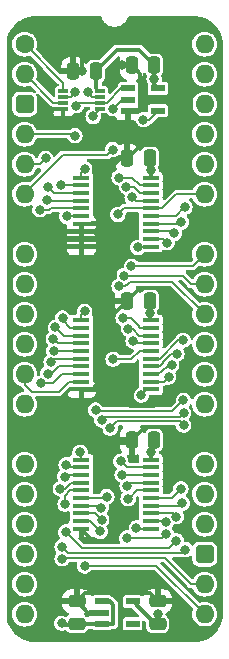
<source format=gtl>
%TF.GenerationSoftware,KiCad,Pcbnew,8.0.4*%
%TF.CreationDate,2024-08-14T10:09:38+02:00*%
%TF.ProjectId,Video Address Reader,56696465-6f20-4416-9464-726573732052,rev?*%
%TF.SameCoordinates,PX54c81a0PY37b6b20*%
%TF.FileFunction,Copper,L1,Top*%
%TF.FilePolarity,Positive*%
%FSLAX46Y46*%
G04 Gerber Fmt 4.6, Leading zero omitted, Abs format (unit mm)*
G04 Created by KiCad (PCBNEW 8.0.4) date 2024-08-14 10:09:38*
%MOMM*%
%LPD*%
G01*
G04 APERTURE LIST*
G04 Aperture macros list*
%AMRoundRect*
0 Rectangle with rounded corners*
0 $1 Rounding radius*
0 $2 $3 $4 $5 $6 $7 $8 $9 X,Y pos of 4 corners*
0 Add a 4 corners polygon primitive as box body*
4,1,4,$2,$3,$4,$5,$6,$7,$8,$9,$2,$3,0*
0 Add four circle primitives for the rounded corners*
1,1,$1+$1,$2,$3*
1,1,$1+$1,$4,$5*
1,1,$1+$1,$6,$7*
1,1,$1+$1,$8,$9*
0 Add four rect primitives between the rounded corners*
20,1,$1+$1,$2,$3,$4,$5,0*
20,1,$1+$1,$4,$5,$6,$7,0*
20,1,$1+$1,$6,$7,$8,$9,0*
20,1,$1+$1,$8,$9,$2,$3,0*%
G04 Aperture macros list end*
%TA.AperFunction,SMDPad,CuDef*%
%ADD10R,1.250000X0.600000*%
%TD*%
%TA.AperFunction,SMDPad,CuDef*%
%ADD11RoundRect,0.250000X0.250000X0.475000X-0.250000X0.475000X-0.250000X-0.475000X0.250000X-0.475000X0*%
%TD*%
%TA.AperFunction,SMDPad,CuDef*%
%ADD12RoundRect,0.250000X0.475000X-0.250000X0.475000X0.250000X-0.475000X0.250000X-0.475000X-0.250000X0*%
%TD*%
%TA.AperFunction,SMDPad,CuDef*%
%ADD13R,1.150000X0.600000*%
%TD*%
%TA.AperFunction,SMDPad,CuDef*%
%ADD14R,1.475000X0.450000*%
%TD*%
%TA.AperFunction,ComponentPad*%
%ADD15C,1.600000*%
%TD*%
%TA.AperFunction,ComponentPad*%
%ADD16O,1.600000X1.600000*%
%TD*%
%TA.AperFunction,ComponentPad*%
%ADD17RoundRect,0.400000X-0.400000X-0.400000X0.400000X-0.400000X0.400000X0.400000X-0.400000X0.400000X0*%
%TD*%
%TA.AperFunction,ComponentPad*%
%ADD18R,1.600000X1.600000*%
%TD*%
%TA.AperFunction,SMDPad,CuDef*%
%ADD19R,0.850000X0.300000*%
%TD*%
%TA.AperFunction,ViaPad*%
%ADD20C,0.800000*%
%TD*%
%TA.AperFunction,Conductor*%
%ADD21C,0.380000*%
%TD*%
%TA.AperFunction,Conductor*%
%ADD22C,0.200000*%
%TD*%
G04 APERTURE END LIST*
D10*
%TO.P,IC2,1,B*%
%TO.N,/Read Address Low*%
X8783000Y-3749000D03*
%TO.P,IC2,2,A*%
%TO.N,/Pixel CLK*%
X8783000Y-4699000D03*
%TO.P,IC2,3,GND*%
%TO.N,/GND*%
X8783000Y-5649000D03*
%TO.P,IC2,4,Y*%
%TO.N,/PCLK\u00B7RAL*%
X11283000Y-5649000D03*
%TO.P,IC2,5,3V*%
%TO.N,/3.3V*%
X11283000Y-3749000D03*
%TD*%
D11*
%TO.P,C4,1*%
%TO.N,/3.3V*%
X10586000Y-9652000D03*
%TO.P,C4,2*%
%TO.N,/GND*%
X8686000Y-9652000D03*
%TD*%
D12*
%TO.P,C7,1*%
%TO.N,/3.3V*%
X11257000Y-49069000D03*
%TO.P,C7,2*%
%TO.N,/GND*%
X11257000Y-47169000D03*
%TD*%
D11*
%TO.P,C3,1*%
%TO.N,/3.3V*%
X10586000Y-21717000D03*
%TO.P,C3,2*%
%TO.N,/GND*%
X8686000Y-21717000D03*
%TD*%
D12*
%TO.P,C6,1*%
%TO.N,/5V*%
X4399000Y-49069000D03*
%TO.P,C6,2*%
%TO.N,/GND*%
X4399000Y-47169000D03*
%TD*%
D13*
%TO.P,IC6,1,6VIn*%
%TO.N,/5V*%
X6528000Y-47185000D03*
%TO.P,IC6,2,GND*%
%TO.N,/GND*%
X6528000Y-48135000D03*
%TO.P,IC6,3,EN*%
%TO.N,/5V*%
X6528000Y-49085000D03*
%TO.P,IC6,4,ADJ*%
%TO.N,unconnected-(IC6-ADJ-Pad4)*%
X9128000Y-49085000D03*
%TO.P,IC6,5,3.3VOut*%
%TO.N,/3.3V*%
X9128000Y-47185000D03*
%TD*%
D14*
%TO.P,IC5,1,~{OE}*%
%TO.N,/~{Read Address Bank}*%
X4809000Y-11299000D03*
%TO.P,IC5,2,D0*%
%TO.N,/C16*%
X4809000Y-11949000D03*
%TO.P,IC5,3,D1*%
%TO.N,/C17*%
X4809000Y-12599000D03*
%TO.P,IC5,4,D2*%
%TO.N,/C18*%
X4809000Y-13249000D03*
%TO.P,IC5,5,D3*%
%TO.N,/C19*%
X4809000Y-13899000D03*
%TO.P,IC5,6,D4*%
%TO.N,/C20*%
X4809000Y-14549000D03*
%TO.P,IC5,7,D5*%
%TO.N,/GND*%
X4809000Y-15199000D03*
%TO.P,IC5,8,D6*%
X4809000Y-15849000D03*
%TO.P,IC5,9,D7*%
X4809000Y-16499000D03*
%TO.P,IC5,10,GND*%
X4809000Y-17149000D03*
%TO.P,IC5,11,CP*%
%TO.N,/PCLK\u00B7RAL*%
X10685000Y-17149000D03*
%TO.P,IC5,12,Q7*%
%TO.N,/D7*%
X10685000Y-16499000D03*
%TO.P,IC5,13,Q6*%
%TO.N,/D6*%
X10685000Y-15849000D03*
%TO.P,IC5,14,Q5*%
%TO.N,/D5*%
X10685000Y-15199000D03*
%TO.P,IC5,15,Q4*%
%TO.N,/D4*%
X10685000Y-14549000D03*
%TO.P,IC5,16,Q3*%
%TO.N,/D3*%
X10685000Y-13899000D03*
%TO.P,IC5,17,Q2*%
%TO.N,/D2*%
X10685000Y-13249000D03*
%TO.P,IC5,18,Q1*%
%TO.N,/D1*%
X10685000Y-12599000D03*
%TO.P,IC5,19,Q0*%
%TO.N,/D0*%
X10685000Y-11949000D03*
%TO.P,IC5,20,3V*%
%TO.N,/3.3V*%
X10685000Y-11299000D03*
%TD*%
D11*
%TO.P,C2,1*%
%TO.N,/3.3V*%
X6014000Y-2286000D03*
%TO.P,C2,2*%
%TO.N,/GND*%
X4114000Y-2286000D03*
%TD*%
D14*
%TO.P,IC3,1,~{OE}*%
%TO.N,/~{Read Address Low}*%
X4809000Y-35175000D03*
%TO.P,IC3,2,D0*%
%TO.N,/C0*%
X4809000Y-35825000D03*
%TO.P,IC3,3,D1*%
%TO.N,/C1*%
X4809000Y-36475000D03*
%TO.P,IC3,4,D2*%
%TO.N,/C2*%
X4809000Y-37125000D03*
%TO.P,IC3,5,D3*%
%TO.N,/C3*%
X4809000Y-37775000D03*
%TO.P,IC3,6,D4*%
%TO.N,/C4*%
X4809000Y-38425000D03*
%TO.P,IC3,7,D5*%
%TO.N,/C5*%
X4809000Y-39075000D03*
%TO.P,IC3,8,D6*%
%TO.N,/C6*%
X4809000Y-39725000D03*
%TO.P,IC3,9,D7*%
%TO.N,/C7*%
X4809000Y-40375000D03*
%TO.P,IC3,10,GND*%
%TO.N,/GND*%
X4809000Y-41025000D03*
%TO.P,IC3,11,CP*%
%TO.N,/PCLK\u00B7RAL*%
X10685000Y-41025000D03*
%TO.P,IC3,12,Q7*%
%TO.N,/D7*%
X10685000Y-40375000D03*
%TO.P,IC3,13,Q6*%
%TO.N,/D6*%
X10685000Y-39725000D03*
%TO.P,IC3,14,Q5*%
%TO.N,/D5*%
X10685000Y-39075000D03*
%TO.P,IC3,15,Q4*%
%TO.N,/D4*%
X10685000Y-38425000D03*
%TO.P,IC3,16,Q3*%
%TO.N,/D3*%
X10685000Y-37775000D03*
%TO.P,IC3,17,Q2*%
%TO.N,/D2*%
X10685000Y-37125000D03*
%TO.P,IC3,18,Q1*%
%TO.N,/D1*%
X10685000Y-36475000D03*
%TO.P,IC3,19,Q0*%
%TO.N,/D0*%
X10685000Y-35825000D03*
%TO.P,IC3,20,3V*%
%TO.N,/3.3V*%
X10685000Y-35175000D03*
%TD*%
D15*
%TO.P,J1,1,Pin_1*%
%TO.N,/Read Address Bank*%
X0Y0D03*
D16*
%TO.P,J1,2,Pin_2*%
%TO.N,/Read Address High*%
X0Y-2540000D03*
D17*
%TO.P,J1,3,Pin_3*%
%TO.N,/5V*%
X0Y-5080000D03*
D16*
%TO.P,J1,4,Pin_4*%
%TO.N,/Read Address Low*%
X0Y-7620000D03*
%TO.P,J1,5,Pin_5*%
%TO.N,/C20*%
X0Y-10160000D03*
%TO.P,J1,6,Pin_6*%
%TO.N,/Pixel CLK*%
X0Y-12700000D03*
D18*
%TO.P,J1,7,Pin_7*%
%TO.N,/GND*%
X0Y-15240000D03*
D16*
%TO.P,J1,8,Pin_8*%
%TO.N,/C19*%
X0Y-17780000D03*
%TO.P,J1,9,Pin_9*%
%TO.N,/C18*%
X0Y-20320000D03*
%TO.P,J1,10,Pin_10*%
%TO.N,/C17*%
X0Y-22860000D03*
%TO.P,J1,11,Pin_11*%
%TO.N,/C16*%
X0Y-25400000D03*
%TO.P,J1,12,Pin_12*%
%TO.N,/C15*%
X0Y-27940000D03*
%TO.P,J1,13,Pin_13*%
%TO.N,/C14*%
X0Y-30480000D03*
D18*
%TO.P,J1,14,Pin_14*%
%TO.N,/GND*%
X0Y-33020000D03*
D16*
%TO.P,J1,15,Pin_15*%
%TO.N,/C13*%
X0Y-35560000D03*
%TO.P,J1,16,Pin_16*%
%TO.N,/C12*%
X0Y-38100000D03*
%TO.P,J1,17,Pin_17*%
%TO.N,/C11*%
X0Y-40640000D03*
%TO.P,J1,18,Pin_18*%
%TO.N,/C10*%
X0Y-43180000D03*
%TO.P,J1,19,Pin_19*%
%TO.N,/C9*%
X0Y-45720000D03*
%TO.P,J1,20,Pin_20*%
%TO.N,/C8*%
X0Y-48260000D03*
%TO.P,J1,21,Pin_21*%
%TO.N,/C0*%
X15240000Y-48260000D03*
%TO.P,J1,22,Pin_22*%
%TO.N,/C1*%
X15240000Y-45720000D03*
D17*
%TO.P,J1,23,Pin_23*%
%TO.N,/5V*%
X15240000Y-43180000D03*
D16*
%TO.P,J1,24,Pin_24*%
%TO.N,/C2*%
X15240000Y-40640000D03*
%TO.P,J1,25,Pin_25*%
%TO.N,/C3*%
X15240000Y-38100000D03*
%TO.P,J1,26,Pin_26*%
%TO.N,/C4*%
X15240000Y-35560000D03*
D18*
%TO.P,J1,27,Pin_27*%
%TO.N,/GND*%
X15240000Y-33020000D03*
D16*
%TO.P,J1,28,Pin_28*%
%TO.N,/C5*%
X15240000Y-30480000D03*
%TO.P,J1,29,Pin_29*%
%TO.N,/C6*%
X15240000Y-27940000D03*
%TO.P,J1,30,Pin_30*%
%TO.N,/C7*%
X15240000Y-25400000D03*
%TO.P,J1,31,Pin_31*%
%TO.N,/D0*%
X15240000Y-22860000D03*
%TO.P,J1,32,Pin_32*%
%TO.N,/D1*%
X15240000Y-20320000D03*
%TO.P,J1,33,Pin_33*%
%TO.N,/D2*%
X15240000Y-17780000D03*
D18*
%TO.P,J1,34,Pin_34*%
%TO.N,/GND*%
X15240000Y-15240000D03*
D16*
%TO.P,J1,35,Pin_35*%
%TO.N,/D3*%
X15240000Y-12700000D03*
%TO.P,J1,36,Pin_36*%
%TO.N,/D4*%
X15240000Y-10160000D03*
%TO.P,J1,37,Pin_37*%
%TO.N,/D5*%
X15240000Y-7620000D03*
%TO.P,J1,38,Pin_38*%
%TO.N,/D6*%
X15240000Y-5080000D03*
%TO.P,J1,39,Pin_39*%
%TO.N,/D7*%
X15240000Y-2540000D03*
%TO.P,J1,40,Pin_40*%
%TO.N,unconnected-(J1-Pin_40-Pad40)*%
X15240000Y0D03*
%TD*%
D14*
%TO.P,IC4,1,~{OE}*%
%TO.N,/~{Read Address High}*%
X4809000Y-23364000D03*
%TO.P,IC4,2,D0*%
%TO.N,/C8*%
X4809000Y-24014000D03*
%TO.P,IC4,3,D1*%
%TO.N,/C9*%
X4809000Y-24664000D03*
%TO.P,IC4,4,D2*%
%TO.N,/C10*%
X4809000Y-25314000D03*
%TO.P,IC4,5,D3*%
%TO.N,/C11*%
X4809000Y-25964000D03*
%TO.P,IC4,6,D4*%
%TO.N,/C12*%
X4809000Y-26614000D03*
%TO.P,IC4,7,D5*%
%TO.N,/C13*%
X4809000Y-27264000D03*
%TO.P,IC4,8,D6*%
%TO.N,/C14*%
X4809000Y-27914000D03*
%TO.P,IC4,9,D7*%
%TO.N,/C15*%
X4809000Y-28564000D03*
%TO.P,IC4,10,GND*%
%TO.N,/GND*%
X4809000Y-29214000D03*
%TO.P,IC4,11,CP*%
%TO.N,/PCLK\u00B7RAL*%
X10685000Y-29214000D03*
%TO.P,IC4,12,Q7*%
%TO.N,/D7*%
X10685000Y-28564000D03*
%TO.P,IC4,13,Q6*%
%TO.N,/D6*%
X10685000Y-27914000D03*
%TO.P,IC4,14,Q5*%
%TO.N,/D5*%
X10685000Y-27264000D03*
%TO.P,IC4,15,Q4*%
%TO.N,/D4*%
X10685000Y-26614000D03*
%TO.P,IC4,16,Q3*%
%TO.N,/D3*%
X10685000Y-25964000D03*
%TO.P,IC4,17,Q2*%
%TO.N,/D2*%
X10685000Y-25314000D03*
%TO.P,IC4,18,Q1*%
%TO.N,/D1*%
X10685000Y-24664000D03*
%TO.P,IC4,19,Q0*%
%TO.N,/D0*%
X10685000Y-24014000D03*
%TO.P,IC4,20,3V*%
%TO.N,/3.3V*%
X10685000Y-23364000D03*
%TD*%
D11*
%TO.P,C1,1*%
%TO.N,/3.3V*%
X10967000Y-1778000D03*
%TO.P,C1,2*%
%TO.N,/GND*%
X9067000Y-1778000D03*
%TD*%
%TO.P,C5,1*%
%TO.N,/3.3V*%
X10967000Y-33528000D03*
%TO.P,C5,2*%
%TO.N,/GND*%
X9067000Y-33528000D03*
%TD*%
D19*
%TO.P,IC1,1,1A*%
%TO.N,/Read Address Bank*%
X3251000Y-3949000D03*
%TO.P,IC1,2,3Y*%
%TO.N,/~{Read Address Low}*%
X3251000Y-4449000D03*
%TO.P,IC1,3,2A*%
%TO.N,/Read Address High*%
X3251000Y-4949000D03*
%TO.P,IC1,4,GND*%
%TO.N,/GND*%
X3251000Y-5449000D03*
%TO.P,IC1,5,2Y*%
%TO.N,/~{Read Address High}*%
X6401000Y-5449000D03*
%TO.P,IC1,6,3A*%
%TO.N,/Read Address Low*%
X6401000Y-4949000D03*
%TO.P,IC1,7,1Y*%
%TO.N,/~{Read Address Bank}*%
X6401000Y-4449000D03*
%TO.P,IC1,8,3V*%
%TO.N,/3.3V*%
X6401000Y-3949000D03*
%TD*%
D20*
%TO.N,/GND*%
X2032000Y-5715000D03*
%TO.N,/5V*%
X3129000Y-49024000D03*
%TO.N,/GND*%
X6223000Y-15875000D03*
X6096000Y-29083000D03*
X6223000Y-24180000D03*
X7874000Y-40640000D03*
X8255000Y-1778002D03*
X4826000Y-2286000D03*
X6604000Y-10159994D03*
X7366004Y-46253324D03*
%TO.N,/3.3V*%
X10685000Y-10667994D03*
X11257000Y-48268500D03*
X10685000Y-34544006D03*
X10586000Y-22733000D03*
X10967000Y-2921000D03*
%TO.N,/D0*%
X7996092Y-11290109D03*
X8128000Y-35306000D03*
X8343076Y-23180764D03*
X7995680Y-20490026D03*
%TO.N,/D1*%
X8257515Y-36463508D03*
X8778000Y-24080741D03*
X8607473Y-12081448D03*
X8431327Y-19587119D03*
%TO.N,/D2*%
X9096000Y-12954000D03*
X8674604Y-37373706D03*
X9041651Y-18794964D03*
X9178000Y-25134517D03*
%TO.N,/D3*%
X7896000Y-14417293D03*
X7493000Y-26670000D03*
X8763000Y-38481000D03*
%TO.N,/D4*%
X13228187Y-37638236D03*
X13404761Y-25066511D03*
X13557382Y-13803426D03*
%TO.N,/D5*%
X13270544Y-15057737D03*
X12889000Y-26225321D03*
X13335000Y-38862000D03*
%TO.N,/D6*%
X12671620Y-16016499D03*
X12827000Y-40005000D03*
X12446000Y-27178000D03*
%TO.N,/D7*%
X11953016Y-40490960D03*
X12177354Y-28177009D03*
X12048728Y-16798810D03*
%TO.N,/~{Read Address Low}*%
X4699000Y-34544000D03*
X4275502Y-4064000D03*
%TO.N,/Read Address Low*%
X4380058Y-5207000D03*
X4253000Y-7747000D03*
%TO.N,/Pixel CLK*%
X7445735Y-8921698D03*
X7493000Y-5461000D03*
%TO.N,/PCLK\u00B7RAL*%
X9455414Y-40942422D03*
X9588498Y-17208500D03*
X10047980Y-6394997D03*
X9878000Y-29718000D03*
%TO.N,/~{Read Address High}*%
X5797260Y-6114690D03*
X5080000Y-22606000D03*
%TO.N,/~{Read Address Bank}*%
X5334000Y-4064000D03*
X5080000Y-10541000D03*
%TO.N,/C0*%
X3507519Y-35616858D03*
X5080000Y-44172001D03*
%TO.N,/C1*%
X3175000Y-43561000D03*
X3400000Y-36610894D03*
%TO.N,/C2*%
X13589000Y-42799000D03*
X3018322Y-37638227D03*
X3175000Y-42545000D03*
%TO.N,/C3*%
X3420415Y-38942421D03*
X3471917Y-41316346D03*
X12833589Y-42043160D03*
%TO.N,/C4*%
X6957000Y-38309419D03*
X8636000Y-41824324D03*
X12000624Y-41489829D03*
%TO.N,/C5*%
X13462000Y-32258000D03*
X6486673Y-39233460D03*
X7244000Y-32512000D03*
%TO.N,/C6*%
X13454058Y-31258029D03*
X6516873Y-40253610D03*
X6533581Y-31808218D03*
%TO.N,/C7*%
X6402063Y-41247000D03*
X5996817Y-30964483D03*
X13440001Y-30158688D03*
%TO.N,/C8*%
X3208308Y-23176832D03*
%TO.N,/C9*%
X2600245Y-23972189D03*
%TO.N,/C10*%
X2422623Y-24956290D03*
%TO.N,/C11*%
X2473272Y-25955009D03*
%TO.N,/C12*%
X2233638Y-26925874D03*
%TO.N,/C13*%
X1966430Y-27889515D03*
%TO.N,/C14*%
X1411447Y-28721380D03*
%TO.N,/C16*%
X3048000Y-11938000D03*
%TO.N,/C17*%
X1997335Y-12111969D03*
%TO.N,/C18*%
X1890128Y-13206467D03*
%TO.N,/C19*%
X1294208Y-14009514D03*
%TO.N,/C20*%
X3575502Y-14568865D03*
X1778000Y-9652000D03*
%TD*%
D21*
%TO.N,/GND*%
X16510000Y-28448000D02*
X16510000Y-28194000D01*
X15652915Y-29210000D02*
X15748000Y-29210000D01*
X15748000Y-29210000D02*
X16510000Y-28448000D01*
X16510000Y-24987085D02*
X16510000Y-28194000D01*
X7366000Y-29083000D02*
X6096000Y-29083000D01*
X10922000Y-30607000D02*
X8890000Y-30607000D01*
X15652915Y-29210000D02*
X12319000Y-29210000D01*
X16510000Y-30067085D02*
X15652915Y-29210000D01*
X16510000Y-30353000D02*
X16510000Y-30067085D01*
X12319000Y-29210000D02*
X10922000Y-30607000D01*
X8890000Y-30607000D02*
X7366000Y-29083000D01*
D22*
%TO.N,/C7*%
X12501689Y-31097000D02*
X6129334Y-31097000D01*
X13440001Y-30158688D02*
X12501689Y-31097000D01*
X6129334Y-31097000D02*
X5996817Y-30964483D01*
D21*
%TO.N,/GND*%
X16510000Y-30353000D02*
X16510000Y-31750000D01*
D22*
%TO.N,/PCLK\u00B7RAL*%
X10382000Y-29214000D02*
X9878000Y-29718000D01*
D21*
%TO.N,/GND*%
X8128000Y-9652000D02*
X8686000Y-9652000D01*
X6604000Y-10159994D02*
X7620006Y-10159994D01*
X7620006Y-10159994D02*
X8128000Y-9652000D01*
X2032000Y-5715000D02*
X2258000Y-5489000D01*
X2258000Y-5489000D02*
X3251000Y-5489000D01*
X-1190000Y-16430000D02*
X0Y-15240000D01*
X-1190000Y-31830000D02*
X-1190000Y-16430000D01*
X0Y-33020000D02*
X-1190000Y-31830000D01*
D22*
%TO.N,/C15*%
X592380Y-29421380D02*
X2905656Y-29421380D01*
X0Y-28829000D02*
X592380Y-29421380D01*
X2905656Y-29421380D02*
X3763036Y-28564000D01*
X0Y-27940000D02*
X0Y-28829000D01*
X3763036Y-28564000D02*
X4809000Y-28564000D01*
D21*
%TO.N,/GND*%
X10795000Y127000D02*
X6161903Y127000D01*
X6161903Y127000D02*
X4826000Y-1208903D01*
X4826000Y-1208903D02*
X4826000Y-2286000D01*
%TO.N,/3.3V*%
X7847000Y-453000D02*
X6014000Y-2286000D01*
X9642000Y-453000D02*
X7847000Y-453000D01*
X10967000Y-1778000D02*
X9642000Y-453000D01*
%TO.N,/GND*%
X14050000Y-5572915D02*
X14050000Y-3128000D01*
X14050000Y-3128000D02*
X10795000Y127000D01*
X4114000Y-2286000D02*
X4826000Y-2286000D01*
%TO.N,/5V*%
X7233000Y-47185000D02*
X7493000Y-47445000D01*
X6528000Y-47185000D02*
X7233000Y-47185000D01*
X7493000Y-47445000D02*
X7493000Y-49075000D01*
X4317000Y-49151000D02*
X3129000Y-49151000D01*
X6528000Y-49085000D02*
X4415000Y-49085000D01*
X7493000Y-49075000D02*
X7483000Y-49085000D01*
X7483000Y-49085000D02*
X6528000Y-49085000D01*
%TO.N,/GND*%
X0Y-33020000D02*
X3806000Y-29214000D01*
X4809000Y-16499000D02*
X4809000Y-17149000D01*
X9798000Y-2509000D02*
X9798000Y-5639000D01*
X8757957Y-9652000D02*
X12837042Y-5572915D01*
X5842000Y-33782000D02*
X7239000Y-33782000D01*
X4809000Y-15849000D02*
X4809000Y-16499000D01*
X14747085Y-6270000D02*
X14050000Y-5572915D01*
X9798000Y-5639000D02*
X9788000Y-5649000D01*
X4809000Y-15199000D02*
X4809000Y-15849000D01*
X4809000Y-41025000D02*
X5821000Y-42037000D01*
X9067000Y-33528000D02*
X10182000Y-32413000D01*
X2413000Y-15849000D02*
X4809000Y-15849000D01*
X16430000Y-14050000D02*
X16430000Y-6967085D01*
X14812000Y-24210000D02*
X15732915Y-24210000D01*
X1804000Y-15240000D02*
X2413000Y-15849000D01*
X5080000Y-33020000D02*
X5842000Y-33782000D01*
X12446000Y-33274000D02*
X14986000Y-33274000D01*
X9801000Y-20602000D02*
X11204000Y-20602000D01*
X6197000Y-15849000D02*
X6223000Y-15875000D01*
X11257000Y-47169000D02*
X12466085Y-47169000D01*
X-1270000Y-34290000D02*
X0Y-33020000D01*
X6096000Y-29044500D02*
X6223000Y-28917500D01*
X6096000Y-29083000D02*
X6096000Y-29044500D01*
X12475036Y-18004964D02*
X8352964Y-18004964D01*
X6057500Y-29083000D02*
X6096000Y-29083000D01*
X9067000Y-1778000D02*
X8255000Y-1778000D01*
X5821000Y-42037000D02*
X6985000Y-42037000D01*
X7239000Y-33782000D02*
X8813000Y-33782000D01*
X7874000Y-37592000D02*
X7874000Y-40640000D01*
X10182000Y-32413000D02*
X11585000Y-32413000D01*
X16510000Y-31750000D02*
X15240000Y-33020000D01*
X7239000Y-33782000D02*
X7239000Y-36957000D01*
X5926500Y-29214000D02*
X6057500Y-29083000D01*
X16430000Y-48760343D02*
X16430000Y-34210000D01*
X11585000Y-32413000D02*
X12446000Y-33274000D01*
X9788000Y-5649000D02*
X8783000Y-5649000D01*
X5073000Y-46495000D02*
X4399000Y-47169000D01*
X15740343Y-49450000D02*
X16430000Y-48760343D01*
X6985000Y-42037000D02*
X7874000Y-41148000D01*
X7239000Y-36957000D02*
X7874000Y-37592000D01*
X4399000Y-47169000D02*
X5365000Y-48135000D01*
X7874000Y-41148000D02*
X7874000Y-40640000D01*
X16430000Y-23543085D02*
X15748000Y-24225085D01*
X15240000Y-15240000D02*
X16430000Y-16430000D01*
X0Y-15240000D02*
X1804000Y-15240000D01*
X15748000Y-24225085D02*
X16510000Y-24987085D01*
X16430000Y-6967085D02*
X15732915Y-6270000D01*
X-332915Y-47070000D02*
X-1270000Y-46132915D01*
X15240000Y-15240000D02*
X16430000Y-14050000D01*
X3806000Y-29214000D02*
X4809000Y-29214000D01*
X15732915Y-24210000D02*
X15748000Y-24225085D01*
X4300000Y-47070000D02*
X-332915Y-47070000D01*
X4809000Y-29214000D02*
X5926500Y-29214000D01*
X8783000Y-9555000D02*
X8783000Y-5649000D01*
X14747085Y-49450000D02*
X15740343Y-49450000D01*
X8686000Y-21717000D02*
X9801000Y-20602000D01*
X0Y-33020000D02*
X5080000Y-33020000D01*
X16430000Y-16430000D02*
X16430000Y-23543085D01*
X6223000Y-28917500D02*
X6223000Y-24180000D01*
X15240000Y-15240000D02*
X12475036Y-18004964D01*
X16430000Y-34210000D02*
X15240000Y-33020000D01*
X11257000Y-47169000D02*
X10583000Y-46495000D01*
X15732915Y-6270000D02*
X14747085Y-6270000D01*
X10583000Y-46495000D02*
X5073000Y-46495000D01*
X-1270000Y-46132915D02*
X-1270000Y-34290000D01*
X9067000Y-1778000D02*
X9798000Y-2509000D01*
X6223000Y-24180000D02*
X8686000Y-21717000D01*
X8255000Y-1778000D02*
X8255000Y-1778002D01*
X12466085Y-47169000D02*
X14747085Y-49450000D01*
X4809000Y-15849000D02*
X6197000Y-15849000D01*
X8352964Y-18004964D02*
X6223000Y-15875000D01*
X5365000Y-48135000D02*
X6528000Y-48135000D01*
X12837042Y-5572915D02*
X14050000Y-5572915D01*
X11204000Y-20602000D02*
X14812000Y-24210000D01*
%TO.N,/3.3V*%
X10967000Y-3433000D02*
X11283000Y-3749000D01*
X10967000Y-1778000D02*
X10967000Y-2921000D01*
X6076000Y-3749000D02*
X6076000Y-1967000D01*
X10967000Y-2921000D02*
X10967000Y-3433000D01*
X10586000Y-22733000D02*
X10586000Y-23265000D01*
X11012000Y-49069000D02*
X9128000Y-47185000D01*
X10685000Y-35175000D02*
X10685000Y-34544006D01*
X10586000Y-22733000D02*
X10586000Y-21717000D01*
X11257000Y-49069000D02*
X11257000Y-48268500D01*
X10586000Y-9652000D02*
X10586000Y-10568994D01*
X10586000Y-10568994D02*
X10685000Y-10667994D01*
X10685000Y-34544006D02*
X10685000Y-34008000D01*
X10586000Y-23265000D02*
X10685000Y-23364000D01*
X10685000Y-11299000D02*
X10685000Y-10667994D01*
D22*
%TO.N,/D0*%
X12492000Y-20112000D02*
X8896396Y-20112000D01*
X9747500Y-11949000D02*
X9088609Y-11290109D01*
X9658789Y-23925289D02*
X9658789Y-23869138D01*
X9747500Y-24014000D02*
X9658789Y-23925289D01*
X8647000Y-35825000D02*
X8128000Y-35306000D01*
X10685000Y-35825000D02*
X8647000Y-35825000D01*
X10685000Y-11949000D02*
X9747500Y-11949000D01*
X10685000Y-24014000D02*
X9747500Y-24014000D01*
X8716608Y-20287119D02*
X8513701Y-20490026D01*
X15240000Y-22860000D02*
X12492000Y-20112000D01*
X8970415Y-23180764D02*
X8343076Y-23180764D01*
X9658789Y-23869138D02*
X8970415Y-23180764D01*
X9088609Y-11290109D02*
X7996092Y-11290109D01*
X8721277Y-20287119D02*
X8716608Y-20287119D01*
X8513701Y-20490026D02*
X7995680Y-20490026D01*
X8896396Y-20112000D02*
X8721277Y-20287119D01*
%TO.N,/D1*%
X8269007Y-36475000D02*
X8257515Y-36463508D01*
X15240000Y-20320000D02*
X14108630Y-20320000D01*
X9229948Y-12081448D02*
X8607473Y-12081448D01*
X10685000Y-12599000D02*
X9747500Y-12599000D01*
X9747500Y-12599000D02*
X9229948Y-12081448D01*
X10685000Y-24664000D02*
X9716203Y-24664000D01*
X9716203Y-24664000D02*
X9132944Y-24080741D01*
X10685000Y-36475000D02*
X8269007Y-36475000D01*
X9132944Y-24080741D02*
X8778000Y-24080741D01*
X14108630Y-20320000D02*
X13375749Y-19587119D01*
X13375749Y-19587119D02*
X8431327Y-19587119D01*
%TO.N,/D2*%
X14225036Y-18794964D02*
X9041651Y-18794964D01*
X9391000Y-13249000D02*
X9096000Y-12954000D01*
X10685000Y-37125000D02*
X8923310Y-37125000D01*
X9357483Y-25314000D02*
X9178000Y-25134517D01*
X10685000Y-13249000D02*
X9391000Y-13249000D01*
X8923310Y-37125000D02*
X8674604Y-37373706D01*
X10685000Y-25314000D02*
X9357483Y-25314000D01*
X15240000Y-17780000D02*
X14225036Y-18794964D01*
%TO.N,/D3*%
X8414293Y-13899000D02*
X7896000Y-14417293D01*
X9510307Y-37775000D02*
X8804307Y-38481000D01*
X10685000Y-25964000D02*
X9747500Y-25964000D01*
X9747500Y-25964000D02*
X9041500Y-26670000D01*
X10685000Y-13899000D02*
X8414293Y-13899000D01*
X15240000Y-12700000D02*
X12846500Y-12700000D01*
X8804307Y-38481000D02*
X8763000Y-38481000D01*
X10685000Y-37775000D02*
X9510307Y-37775000D01*
X11647500Y-13899000D02*
X10685000Y-13899000D01*
X12846500Y-12700000D02*
X11647500Y-13899000D01*
X9041500Y-26670000D02*
X7493000Y-26670000D01*
%TO.N,/D4*%
X12775537Y-14549000D02*
X13521111Y-13803426D01*
X11454364Y-26614000D02*
X13001853Y-25066511D01*
X12441423Y-38425000D02*
X13228187Y-37638236D01*
X10685000Y-14549000D02*
X12775537Y-14549000D01*
X10685000Y-38425000D02*
X12441423Y-38425000D01*
X13521111Y-13803426D02*
X13557382Y-13803426D01*
X13001853Y-25066511D02*
X13404761Y-25066511D01*
X10685000Y-26614000D02*
X11454364Y-26614000D01*
%TO.N,/D5*%
X11497050Y-27264000D02*
X11746000Y-27015050D01*
X10685000Y-15199000D02*
X13129281Y-15199000D01*
X13129281Y-15199000D02*
X13270544Y-15057737D01*
X10685000Y-27264000D02*
X11497050Y-27264000D01*
X11746000Y-27015050D02*
X11746000Y-26888050D01*
X11746000Y-26888050D02*
X12408729Y-26225321D01*
X13122000Y-39075000D02*
X13335000Y-38862000D01*
X12408729Y-26225321D02*
X12889000Y-26225321D01*
X10685000Y-39075000D02*
X13122000Y-39075000D01*
%TO.N,/D6*%
X12504121Y-15849000D02*
X12671620Y-16016499D01*
X12186413Y-27178000D02*
X12446000Y-27178000D01*
X10685000Y-39725000D02*
X12547000Y-39725000D01*
X12547000Y-39725000D02*
X12827000Y-40005000D01*
X11323414Y-27914000D02*
X11448414Y-27789000D01*
X11448414Y-27789000D02*
X11575413Y-27789000D01*
X11575413Y-27789000D02*
X12186413Y-27178000D01*
X10685000Y-15849000D02*
X12504121Y-15849000D01*
%TO.N,/D7*%
X11748918Y-16499000D02*
X12048728Y-16798810D01*
X11837056Y-40375000D02*
X11953016Y-40490960D01*
X10685000Y-28564000D02*
X11790363Y-28564000D01*
X10685000Y-40375000D02*
X11837056Y-40375000D01*
X11790363Y-28564000D02*
X12177354Y-28177009D01*
X10685000Y-16499000D02*
X11748918Y-16499000D01*
%TO.N,/~{Read Address Low}*%
X3251000Y-4449000D02*
X3890502Y-4449000D01*
X4809000Y-34654000D02*
X4699000Y-34544000D01*
X3890502Y-4449000D02*
X4275502Y-4064000D01*
X4809000Y-35175000D02*
X4809000Y-34654000D01*
%TO.N,/Read Address Low*%
X8189000Y-3749000D02*
X8783000Y-3749000D01*
X6401000Y-4949000D02*
X6989000Y-4949000D01*
X6401000Y-4949000D02*
X4638058Y-4949000D01*
X6989000Y-4949000D02*
X8189000Y-3749000D01*
X0Y-7620000D02*
X4126000Y-7620000D01*
X4126000Y-7620000D02*
X4253000Y-7747000D01*
X4638058Y-4949000D02*
X4380058Y-5207000D01*
%TO.N,/Pixel CLK*%
X0Y-12590655D02*
X3230673Y-9359982D01*
X8255000Y-4699000D02*
X7493000Y-5461000D01*
X7007451Y-9359982D02*
X7445735Y-8921698D01*
X3230673Y-9359982D02*
X7007451Y-9359982D01*
%TO.N,/PCLK\u00B7RAL*%
X9647998Y-17149000D02*
X9588498Y-17208500D01*
X9537992Y-41025000D02*
X9455414Y-40942422D01*
X11283000Y-5649000D02*
X10537003Y-6394997D01*
X10685000Y-41025000D02*
X9537992Y-41025000D01*
X10537003Y-6394997D02*
X10047980Y-6394997D01*
X10685000Y-17149000D02*
X9647998Y-17149000D01*
%TO.N,/~{Read Address High}*%
X5797260Y-6052740D02*
X5797260Y-6114690D01*
X6401000Y-5449000D02*
X5797260Y-6052740D01*
X4809000Y-22877000D02*
X5080000Y-22606000D01*
X4809000Y-23364000D02*
X4809000Y-22877000D01*
%TO.N,/~{Read Address Bank}*%
X5719000Y-4449000D02*
X5334000Y-4064000D01*
X4809000Y-10812000D02*
X5080000Y-10541000D01*
X6401000Y-4449000D02*
X5719000Y-4449000D01*
X4809000Y-11299000D02*
X4809000Y-10812000D01*
%TO.N,/C0*%
X3715661Y-35825000D02*
X3507519Y-35616858D01*
X11152001Y-44172001D02*
X5080000Y-44172001D01*
X4809000Y-35825000D02*
X3715661Y-35825000D01*
X15240000Y-48260000D02*
X11152001Y-44172001D01*
%TO.N,/C1*%
X15240000Y-45720000D02*
X14108630Y-45720000D01*
X3264000Y-43472000D02*
X3175000Y-43561000D01*
X4809000Y-36475000D02*
X3535894Y-36475000D01*
X11860630Y-43472000D02*
X3264000Y-43472000D01*
X14108630Y-45720000D02*
X11860630Y-43472000D01*
X3535894Y-36475000D02*
X3400000Y-36610894D01*
%TO.N,/C2*%
X13316000Y-43072000D02*
X13589000Y-42799000D01*
X3371916Y-37638227D02*
X3018322Y-37638227D01*
X4809000Y-37125000D02*
X3885143Y-37125000D01*
X3702000Y-43072000D02*
X13316000Y-43072000D01*
X3175000Y-42545000D02*
X3702000Y-43072000D01*
X3885143Y-37125000D02*
X3371916Y-37638227D01*
%TO.N,/C3*%
X3429000Y-38933836D02*
X3420415Y-38942421D01*
X4809000Y-37775000D02*
X3871500Y-37775000D01*
X3429000Y-38217500D02*
X3429000Y-38933836D01*
X3471917Y-41316346D02*
X4827571Y-42672000D01*
X4827571Y-42672000D02*
X12204749Y-42672000D01*
X12204749Y-42672000D02*
X12833589Y-42043160D01*
X3871500Y-37775000D02*
X3429000Y-38217500D01*
%TO.N,/C4*%
X11666129Y-41824324D02*
X8636000Y-41824324D01*
X12000624Y-41489829D02*
X11666129Y-41824324D01*
X4809000Y-38425000D02*
X6841419Y-38425000D01*
X6841419Y-38425000D02*
X6957000Y-38309419D01*
%TO.N,/C5*%
X6328213Y-39075000D02*
X6486673Y-39233460D01*
X13462000Y-32258000D02*
X13127000Y-31923000D01*
X13127000Y-31923000D02*
X7833000Y-31923000D01*
X7833000Y-31923000D02*
X7244000Y-32512000D01*
X4809000Y-39075000D02*
X6328213Y-39075000D01*
%TO.N,/C6*%
X13454058Y-31258029D02*
X13189086Y-31523001D01*
X5988263Y-39725000D02*
X6516873Y-40253610D01*
X4809000Y-39725000D02*
X5988263Y-39725000D01*
X6818798Y-31523001D02*
X6533581Y-31808218D01*
X13189086Y-31523001D02*
X6818798Y-31523001D01*
%TO.N,/C7*%
X4809000Y-40375000D02*
X5556798Y-40375000D01*
X5556798Y-40375000D02*
X6402063Y-41220265D01*
X6402063Y-41220265D02*
X6402063Y-41247000D01*
%TO.N,/C8*%
X4809000Y-24014000D02*
X3871500Y-24014000D01*
X3208308Y-23350808D02*
X3208308Y-23176832D01*
X3871500Y-24014000D02*
X3208308Y-23350808D01*
%TO.N,/C9*%
X3292056Y-24664000D02*
X2600245Y-23972189D01*
X4809000Y-24664000D02*
X3292056Y-24664000D01*
%TO.N,/C10*%
X2780333Y-25314000D02*
X2422623Y-24956290D01*
X4809000Y-25314000D02*
X2780333Y-25314000D01*
%TO.N,/C11*%
X2482263Y-25964000D02*
X2473272Y-25955009D01*
X4809000Y-25964000D02*
X2482263Y-25964000D01*
%TO.N,/C12*%
X2504503Y-26655009D02*
X2233638Y-26925874D01*
X4767991Y-26655009D02*
X2504503Y-26655009D01*
%TO.N,/C13*%
X2267656Y-27889515D02*
X1966430Y-27889515D01*
X4809000Y-27264000D02*
X2893171Y-27264000D01*
X2893171Y-27264000D02*
X2267656Y-27889515D01*
%TO.N,/C14*%
X3201000Y-27914000D02*
X2393620Y-28721380D01*
X2393620Y-28721380D02*
X1411447Y-28721380D01*
X4809000Y-27914000D02*
X3201000Y-27914000D01*
%TO.N,/C16*%
X4809000Y-11949000D02*
X3059000Y-11949000D01*
X3059000Y-11949000D02*
X3048000Y-11938000D01*
%TO.N,/C17*%
X2523366Y-12638000D02*
X1997335Y-12111969D01*
X4770000Y-12638000D02*
X2523366Y-12638000D01*
%TO.N,/C18*%
X1932661Y-13249000D02*
X1890128Y-13206467D01*
X4809000Y-13249000D02*
X1932661Y-13249000D01*
%TO.N,/C19*%
X2243545Y-13843000D02*
X2077031Y-14009514D01*
X2077031Y-14009514D02*
X1294208Y-14009514D01*
X4753000Y-13843000D02*
X2243545Y-13843000D01*
%TO.N,/C20*%
X3595367Y-14549000D02*
X3575502Y-14568865D01*
X1270000Y-10160000D02*
X1778000Y-9652000D01*
X0Y-10160000D02*
X1270000Y-10160000D01*
X4809000Y-14549000D02*
X3595367Y-14549000D01*
%TO.N,/Read Address High*%
X2409000Y-4949000D02*
X3251000Y-4949000D01*
X0Y-2540000D02*
X2409000Y-4949000D01*
%TO.N,/Read Address Bank*%
X3251000Y-3949000D02*
X3251000Y-3251000D01*
X3251000Y-3251000D02*
X0Y0D01*
%TD*%
%TA.AperFunction,Conductor*%
%TO.N,/GND*%
G36*
X6721039Y-47904685D02*
G01*
X6766794Y-47957489D01*
X6778000Y-48009000D01*
X6778000Y-48261000D01*
X6758315Y-48328039D01*
X6705511Y-48373794D01*
X6654000Y-48385000D01*
X5453000Y-48385000D01*
X5452884Y-48385115D01*
X5433315Y-48451761D01*
X5380511Y-48497516D01*
X5311353Y-48507460D01*
X5247797Y-48478435D01*
X5237821Y-48467720D01*
X5237817Y-48467725D01*
X5231544Y-48461452D01*
X5116335Y-48375206D01*
X5116329Y-48375203D01*
X5096529Y-48367818D01*
X5040596Y-48325946D01*
X5016179Y-48260482D01*
X5031031Y-48192209D01*
X5080437Y-48142804D01*
X5100860Y-48133930D01*
X5193117Y-48103359D01*
X5193124Y-48103356D01*
X5342345Y-48011315D01*
X5427441Y-47926220D01*
X5429444Y-47928223D01*
X5446431Y-47907145D01*
X5512725Y-47885079D01*
X5517152Y-47885000D01*
X6654000Y-47885000D01*
X6721039Y-47904685D01*
G37*
%TD.AperFunction*%
%TA.AperFunction,Conductor*%
G36*
X13716000Y2363521D02*
G01*
X13716000Y-12349500D01*
X12800356Y-12349500D01*
X12714410Y-12372529D01*
X12714409Y-12372528D01*
X12711214Y-12373385D01*
X12711211Y-12373386D01*
X12631291Y-12419527D01*
X12631286Y-12419531D01*
X11884681Y-13166137D01*
X11823358Y-13199622D01*
X11753666Y-13194638D01*
X11697733Y-13152766D01*
X11673316Y-13087302D01*
X11673000Y-13078456D01*
X11673000Y-12999326D01*
X11669249Y-12980469D01*
X11662828Y-12948188D01*
X11662828Y-12899811D01*
X11673000Y-12848674D01*
X11673000Y-12349326D01*
X11662828Y-12298188D01*
X11662828Y-12249811D01*
X11673000Y-12198674D01*
X11673000Y-11699326D01*
X11662828Y-11648188D01*
X11662828Y-11599811D01*
X11673000Y-11548674D01*
X11673000Y-11049326D01*
X11673000Y-11049323D01*
X11672999Y-11049321D01*
X11658467Y-10976264D01*
X11658466Y-10976260D01*
X11633977Y-10939609D01*
X11603101Y-10893399D01*
X11546498Y-10855579D01*
X11520239Y-10838033D01*
X11520235Y-10838032D01*
X11441200Y-10822311D01*
X11441533Y-10820635D01*
X11384306Y-10797514D01*
X11343959Y-10740471D01*
X11338172Y-10685337D01*
X11340278Y-10667996D01*
X11340278Y-10667994D01*
X11321237Y-10511176D01*
X11311922Y-10486614D01*
X11290207Y-10429359D01*
X11284841Y-10359697D01*
X11289963Y-10342070D01*
X11330091Y-10234483D01*
X11336500Y-10174873D01*
X11336499Y-9129128D01*
X11330091Y-9069517D01*
X11318822Y-9039304D01*
X11279797Y-8934671D01*
X11279793Y-8934664D01*
X11193547Y-8819455D01*
X11193544Y-8819452D01*
X11078335Y-8733206D01*
X11078328Y-8733202D01*
X10943486Y-8682910D01*
X10943485Y-8682909D01*
X10943483Y-8682909D01*
X10883873Y-8676500D01*
X10883863Y-8676500D01*
X10288129Y-8676500D01*
X10288123Y-8676501D01*
X10228516Y-8682908D01*
X10093671Y-8733202D01*
X10093664Y-8733206D01*
X9978455Y-8819452D01*
X9978452Y-8819455D01*
X9892206Y-8934664D01*
X9892201Y-8934674D01*
X9884817Y-8954471D01*
X9842945Y-9010404D01*
X9777480Y-9034820D01*
X9709207Y-9019967D01*
X9659803Y-8970561D01*
X9650930Y-8950140D01*
X9620358Y-8857880D01*
X9620356Y-8857875D01*
X9528315Y-8708654D01*
X9404345Y-8584684D01*
X9255124Y-8492643D01*
X9255119Y-8492641D01*
X9088697Y-8437494D01*
X9088690Y-8437493D01*
X8985986Y-8427000D01*
X8936000Y-8427000D01*
X8936000Y-9778000D01*
X8916315Y-9845039D01*
X8863511Y-9890794D01*
X8812000Y-9902000D01*
X7686001Y-9902000D01*
X7686001Y-10176986D01*
X7696494Y-10279697D01*
X7751641Y-10446119D01*
X7751643Y-10446124D01*
X7792594Y-10512515D01*
X7811034Y-10579908D01*
X7790111Y-10646571D01*
X7744682Y-10687408D01*
X7623853Y-10750825D01*
X7619970Y-10754265D01*
X7525414Y-10838034D01*
X7505608Y-10855580D01*
X7415873Y-10985584D01*
X7415872Y-10985585D01*
X7359854Y-11133290D01*
X7340814Y-11290108D01*
X7340814Y-11290109D01*
X7359854Y-11446927D01*
X7397026Y-11544939D01*
X7415872Y-11594632D01*
X7505609Y-11724639D01*
X7623852Y-11829392D01*
X7623854Y-11829393D01*
X7763726Y-11902805D01*
X7796130Y-11910791D01*
X7861116Y-11926808D01*
X7921496Y-11961963D01*
X7953285Y-12024182D01*
X7954537Y-12062147D01*
X7952195Y-12081441D01*
X7952195Y-12081448D01*
X7971235Y-12238266D01*
X8022480Y-12373385D01*
X8027253Y-12385971D01*
X8116990Y-12515978D01*
X8235233Y-12620731D01*
X8375108Y-12694144D01*
X8375114Y-12694145D01*
X8377158Y-12694921D01*
X8378444Y-12695895D01*
X8381750Y-12697630D01*
X8381461Y-12698179D01*
X8432862Y-12737097D01*
X8456921Y-12802694D01*
X8456286Y-12825810D01*
X8440722Y-12953999D01*
X8440722Y-12954000D01*
X8459762Y-13110818D01*
X8515780Y-13258523D01*
X8558316Y-13320147D01*
X8581724Y-13354060D01*
X8603607Y-13420415D01*
X8586141Y-13488066D01*
X8534874Y-13535536D01*
X8479674Y-13548500D01*
X8368149Y-13548500D01*
X8281415Y-13571740D01*
X8281414Y-13571740D01*
X8279006Y-13572384D01*
X8279006Y-13572385D01*
X8199084Y-13618527D01*
X8199083Y-13618528D01*
X8085274Y-13732336D01*
X8023950Y-13765820D01*
X7982721Y-13765297D01*
X7982430Y-13767697D01*
X7974985Y-13766793D01*
X7817015Y-13766793D01*
X7817014Y-13766793D01*
X7663634Y-13804596D01*
X7523762Y-13878008D01*
X7405516Y-13982764D01*
X7315781Y-14112768D01*
X7315780Y-14112769D01*
X7259762Y-14260474D01*
X7240722Y-14417292D01*
X7240722Y-14417293D01*
X7259762Y-14574111D01*
X7315780Y-14721816D01*
X7405517Y-14851823D01*
X7523760Y-14956576D01*
X7523762Y-14956577D01*
X7663634Y-15029989D01*
X7817014Y-15067793D01*
X7817015Y-15067793D01*
X7974985Y-15067793D01*
X8128365Y-15029989D01*
X8138823Y-15024500D01*
X8268240Y-14956576D01*
X8386483Y-14851823D01*
X8476220Y-14721816D01*
X8532237Y-14574111D01*
X8551278Y-14417293D01*
X8547775Y-14388446D01*
X8559235Y-14319524D01*
X8606138Y-14267738D01*
X8670871Y-14249500D01*
X9573000Y-14249500D01*
X9640039Y-14269185D01*
X9685794Y-14321989D01*
X9697000Y-14373500D01*
X9697000Y-14798673D01*
X9707171Y-14849810D01*
X9707171Y-14898190D01*
X9697000Y-14949326D01*
X9697000Y-15448673D01*
X9707171Y-15499810D01*
X9707171Y-15548190D01*
X9697000Y-15599326D01*
X9697000Y-16098673D01*
X9707171Y-16149810D01*
X9707171Y-16198190D01*
X9697000Y-16249326D01*
X9697000Y-16434000D01*
X9677315Y-16501039D01*
X9624511Y-16546794D01*
X9573000Y-16558000D01*
X9509512Y-16558000D01*
X9356132Y-16595803D01*
X9216260Y-16669215D01*
X9216258Y-16669217D01*
X9100430Y-16771831D01*
X9098014Y-16773971D01*
X9008279Y-16903975D01*
X9008278Y-16903976D01*
X8952260Y-17051681D01*
X8933220Y-17208499D01*
X8933220Y-17208500D01*
X8952260Y-17365318D01*
X8988770Y-17461585D01*
X9008278Y-17513023D01*
X9098015Y-17643030D01*
X9216258Y-17747783D01*
X9216260Y-17747784D01*
X9356132Y-17821196D01*
X9509512Y-17859000D01*
X9509513Y-17859000D01*
X9667483Y-17859000D01*
X9820863Y-17821196D01*
X9828191Y-17817350D01*
X9960738Y-17747783D01*
X10064697Y-17655683D01*
X10127931Y-17625963D01*
X10146924Y-17624500D01*
X11447176Y-17624500D01*
X11447177Y-17624499D01*
X11520240Y-17609966D01*
X11603101Y-17554601D01*
X11658466Y-17471740D01*
X11658466Y-17471739D01*
X11665251Y-17461585D01*
X11668031Y-17463442D01*
X11699243Y-17424694D01*
X11765532Y-17402615D01*
X11809060Y-17409787D01*
X11809079Y-17409711D01*
X11810052Y-17409951D01*
X11813961Y-17410595D01*
X11816360Y-17411504D01*
X11816363Y-17411506D01*
X11858238Y-17421827D01*
X11969742Y-17449310D01*
X11969743Y-17449310D01*
X12127713Y-17449310D01*
X12281093Y-17411506D01*
X12305542Y-17398674D01*
X12420968Y-17338093D01*
X12539211Y-17233340D01*
X12628948Y-17103333D01*
X12684965Y-16955628D01*
X12704006Y-16798810D01*
X12703062Y-16791038D01*
X12714519Y-16722117D01*
X12761420Y-16670329D01*
X12796481Y-16655691D01*
X12903985Y-16629195D01*
X13043860Y-16555782D01*
X13162103Y-16451029D01*
X13251840Y-16321022D01*
X13307857Y-16173317D01*
X13326898Y-16016499D01*
X13307857Y-15859681D01*
X13307855Y-15859677D01*
X13306062Y-15852397D01*
X13307798Y-15851969D01*
X13303158Y-15791794D01*
X13336301Y-15730285D01*
X13394794Y-15697080D01*
X13502909Y-15670433D01*
X13591379Y-15624000D01*
X13642781Y-15597022D01*
X13642782Y-15597020D01*
X13642784Y-15597020D01*
X13716000Y-15532157D01*
X13716000Y-18444464D01*
X9655215Y-18444464D01*
X9588176Y-18424779D01*
X9553164Y-18390902D01*
X9532135Y-18360435D01*
X9532134Y-18360434D01*
X9413891Y-18255681D01*
X9413889Y-18255680D01*
X9413888Y-18255679D01*
X9274016Y-18182267D01*
X9120637Y-18144464D01*
X9120636Y-18144464D01*
X8962666Y-18144464D01*
X8962665Y-18144464D01*
X8809285Y-18182267D01*
X8669413Y-18255679D01*
X8551167Y-18360435D01*
X8461432Y-18490439D01*
X8461431Y-18490440D01*
X8405413Y-18638145D01*
X8386373Y-18794963D01*
X8386373Y-18794968D01*
X8388842Y-18815308D01*
X8377380Y-18884231D01*
X8330475Y-18936016D01*
X8295421Y-18950648D01*
X8198960Y-18974423D01*
X8059089Y-19047834D01*
X7940843Y-19152590D01*
X7851108Y-19282594D01*
X7851107Y-19282595D01*
X7795089Y-19430300D01*
X7776049Y-19587118D01*
X7776049Y-19587119D01*
X7795090Y-19743938D01*
X7796885Y-19751221D01*
X7794081Y-19751911D01*
X7798415Y-19808239D01*
X7765261Y-19869741D01*
X7734736Y-19892329D01*
X7623441Y-19950742D01*
X7505196Y-20055497D01*
X7415461Y-20185501D01*
X7415460Y-20185502D01*
X7359442Y-20333207D01*
X7340402Y-20490025D01*
X7340402Y-20490026D01*
X7359442Y-20646844D01*
X7415460Y-20794549D01*
X7505197Y-20924556D01*
X7623440Y-21029309D01*
X7624330Y-21029776D01*
X7624862Y-21030291D01*
X7629614Y-21033571D01*
X7629068Y-21034360D01*
X7674545Y-21078355D01*
X7690526Y-21146373D01*
X7690070Y-21152178D01*
X7686000Y-21192011D01*
X7686000Y-21467000D01*
X8812000Y-21467000D01*
X8879039Y-21486685D01*
X8924794Y-21539489D01*
X8936000Y-21591000D01*
X8936000Y-21843000D01*
X8916315Y-21910039D01*
X8863511Y-21955794D01*
X8812000Y-21967000D01*
X7686001Y-21967000D01*
X7686001Y-22241986D01*
X7696494Y-22344697D01*
X7751641Y-22511119D01*
X7751643Y-22511124D01*
X7833362Y-22643611D01*
X7851802Y-22711004D01*
X7830879Y-22777667D01*
X7829874Y-22779147D01*
X7762856Y-22876240D01*
X7706838Y-23023945D01*
X7687798Y-23180763D01*
X7687798Y-23180764D01*
X7706838Y-23337582D01*
X7748713Y-23447996D01*
X7762856Y-23485287D01*
X7852593Y-23615294D01*
X7970836Y-23720047D01*
X8080661Y-23777688D01*
X8130871Y-23826271D01*
X8146846Y-23894290D01*
X8143431Y-23917154D01*
X8141762Y-23923922D01*
X8122722Y-24080740D01*
X8122722Y-24080741D01*
X8141762Y-24237559D01*
X8186834Y-24356402D01*
X8197780Y-24385264D01*
X8287517Y-24515271D01*
X8405760Y-24620024D01*
X8405762Y-24620025D01*
X8535045Y-24687879D01*
X8585257Y-24736463D01*
X8601232Y-24804482D01*
X8593361Y-24841646D01*
X8541763Y-24977698D01*
X8522722Y-25134516D01*
X8522722Y-25134517D01*
X8541762Y-25291335D01*
X8581084Y-25395017D01*
X8597780Y-25439040D01*
X8687517Y-25569047D01*
X8805760Y-25673800D01*
X8805762Y-25673801D01*
X8945634Y-25747213D01*
X9099014Y-25785017D01*
X9131438Y-25785017D01*
X9198477Y-25804702D01*
X9244232Y-25857506D01*
X9254176Y-25926664D01*
X9225151Y-25990220D01*
X9219119Y-25996698D01*
X8932637Y-26283181D01*
X8871314Y-26316666D01*
X8844956Y-26319500D01*
X8106564Y-26319500D01*
X8039525Y-26299815D01*
X8004513Y-26265938D01*
X8000091Y-26259532D01*
X7983483Y-26235470D01*
X7865240Y-26130717D01*
X7865238Y-26130716D01*
X7865237Y-26130715D01*
X7725365Y-26057303D01*
X7571986Y-26019500D01*
X7571985Y-26019500D01*
X7414015Y-26019500D01*
X7414014Y-26019500D01*
X7260634Y-26057303D01*
X7120762Y-26130715D01*
X7002516Y-26235471D01*
X6912781Y-26365475D01*
X6912780Y-26365476D01*
X6856762Y-26513181D01*
X6837722Y-26669999D01*
X6837722Y-26670000D01*
X6856762Y-26826818D01*
X6894330Y-26925874D01*
X6912780Y-26974523D01*
X7002517Y-27104530D01*
X7120760Y-27209283D01*
X7120762Y-27209284D01*
X7260634Y-27282696D01*
X7414014Y-27320500D01*
X7414015Y-27320500D01*
X7571985Y-27320500D01*
X7725365Y-27282696D01*
X7746127Y-27271799D01*
X7865240Y-27209283D01*
X7983483Y-27104530D01*
X8004513Y-27074061D01*
X8058795Y-27030070D01*
X8106564Y-27020500D01*
X9087642Y-27020500D01*
X9087644Y-27020500D01*
X9176788Y-26996614D01*
X9202753Y-26981623D01*
X9256712Y-26950470D01*
X9485319Y-26721863D01*
X9546642Y-26688378D01*
X9616334Y-26693362D01*
X9672267Y-26735234D01*
X9696684Y-26800698D01*
X9697000Y-26809544D01*
X9697000Y-26863673D01*
X9707171Y-26914810D01*
X9707171Y-26963190D01*
X9697000Y-27014326D01*
X9697000Y-27513673D01*
X9707171Y-27564810D01*
X9707171Y-27613190D01*
X9697000Y-27664326D01*
X9697000Y-28163673D01*
X9707171Y-28214810D01*
X9707171Y-28263190D01*
X9697000Y-28314326D01*
X9697000Y-28813673D01*
X9707171Y-28864810D01*
X9707171Y-28913190D01*
X9697000Y-28964326D01*
X9697000Y-29003384D01*
X9677315Y-29070423D01*
X9630627Y-29113180D01*
X9505761Y-29178716D01*
X9387516Y-29283471D01*
X9297781Y-29413475D01*
X9297780Y-29413476D01*
X9241762Y-29561181D01*
X9222722Y-29717999D01*
X9222722Y-29718000D01*
X9241762Y-29874818D01*
X9289947Y-30001869D01*
X9297780Y-30022523D01*
X9387517Y-30152530D01*
X9505760Y-30257283D01*
X9505762Y-30257284D01*
X9645634Y-30330696D01*
X9799014Y-30368500D01*
X9799015Y-30368500D01*
X9956985Y-30368500D01*
X10110365Y-30330696D01*
X10139307Y-30315506D01*
X10250240Y-30257283D01*
X10368483Y-30152530D01*
X10458220Y-30022523D01*
X10514237Y-29874818D01*
X10523497Y-29798553D01*
X10551119Y-29734376D01*
X10609053Y-29695319D01*
X10646593Y-29689500D01*
X11447176Y-29689500D01*
X11447177Y-29689499D01*
X11520240Y-29674966D01*
X11603101Y-29619601D01*
X11658466Y-29536740D01*
X11673000Y-29463674D01*
X11673000Y-29038500D01*
X11692685Y-28971461D01*
X11745489Y-28925706D01*
X11797000Y-28914500D01*
X11836505Y-28914500D01*
X11836507Y-28914500D01*
X11925651Y-28890614D01*
X11947154Y-28878199D01*
X11947155Y-28878199D01*
X11970345Y-28864810D01*
X12005575Y-28844470D01*
X12005576Y-28844468D01*
X12010704Y-28841508D01*
X12078604Y-28825034D01*
X12090895Y-28826825D01*
X12090922Y-28826605D01*
X12098368Y-28827509D01*
X12098369Y-28827509D01*
X12256339Y-28827509D01*
X12409719Y-28789705D01*
X12491251Y-28746913D01*
X12549594Y-28716292D01*
X12667837Y-28611539D01*
X12757574Y-28481532D01*
X12813591Y-28333827D01*
X12832632Y-28177009D01*
X12813591Y-28020191D01*
X12757574Y-27872486D01*
X12757571Y-27872481D01*
X12757509Y-27872318D01*
X12752142Y-27802655D01*
X12785289Y-27741148D01*
X12815830Y-27718547D01*
X12818240Y-27717283D01*
X12925498Y-27622261D01*
X12936482Y-27612531D01*
X12936483Y-27612530D01*
X13026220Y-27482523D01*
X13082237Y-27334818D01*
X13101278Y-27178000D01*
X13082237Y-27021182D01*
X13082236Y-27021179D01*
X13082236Y-27021177D01*
X13069754Y-26988266D01*
X13064386Y-26918603D01*
X13097532Y-26857097D01*
X13128062Y-26834501D01*
X13261240Y-26764604D01*
X13379483Y-26659851D01*
X13469220Y-26529844D01*
X13525237Y-26382139D01*
X13544278Y-26225321D01*
X13530498Y-26111827D01*
X13525237Y-26068502D01*
X13482194Y-25955008D01*
X13469220Y-25920798D01*
X13469218Y-25920795D01*
X13469216Y-25920791D01*
X13453170Y-25897544D01*
X13431287Y-25831190D01*
X13448753Y-25763538D01*
X13500021Y-25716069D01*
X13525542Y-25706709D01*
X13637126Y-25679207D01*
X13716000Y-25637810D01*
X13716000Y-29568892D01*
X13672366Y-29545991D01*
X13518987Y-29508188D01*
X13518986Y-29508188D01*
X13361016Y-29508188D01*
X13361015Y-29508188D01*
X13207635Y-29545991D01*
X13067763Y-29619403D01*
X12949517Y-29724159D01*
X12859782Y-29854163D01*
X12859781Y-29854164D01*
X12803763Y-30001869D01*
X12784723Y-30158687D01*
X12784723Y-30158688D01*
X12794725Y-30241068D01*
X12783264Y-30309992D01*
X12759310Y-30343695D01*
X12392826Y-30710181D01*
X12331503Y-30743666D01*
X12305145Y-30746500D01*
X6695448Y-30746500D01*
X6628409Y-30726815D01*
X6582654Y-30674011D01*
X6579506Y-30666471D01*
X6577037Y-30659960D01*
X6487300Y-30529953D01*
X6369057Y-30425200D01*
X6369055Y-30425199D01*
X6369054Y-30425198D01*
X6229182Y-30351786D01*
X6075803Y-30313983D01*
X6075802Y-30313983D01*
X5917832Y-30313983D01*
X5917831Y-30313983D01*
X5764451Y-30351786D01*
X5624579Y-30425198D01*
X5506333Y-30529954D01*
X5416598Y-30659958D01*
X5416597Y-30659959D01*
X5360579Y-30807664D01*
X5341539Y-30964482D01*
X5341539Y-30964483D01*
X5360579Y-31121301D01*
X5412434Y-31258029D01*
X5416597Y-31269006D01*
X5506334Y-31399013D01*
X5624577Y-31503766D01*
X5764452Y-31577179D01*
X5795570Y-31584848D01*
X5855949Y-31620002D01*
X5887739Y-31682221D01*
X5888991Y-31720191D01*
X5878303Y-31808217D01*
X5878303Y-31808218D01*
X5897343Y-31965036D01*
X5948977Y-32101182D01*
X5953361Y-32112741D01*
X6043098Y-32242748D01*
X6161341Y-32347501D01*
X6161343Y-32347502D01*
X6301215Y-32420914D01*
X6454595Y-32458718D01*
X6454596Y-32458718D01*
X6472398Y-32458718D01*
X6539437Y-32478403D01*
X6585192Y-32531207D01*
X6595493Y-32567771D01*
X6607763Y-32668818D01*
X6663780Y-32816523D01*
X6753517Y-32946530D01*
X6871760Y-33051283D01*
X6871762Y-33051284D01*
X7011634Y-33124696D01*
X7165014Y-33162500D01*
X7165015Y-33162500D01*
X7322985Y-33162500D01*
X7476365Y-33124696D01*
X7616240Y-33051283D01*
X7734483Y-32946530D01*
X7824220Y-32816523D01*
X7880237Y-32668818D01*
X7899278Y-32512000D01*
X7889274Y-32429617D01*
X7900734Y-32360698D01*
X7924694Y-32326987D01*
X7941869Y-32309814D01*
X8003194Y-32276332D01*
X8029545Y-32273500D01*
X8236477Y-32273500D01*
X8303516Y-32293185D01*
X8349271Y-32345989D01*
X8359215Y-32415147D01*
X8330190Y-32478703D01*
X8324158Y-32485181D01*
X8224684Y-32584654D01*
X8132643Y-32733875D01*
X8132641Y-32733880D01*
X8077494Y-32900302D01*
X8077493Y-32900309D01*
X8067000Y-33003013D01*
X8067000Y-33278000D01*
X9193000Y-33278000D01*
X9260039Y-33297685D01*
X9305794Y-33350489D01*
X9317000Y-33402000D01*
X9317000Y-34752999D01*
X9366972Y-34752999D01*
X9366986Y-34752998D01*
X9469695Y-34742506D01*
X9549797Y-34715962D01*
X9619625Y-34713560D01*
X9679667Y-34749291D01*
X9710860Y-34811811D01*
X9710419Y-34857859D01*
X9697000Y-34925321D01*
X9697000Y-35350500D01*
X9677315Y-35417539D01*
X9624511Y-35463294D01*
X9573000Y-35474500D01*
X8902785Y-35474500D01*
X8835746Y-35454815D01*
X8789991Y-35402011D01*
X8779689Y-35335554D01*
X8783278Y-35306000D01*
X8764237Y-35149182D01*
X8708220Y-35001477D01*
X8670919Y-34947437D01*
X8649037Y-34881085D01*
X8666502Y-34813433D01*
X8717770Y-34765963D01*
X8772969Y-34752999D01*
X8816999Y-34752998D01*
X8817000Y-34752998D01*
X8817000Y-33778000D01*
X8067001Y-33778000D01*
X8067001Y-34052986D01*
X8077494Y-34155697D01*
X8132641Y-34322119D01*
X8132643Y-34322124D01*
X8221636Y-34466403D01*
X8240076Y-34533795D01*
X8219154Y-34600459D01*
X8165512Y-34645229D01*
X8116097Y-34655500D01*
X8049014Y-34655500D01*
X7895634Y-34693303D01*
X7755762Y-34766715D01*
X7704859Y-34811811D01*
X7659198Y-34852263D01*
X7637516Y-34871471D01*
X7547781Y-35001475D01*
X7547780Y-35001476D01*
X7491762Y-35149181D01*
X7472722Y-35305999D01*
X7472722Y-35306000D01*
X7491762Y-35462818D01*
X7547780Y-35610523D01*
X7637517Y-35740530D01*
X7755760Y-35845283D01*
X7760437Y-35849426D01*
X7797564Y-35908616D01*
X7796796Y-35978481D01*
X7771031Y-36024463D01*
X7767033Y-36028975D01*
X7677296Y-36158983D01*
X7677295Y-36158984D01*
X7621277Y-36306689D01*
X7602237Y-36463507D01*
X7602237Y-36463508D01*
X7621277Y-36620326D01*
X7660852Y-36724674D01*
X7677295Y-36768031D01*
X7767032Y-36898038D01*
X7885275Y-37002791D01*
X7983401Y-37054292D01*
X8033611Y-37102875D01*
X8049586Y-37170894D01*
X8041717Y-37208053D01*
X8038368Y-37216883D01*
X8038366Y-37216891D01*
X8019326Y-37373705D01*
X8019326Y-37373706D01*
X8038366Y-37530524D01*
X8087061Y-37658919D01*
X8094384Y-37678229D01*
X8123643Y-37720618D01*
X8184120Y-37808235D01*
X8259079Y-37874642D01*
X8296206Y-37933832D01*
X8295438Y-38003697D01*
X8275449Y-38039379D01*
X8276778Y-38040297D01*
X8182781Y-38176475D01*
X8182780Y-38176476D01*
X8126762Y-38324181D01*
X8107722Y-38480999D01*
X8107722Y-38481000D01*
X8126762Y-38637818D01*
X8167012Y-38743947D01*
X8182780Y-38785523D01*
X8272517Y-38915530D01*
X8390760Y-39020283D01*
X8390762Y-39020284D01*
X8530634Y-39093696D01*
X8684014Y-39131500D01*
X8684015Y-39131500D01*
X8841985Y-39131500D01*
X8995365Y-39093696D01*
X9027862Y-39076640D01*
X9135240Y-39020283D01*
X9253483Y-38915530D01*
X9343220Y-38785523D01*
X9399237Y-38637818D01*
X9418278Y-38481000D01*
X9412747Y-38435451D01*
X9424207Y-38366530D01*
X9448160Y-38332828D01*
X9485320Y-38295667D01*
X9546644Y-38262183D01*
X9616335Y-38267169D01*
X9672268Y-38309041D01*
X9696684Y-38374506D01*
X9697000Y-38383350D01*
X9697000Y-38674673D01*
X9707171Y-38725810D01*
X9707171Y-38774190D01*
X9697000Y-38825326D01*
X9697000Y-39324673D01*
X9707171Y-39375810D01*
X9707171Y-39424190D01*
X9697000Y-39475326D01*
X9697000Y-39974673D01*
X9707171Y-40025810D01*
X9707171Y-40074190D01*
X9697000Y-40125326D01*
X9697000Y-40173725D01*
X9677315Y-40240764D01*
X9624511Y-40286519D01*
X9555353Y-40296463D01*
X9543326Y-40294122D01*
X9534400Y-40291922D01*
X9534399Y-40291922D01*
X9376429Y-40291922D01*
X9376428Y-40291922D01*
X9223048Y-40329725D01*
X9083176Y-40403137D01*
X8964930Y-40507893D01*
X8875195Y-40637897D01*
X8875194Y-40637898D01*
X8819176Y-40785603D01*
X8800136Y-40942421D01*
X8800136Y-40942422D01*
X8811362Y-41034878D01*
X8799901Y-41103801D01*
X8752998Y-41155587D01*
X8688266Y-41173824D01*
X8557014Y-41173824D01*
X8403634Y-41211627D01*
X8263762Y-41285039D01*
X8145516Y-41389795D01*
X8055781Y-41519799D01*
X8055780Y-41519800D01*
X7999762Y-41667505D01*
X7980722Y-41824323D01*
X7980722Y-41824324D01*
X7999762Y-41981142D01*
X8055780Y-42128847D01*
X8059267Y-42135491D01*
X8057614Y-42136358D01*
X8076429Y-42193423D01*
X8058959Y-42261073D01*
X8007688Y-42308540D01*
X7952496Y-42321500D01*
X5024114Y-42321500D01*
X4957075Y-42301815D01*
X4936433Y-42285181D01*
X4580307Y-41929055D01*
X4546822Y-41867732D01*
X4551806Y-41798040D01*
X4580307Y-41753693D01*
X4584000Y-41750000D01*
X4584000Y-40974500D01*
X4603685Y-40907461D01*
X4656489Y-40861706D01*
X4708000Y-40850500D01*
X4910000Y-40850500D01*
X4977039Y-40870185D01*
X5022794Y-40922989D01*
X5034000Y-40974500D01*
X5034000Y-41750000D01*
X5594328Y-41750000D01*
X5594344Y-41749999D01*
X5653872Y-41743598D01*
X5653876Y-41743597D01*
X5788593Y-41693350D01*
X5796376Y-41689101D01*
X5798241Y-41692517D01*
X5846119Y-41674247D01*
X5914502Y-41688584D01*
X5938120Y-41705042D01*
X5993036Y-41753693D01*
X6029825Y-41786285D01*
X6169697Y-41859696D01*
X6323077Y-41897500D01*
X6323078Y-41897500D01*
X6481048Y-41897500D01*
X6634428Y-41859696D01*
X6642177Y-41855629D01*
X6774303Y-41786283D01*
X6892546Y-41681530D01*
X6982283Y-41551523D01*
X7038300Y-41403818D01*
X7057341Y-41247000D01*
X7038300Y-41090182D01*
X7035420Y-41082589D01*
X7001643Y-40993525D01*
X6982283Y-40942477D01*
X6982244Y-40942421D01*
X6945262Y-40888843D01*
X6923379Y-40822489D01*
X6940844Y-40754837D01*
X6965081Y-40725591D01*
X7007356Y-40688140D01*
X7097093Y-40558133D01*
X7153110Y-40410428D01*
X7172151Y-40253610D01*
X7164627Y-40191639D01*
X7153110Y-40096791D01*
X7118298Y-40005000D01*
X7097093Y-39949087D01*
X7007356Y-39819080D01*
X7006129Y-39817993D01*
X7005488Y-39816971D01*
X7002382Y-39813465D01*
X7002964Y-39812948D01*
X6969001Y-39758805D01*
X6969767Y-39688940D01*
X6986302Y-39654738D01*
X7066893Y-39537983D01*
X7122910Y-39390278D01*
X7141951Y-39233460D01*
X7122910Y-39076642D01*
X7122908Y-39076638D01*
X7121115Y-39069358D01*
X7123181Y-39068848D01*
X7118634Y-39009862D01*
X7151779Y-38948355D01*
X7183761Y-38927579D01*
X7182723Y-38925601D01*
X7189365Y-38922115D01*
X7329240Y-38848702D01*
X7447483Y-38743949D01*
X7537220Y-38613942D01*
X7593237Y-38466237D01*
X7612278Y-38309419D01*
X7596262Y-38177510D01*
X7593237Y-38152600D01*
X7563617Y-38074500D01*
X7537220Y-38004896D01*
X7447483Y-37874889D01*
X7329240Y-37770136D01*
X7329238Y-37770135D01*
X7329237Y-37770134D01*
X7189365Y-37696722D01*
X7035986Y-37658919D01*
X7035985Y-37658919D01*
X6878015Y-37658919D01*
X6878014Y-37658919D01*
X6724634Y-37696722D01*
X6584762Y-37770134D01*
X6466516Y-37874890D01*
X6376783Y-38004890D01*
X6375089Y-38008120D01*
X6373223Y-38010047D01*
X6372519Y-38011069D01*
X6372349Y-38010951D01*
X6326507Y-38058335D01*
X6265289Y-38074500D01*
X5921000Y-38074500D01*
X5853961Y-38054815D01*
X5808206Y-38002011D01*
X5797000Y-37950500D01*
X5797000Y-37525326D01*
X5786828Y-37474188D01*
X5786828Y-37425811D01*
X5797000Y-37374674D01*
X5797000Y-36875326D01*
X5786828Y-36824188D01*
X5786828Y-36775811D01*
X5797000Y-36724674D01*
X5797000Y-36225326D01*
X5786828Y-36174188D01*
X5786828Y-36125811D01*
X5797000Y-36074674D01*
X5797000Y-35575326D01*
X5786828Y-35524188D01*
X5786828Y-35475811D01*
X5797000Y-35424674D01*
X5797000Y-34925326D01*
X5797000Y-34925323D01*
X5796999Y-34925321D01*
X5782467Y-34852264D01*
X5782466Y-34852260D01*
X5755439Y-34811811D01*
X5727101Y-34769399D01*
X5644240Y-34714034D01*
X5644239Y-34714033D01*
X5644235Y-34714032D01*
X5571177Y-34699500D01*
X5571174Y-34699500D01*
X5475364Y-34699500D01*
X5408325Y-34679815D01*
X5362570Y-34627011D01*
X5352268Y-34560553D01*
X5354278Y-34543999D01*
X5335237Y-34387181D01*
X5310562Y-34322119D01*
X5279220Y-34239477D01*
X5189483Y-34109470D01*
X5071240Y-34004717D01*
X5071238Y-34004716D01*
X5071237Y-34004715D01*
X4931365Y-33931303D01*
X4777986Y-33893500D01*
X4777985Y-33893500D01*
X4620015Y-33893500D01*
X4620014Y-33893500D01*
X4466634Y-33931303D01*
X4326762Y-34004715D01*
X4208516Y-34109471D01*
X4118781Y-34239475D01*
X4118780Y-34239476D01*
X4062763Y-34387181D01*
X4043722Y-34544000D01*
X4048679Y-34584826D01*
X4037218Y-34653749D01*
X3990314Y-34705535D01*
X3974196Y-34713742D01*
X3890899Y-34769399D01*
X3835533Y-34852260D01*
X3835532Y-34852263D01*
X3827572Y-34892281D01*
X3795186Y-34954192D01*
X3734469Y-34988765D01*
X3676281Y-34988485D01*
X3586505Y-34966358D01*
X3586504Y-34966358D01*
X3428534Y-34966358D01*
X3428533Y-34966358D01*
X3275153Y-35004161D01*
X3135281Y-35077573D01*
X3017035Y-35182329D01*
X2927300Y-35312333D01*
X2927299Y-35312334D01*
X2871281Y-35460039D01*
X2852241Y-35616857D01*
X2852241Y-35616858D01*
X2871281Y-35773676D01*
X2927299Y-35921381D01*
X2927300Y-35921382D01*
X2967362Y-35979423D01*
X2989245Y-36045778D01*
X2971779Y-36113430D01*
X2947540Y-36142677D01*
X2909518Y-36176361D01*
X2819781Y-36306369D01*
X2819780Y-36306370D01*
X2763762Y-36454075D01*
X2744722Y-36610893D01*
X2744722Y-36610894D01*
X2763763Y-36767712D01*
X2810038Y-36889731D01*
X2815405Y-36959395D01*
X2782257Y-37020901D01*
X2751723Y-37043498D01*
X2646083Y-37098943D01*
X2527838Y-37203698D01*
X2438103Y-37333702D01*
X2438102Y-37333703D01*
X2382084Y-37481408D01*
X2363044Y-37638226D01*
X2363044Y-37638227D01*
X2382084Y-37795045D01*
X2412366Y-37874890D01*
X2438102Y-37942750D01*
X2527839Y-38072757D01*
X2646082Y-38177510D01*
X2646084Y-38177511D01*
X2785956Y-38250923D01*
X2848964Y-38266452D01*
X2896120Y-38278075D01*
X2956501Y-38313231D01*
X2988290Y-38375450D01*
X2981395Y-38444978D01*
X2948674Y-38491287D01*
X2929931Y-38507891D01*
X2840196Y-38637896D01*
X2840195Y-38637897D01*
X2784177Y-38785602D01*
X2765137Y-38942420D01*
X2765137Y-38942421D01*
X2784177Y-39099239D01*
X2809695Y-39166523D01*
X2840195Y-39246944D01*
X2929932Y-39376951D01*
X3048175Y-39481704D01*
X3048177Y-39481705D01*
X3188049Y-39555117D01*
X3341429Y-39592921D01*
X3341430Y-39592921D01*
X3499400Y-39592921D01*
X3652777Y-39555118D01*
X3653017Y-39555027D01*
X3653205Y-39555012D01*
X3660064Y-39553322D01*
X3660344Y-39554461D01*
X3722679Y-39549652D01*
X3784189Y-39582793D01*
X3818017Y-39643928D01*
X3821000Y-39670964D01*
X3821000Y-39974673D01*
X3831171Y-40025810D01*
X3831171Y-40074190D01*
X3821000Y-40125326D01*
X3821000Y-40300873D01*
X3801315Y-40367912D01*
X3771312Y-40400139D01*
X3714314Y-40442807D01*
X3714312Y-40442810D01*
X3628146Y-40557913D01*
X3617975Y-40585182D01*
X3576103Y-40641114D01*
X3510638Y-40665530D01*
X3501794Y-40665846D01*
X3392931Y-40665846D01*
X3239551Y-40703649D01*
X3099679Y-40777061D01*
X2981433Y-40881817D01*
X2891698Y-41011821D01*
X2891697Y-41011822D01*
X2835679Y-41159527D01*
X2816639Y-41316345D01*
X2816639Y-41316346D01*
X2835679Y-41473164D01*
X2887055Y-41608630D01*
X2891697Y-41620869D01*
X2923888Y-41667506D01*
X2983533Y-41753917D01*
X3005416Y-41820272D01*
X2987951Y-41887923D01*
X2939110Y-41934153D01*
X2802761Y-42005716D01*
X2684516Y-42110471D01*
X2594781Y-42240475D01*
X2594780Y-42240476D01*
X2538762Y-42388181D01*
X2519722Y-42544999D01*
X2519722Y-42545000D01*
X2538762Y-42701818D01*
X2594780Y-42849523D01*
X2594781Y-42849524D01*
X2686608Y-42982560D01*
X2708491Y-43048915D01*
X2691025Y-43116566D01*
X2686608Y-43123440D01*
X2594781Y-43256475D01*
X2594780Y-43256476D01*
X2538762Y-43404181D01*
X2519722Y-43560999D01*
X2519722Y-43561000D01*
X2538762Y-43717818D01*
X2594780Y-43865523D01*
X2684517Y-43995530D01*
X2802760Y-44100283D01*
X2802762Y-44100284D01*
X2942634Y-44173696D01*
X3096014Y-44211500D01*
X3096015Y-44211500D01*
X3253985Y-44211500D01*
X3407365Y-44173696D01*
X3547240Y-44100283D01*
X3665483Y-43995530D01*
X3747947Y-43876060D01*
X3802230Y-43832070D01*
X3849997Y-43822500D01*
X4337193Y-43822500D01*
X4404232Y-43842185D01*
X4449987Y-43894989D01*
X4459931Y-43964147D01*
X4453135Y-43990472D01*
X4443762Y-44015183D01*
X4424722Y-44172000D01*
X4424722Y-44172001D01*
X4443762Y-44328819D01*
X4499780Y-44476524D01*
X4589517Y-44606531D01*
X4707760Y-44711284D01*
X4707762Y-44711285D01*
X4847634Y-44784697D01*
X5001014Y-44822501D01*
X5001015Y-44822501D01*
X5158985Y-44822501D01*
X5312365Y-44784697D01*
X5452240Y-44711284D01*
X5570483Y-44606531D01*
X5591513Y-44576062D01*
X5645795Y-44532071D01*
X5693564Y-44522501D01*
X10955457Y-44522501D01*
X11022496Y-44542186D01*
X11043138Y-44558820D01*
X13716000Y-47231682D01*
X13716000Y-50623232D01*
X1498600Y-50623232D01*
X1498600Y-49023999D01*
X2473722Y-49023999D01*
X2473722Y-49024000D01*
X2492762Y-49180818D01*
X2548780Y-49328523D01*
X2638517Y-49458530D01*
X2756760Y-49563283D01*
X2756762Y-49563284D01*
X2896634Y-49636696D01*
X3050014Y-49674500D01*
X3050015Y-49674500D01*
X3207985Y-49674500D01*
X3361365Y-49636696D01*
X3393622Y-49619765D01*
X3462126Y-49606040D01*
X3527179Y-49631531D01*
X3550512Y-49655250D01*
X3566452Y-49676544D01*
X3566454Y-49676546D01*
X3681669Y-49762796D01*
X3681670Y-49762796D01*
X3681671Y-49762797D01*
X3816517Y-49813091D01*
X3816516Y-49813091D01*
X3823444Y-49813835D01*
X3876127Y-49819500D01*
X4921872Y-49819499D01*
X4981483Y-49813091D01*
X5116331Y-49762796D01*
X5231546Y-49676546D01*
X5290605Y-49597652D01*
X5307423Y-49575188D01*
X5363357Y-49533318D01*
X5406689Y-49525500D01*
X5680935Y-49525500D01*
X5747974Y-49545185D01*
X5768613Y-49561815D01*
X5772397Y-49565599D01*
X5772398Y-49565599D01*
X5772399Y-49565601D01*
X5853466Y-49619767D01*
X5855260Y-49620966D01*
X5855264Y-49620967D01*
X5928321Y-49635499D01*
X5928324Y-49635500D01*
X5928326Y-49635500D01*
X7127676Y-49635500D01*
X7127677Y-49635499D01*
X7200740Y-49620966D01*
X7283601Y-49565601D01*
X7283603Y-49565597D01*
X7287387Y-49561815D01*
X7348712Y-49528333D01*
X7375065Y-49525500D01*
X7540991Y-49525500D01*
X7540993Y-49525500D01*
X7653027Y-49495481D01*
X7753473Y-49437488D01*
X7845488Y-49345473D01*
X7903481Y-49245027D01*
X7933500Y-49132993D01*
X7933500Y-49017007D01*
X7933500Y-47387007D01*
X7903481Y-47274973D01*
X7845488Y-47174527D01*
X7763473Y-47092512D01*
X7531282Y-46860321D01*
X8302500Y-46860321D01*
X8302500Y-47509678D01*
X8317032Y-47582735D01*
X8317033Y-47582739D01*
X8317034Y-47582740D01*
X8372399Y-47665601D01*
X8455260Y-47720966D01*
X8455264Y-47720967D01*
X8528321Y-47735499D01*
X8528324Y-47735500D01*
X8528326Y-47735500D01*
X9004177Y-47735500D01*
X9071216Y-47755185D01*
X9091858Y-47771819D01*
X9642858Y-48322819D01*
X9676343Y-48384142D01*
X9671359Y-48453834D01*
X9629487Y-48509767D01*
X9564023Y-48534184D01*
X9555177Y-48534500D01*
X8528323Y-48534500D01*
X8455264Y-48549032D01*
X8455260Y-48549033D01*
X8372399Y-48604399D01*
X8317033Y-48687260D01*
X8317032Y-48687264D01*
X8302500Y-48760321D01*
X8302500Y-49409678D01*
X8317032Y-49482735D01*
X8317033Y-49482739D01*
X8317034Y-49482740D01*
X8372399Y-49565601D01*
X8453466Y-49619767D01*
X8455260Y-49620966D01*
X8455264Y-49620967D01*
X8528321Y-49635499D01*
X8528324Y-49635500D01*
X8528326Y-49635500D01*
X9727676Y-49635500D01*
X9727677Y-49635499D01*
X9800740Y-49620966D01*
X9883601Y-49565601D01*
X9938966Y-49482740D01*
X9953500Y-49409674D01*
X9953500Y-48932823D01*
X9973185Y-48865784D01*
X10025989Y-48820029D01*
X10095147Y-48810085D01*
X10158703Y-48839110D01*
X10165154Y-48845116D01*
X10245183Y-48925145D01*
X10278666Y-48986467D01*
X10281500Y-49012824D01*
X10281500Y-49366869D01*
X10281501Y-49366876D01*
X10287908Y-49426483D01*
X10338202Y-49561328D01*
X10338206Y-49561335D01*
X10424452Y-49676544D01*
X10424455Y-49676547D01*
X10539664Y-49762793D01*
X10539671Y-49762797D01*
X10674517Y-49813091D01*
X10674516Y-49813091D01*
X10681444Y-49813835D01*
X10734127Y-49819500D01*
X11779872Y-49819499D01*
X11839483Y-49813091D01*
X11974331Y-49762796D01*
X12089546Y-49676546D01*
X12175796Y-49561331D01*
X12226091Y-49426483D01*
X12232500Y-49366873D01*
X12232499Y-48771128D01*
X12226091Y-48711517D01*
X12217045Y-48687264D01*
X12175797Y-48576671D01*
X12175793Y-48576664D01*
X12089547Y-48461455D01*
X12089544Y-48461452D01*
X11967231Y-48369888D01*
X11968483Y-48368214D01*
X11927440Y-48327164D01*
X11914334Y-48275807D01*
X11913182Y-48275947D01*
X11910603Y-48254708D01*
X11922063Y-48185785D01*
X11968967Y-48133998D01*
X11994696Y-48122055D01*
X12051117Y-48103359D01*
X12051124Y-48103356D01*
X12200345Y-48011315D01*
X12324315Y-47887345D01*
X12416356Y-47738124D01*
X12416358Y-47738119D01*
X12471505Y-47571697D01*
X12471506Y-47571690D01*
X12481999Y-47468986D01*
X12482000Y-47468973D01*
X12482000Y-47419000D01*
X11131000Y-47419000D01*
X11063961Y-47399315D01*
X11018206Y-47346511D01*
X11007000Y-47295000D01*
X11007000Y-46919000D01*
X11507000Y-46919000D01*
X12481999Y-46919000D01*
X12481999Y-46869028D01*
X12481998Y-46869013D01*
X12471505Y-46766302D01*
X12416358Y-46599880D01*
X12416356Y-46599875D01*
X12324315Y-46450654D01*
X12200345Y-46326684D01*
X12051124Y-46234643D01*
X12051119Y-46234641D01*
X11884697Y-46179494D01*
X11884690Y-46179493D01*
X11781986Y-46169000D01*
X11507000Y-46169000D01*
X11507000Y-46919000D01*
X11007000Y-46919000D01*
X11007000Y-46169000D01*
X10732029Y-46169000D01*
X10732012Y-46169001D01*
X10629302Y-46179494D01*
X10462880Y-46234641D01*
X10462875Y-46234643D01*
X10313654Y-46326684D01*
X10189684Y-46450654D01*
X10097643Y-46599875D01*
X10097642Y-46599878D01*
X10081589Y-46648324D01*
X10041816Y-46705768D01*
X9977300Y-46732591D01*
X9908524Y-46720276D01*
X9894452Y-46710142D01*
X9893756Y-46711185D01*
X9883601Y-46704400D01*
X9883601Y-46704399D01*
X9800740Y-46649034D01*
X9800739Y-46649033D01*
X9800735Y-46649032D01*
X9727677Y-46634500D01*
X9727674Y-46634500D01*
X8528326Y-46634500D01*
X8528323Y-46634500D01*
X8455264Y-46649032D01*
X8455260Y-46649033D01*
X8372399Y-46704399D01*
X8317033Y-46787260D01*
X8317032Y-46787264D01*
X8302500Y-46860321D01*
X7531282Y-46860321D01*
X7503473Y-46832512D01*
X7403027Y-46774519D01*
X7359702Y-46762910D01*
X7300044Y-46726545D01*
X7288700Y-46712030D01*
X7283601Y-46704399D01*
X7200740Y-46649034D01*
X7200739Y-46649033D01*
X7200735Y-46649032D01*
X7127677Y-46634500D01*
X7127674Y-46634500D01*
X5928326Y-46634500D01*
X5928323Y-46634500D01*
X5855264Y-46649032D01*
X5855260Y-46649033D01*
X5803544Y-46683589D01*
X5772399Y-46704399D01*
X5772398Y-46704400D01*
X5762244Y-46711185D01*
X5759995Y-46707819D01*
X5718425Y-46730496D01*
X5648736Y-46725483D01*
X5592819Y-46683589D01*
X5574410Y-46648322D01*
X5558359Y-46599882D01*
X5558356Y-46599875D01*
X5466315Y-46450654D01*
X5342345Y-46326684D01*
X5193124Y-46234643D01*
X5193119Y-46234641D01*
X5026697Y-46179494D01*
X5026690Y-46179493D01*
X4923986Y-46169000D01*
X4649000Y-46169000D01*
X4649000Y-47295000D01*
X4629315Y-47362039D01*
X4576511Y-47407794D01*
X4525000Y-47419000D01*
X3174001Y-47419000D01*
X3174001Y-47468986D01*
X3184494Y-47571697D01*
X3239641Y-47738119D01*
X3239643Y-47738124D01*
X3331684Y-47887345D01*
X3455654Y-48011315D01*
X3604875Y-48103356D01*
X3604880Y-48103358D01*
X3697140Y-48133930D01*
X3754585Y-48173702D01*
X3781408Y-48238218D01*
X3769093Y-48306994D01*
X3721550Y-48358194D01*
X3701471Y-48367817D01*
X3681674Y-48375201D01*
X3681668Y-48375204D01*
X3583954Y-48448353D01*
X3518489Y-48472770D01*
X3452017Y-48458882D01*
X3361365Y-48411303D01*
X3207986Y-48373500D01*
X3207985Y-48373500D01*
X3050015Y-48373500D01*
X3050014Y-48373500D01*
X2896634Y-48411303D01*
X2756762Y-48484715D01*
X2638516Y-48589471D01*
X2548781Y-48719475D01*
X2548780Y-48719476D01*
X2492762Y-48867181D01*
X2473722Y-49023999D01*
X1498600Y-49023999D01*
X1498600Y-46869013D01*
X3174000Y-46869013D01*
X3174000Y-46919000D01*
X4149000Y-46919000D01*
X4149000Y-46169000D01*
X3874029Y-46169000D01*
X3874012Y-46169001D01*
X3771302Y-46179494D01*
X3604880Y-46234641D01*
X3604875Y-46234643D01*
X3455654Y-46326684D01*
X3331684Y-46450654D01*
X3239643Y-46599875D01*
X3239641Y-46599880D01*
X3184494Y-46766302D01*
X3184493Y-46766309D01*
X3174000Y-46869013D01*
X1498600Y-46869013D01*
X1498600Y-29771880D01*
X2951798Y-29771880D01*
X2951800Y-29771880D01*
X3040944Y-29747994D01*
X3046677Y-29744684D01*
X3120868Y-29701850D01*
X3365366Y-29457351D01*
X3426684Y-29423869D01*
X3496376Y-29428853D01*
X3552310Y-29470724D01*
X3576332Y-29531776D01*
X3577901Y-29546374D01*
X3577903Y-29546379D01*
X3628145Y-29681086D01*
X3628149Y-29681093D01*
X3714309Y-29796187D01*
X3714312Y-29796190D01*
X3829406Y-29882350D01*
X3829413Y-29882354D01*
X3964120Y-29932596D01*
X3964127Y-29932598D01*
X4023655Y-29938999D01*
X4023672Y-29939000D01*
X4584000Y-29939000D01*
X5034000Y-29939000D01*
X5594328Y-29939000D01*
X5594344Y-29938999D01*
X5653872Y-29932598D01*
X5653879Y-29932596D01*
X5788586Y-29882354D01*
X5788593Y-29882350D01*
X5903687Y-29796190D01*
X5903690Y-29796187D01*
X5989850Y-29681093D01*
X5989854Y-29681086D01*
X6040096Y-29546379D01*
X6040098Y-29546372D01*
X6046499Y-29486844D01*
X6046500Y-29486827D01*
X6046500Y-29439000D01*
X5034000Y-29439000D01*
X5034000Y-29939000D01*
X4584000Y-29939000D01*
X4584000Y-29163500D01*
X4603685Y-29096461D01*
X4656489Y-29050706D01*
X4708000Y-29039500D01*
X5571176Y-29039500D01*
X5644240Y-29024966D01*
X5666794Y-29009897D01*
X5733472Y-28989020D01*
X5735683Y-28989000D01*
X6046500Y-28989000D01*
X6046500Y-28941172D01*
X6046499Y-28941155D01*
X6040098Y-28881627D01*
X6040096Y-28881620D01*
X5989854Y-28746913D01*
X5989850Y-28746906D01*
X5903691Y-28631814D01*
X5903685Y-28631807D01*
X5846688Y-28589139D01*
X5804818Y-28533205D01*
X5797000Y-28489873D01*
X5797000Y-28314326D01*
X5786828Y-28263188D01*
X5786828Y-28214810D01*
X5797000Y-28163674D01*
X5797000Y-27664326D01*
X5786828Y-27613188D01*
X5786828Y-27564810D01*
X5797000Y-27513674D01*
X5797000Y-27014326D01*
X5786828Y-26963188D01*
X5786828Y-26914810D01*
X5797000Y-26863674D01*
X5797000Y-26364326D01*
X5786828Y-26313188D01*
X5786828Y-26264811D01*
X5797000Y-26213674D01*
X5797000Y-25714326D01*
X5786828Y-25663188D01*
X5786828Y-25614811D01*
X5797000Y-25563674D01*
X5797000Y-25064326D01*
X5786828Y-25013188D01*
X5786828Y-24964811D01*
X5797000Y-24913674D01*
X5797000Y-24414326D01*
X5786828Y-24363188D01*
X5786828Y-24314811D01*
X5797000Y-24263674D01*
X5797000Y-23764326D01*
X5786828Y-23713188D01*
X5786828Y-23664811D01*
X5797000Y-23613674D01*
X5797000Y-23114326D01*
X5797000Y-23114323D01*
X5796999Y-23114321D01*
X5782467Y-23041264D01*
X5782466Y-23041263D01*
X5782466Y-23041260D01*
X5727101Y-22958399D01*
X5727099Y-22958396D01*
X5722136Y-22953433D01*
X5688651Y-22892110D01*
X5693635Y-22822418D01*
X5693788Y-22822010D01*
X5716237Y-22762818D01*
X5735278Y-22606000D01*
X5731658Y-22576182D01*
X5716237Y-22449181D01*
X5672778Y-22334591D01*
X5660220Y-22301477D01*
X5570483Y-22171470D01*
X5452240Y-22066717D01*
X5452238Y-22066716D01*
X5452237Y-22066715D01*
X5312365Y-21993303D01*
X5158986Y-21955500D01*
X5158985Y-21955500D01*
X5001015Y-21955500D01*
X5001014Y-21955500D01*
X4847634Y-21993303D01*
X4707762Y-22066715D01*
X4589516Y-22171471D01*
X4499781Y-22301475D01*
X4499780Y-22301476D01*
X4443762Y-22449181D01*
X4424722Y-22605999D01*
X4424722Y-22606000D01*
X4442152Y-22749554D01*
X4430691Y-22818477D01*
X4383787Y-22870263D01*
X4319056Y-22888500D01*
X4046823Y-22888500D01*
X3973764Y-22903032D01*
X3973757Y-22903034D01*
X3963061Y-22910182D01*
X3896383Y-22931058D01*
X3829003Y-22912572D01*
X3792123Y-22877518D01*
X3788526Y-22872307D01*
X3698791Y-22742302D01*
X3580548Y-22637549D01*
X3580546Y-22637548D01*
X3580545Y-22637547D01*
X3440673Y-22564135D01*
X3287294Y-22526332D01*
X3287293Y-22526332D01*
X3129323Y-22526332D01*
X3129322Y-22526332D01*
X2975942Y-22564135D01*
X2836070Y-22637547D01*
X2717824Y-22742303D01*
X2628089Y-22872307D01*
X2628088Y-22872308D01*
X2572071Y-23020013D01*
X2553030Y-23176832D01*
X2555943Y-23200823D01*
X2544483Y-23269746D01*
X2497579Y-23321532D01*
X2462522Y-23336166D01*
X2367878Y-23359493D01*
X2228007Y-23432904D01*
X2109761Y-23537660D01*
X2020026Y-23667664D01*
X2020025Y-23667665D01*
X1964007Y-23815370D01*
X1944967Y-23972188D01*
X1944967Y-23972189D01*
X1964007Y-24129007D01*
X2004621Y-24236097D01*
X2020025Y-24276712D01*
X2029231Y-24290050D01*
X2051115Y-24356402D01*
X2033651Y-24424054D01*
X2009409Y-24453305D01*
X1932141Y-24521758D01*
X1842404Y-24651765D01*
X1842403Y-24651766D01*
X1786385Y-24799471D01*
X1767345Y-24956289D01*
X1767345Y-24956290D01*
X1786385Y-25113108D01*
X1828187Y-25223329D01*
X1842403Y-25260813D01*
X1932140Y-25390820D01*
X1936878Y-25395018D01*
X1974005Y-25454207D01*
X1973237Y-25524072D01*
X1956701Y-25558272D01*
X1893055Y-25650479D01*
X1893052Y-25650485D01*
X1837034Y-25798190D01*
X1817994Y-25955008D01*
X1817994Y-25955009D01*
X1837034Y-26111827D01*
X1890809Y-26253617D01*
X1896176Y-26323280D01*
X1863029Y-26384786D01*
X1857094Y-26390404D01*
X1743154Y-26491344D01*
X1653419Y-26621349D01*
X1653418Y-26621350D01*
X1597400Y-26769055D01*
X1578360Y-26925873D01*
X1578360Y-26925874D01*
X1597401Y-27082692D01*
X1642699Y-27202135D01*
X1648066Y-27271799D01*
X1614918Y-27333305D01*
X1597201Y-27348153D01*
X1594195Y-27350227D01*
X1498600Y-27434915D01*
X1498600Y-17421844D01*
X3571500Y-17421844D01*
X3577901Y-17481372D01*
X3577903Y-17481379D01*
X3628145Y-17616086D01*
X3628149Y-17616093D01*
X3714309Y-17731187D01*
X3714312Y-17731190D01*
X3829406Y-17817350D01*
X3829413Y-17817354D01*
X3964120Y-17867596D01*
X3964127Y-17867598D01*
X4023655Y-17873999D01*
X4023672Y-17874000D01*
X4584000Y-17874000D01*
X5034000Y-17874000D01*
X5594328Y-17874000D01*
X5594344Y-17873999D01*
X5653872Y-17867598D01*
X5653879Y-17867596D01*
X5788586Y-17817354D01*
X5788593Y-17817350D01*
X5903687Y-17731190D01*
X5903690Y-17731187D01*
X5989850Y-17616093D01*
X5989854Y-17616086D01*
X6040096Y-17481379D01*
X6040098Y-17481372D01*
X6046499Y-17421844D01*
X6046500Y-17421827D01*
X6046500Y-17374000D01*
X5034000Y-17374000D01*
X5034000Y-17874000D01*
X4584000Y-17874000D01*
X4584000Y-17374000D01*
X3571500Y-17374000D01*
X3571500Y-17421844D01*
X1498600Y-17421844D01*
X1498600Y-16771835D01*
X3571500Y-16771835D01*
X3575683Y-16810748D01*
X3575683Y-16837252D01*
X3571500Y-16876164D01*
X3571500Y-16924000D01*
X4584000Y-16924000D01*
X5034000Y-16924000D01*
X6046500Y-16924000D01*
X6046500Y-16876179D01*
X6046499Y-16876168D01*
X6042315Y-16837258D01*
X6042315Y-16810742D01*
X6046499Y-16771831D01*
X6046500Y-16771821D01*
X6046500Y-16724000D01*
X5034000Y-16724000D01*
X5034000Y-16924000D01*
X4584000Y-16924000D01*
X4584000Y-16724000D01*
X3571500Y-16724000D01*
X3571500Y-16771835D01*
X1498600Y-16771835D01*
X1498600Y-16121835D01*
X3571500Y-16121835D01*
X3575683Y-16160748D01*
X3575683Y-16187252D01*
X3571500Y-16226164D01*
X3571500Y-16274000D01*
X4584000Y-16274000D01*
X5034000Y-16274000D01*
X6046500Y-16274000D01*
X6046500Y-16226179D01*
X6046499Y-16226168D01*
X6042315Y-16187258D01*
X6042315Y-16160742D01*
X6046499Y-16121831D01*
X6046500Y-16121821D01*
X6046500Y-16074000D01*
X5034000Y-16074000D01*
X5034000Y-16274000D01*
X4584000Y-16274000D01*
X4584000Y-16074000D01*
X3571500Y-16074000D01*
X3571500Y-16121835D01*
X1498600Y-16121835D01*
X1498600Y-14629104D01*
X1526573Y-14622210D01*
X1666448Y-14548797D01*
X1784691Y-14444044D01*
X1805721Y-14413575D01*
X1860003Y-14369584D01*
X1907772Y-14360014D01*
X2123173Y-14360014D01*
X2123175Y-14360014D01*
X2212319Y-14336128D01*
X2235400Y-14322802D01*
X2292243Y-14289984D01*
X2352408Y-14229819D01*
X2413731Y-14196334D01*
X2440089Y-14193500D01*
X2842504Y-14193500D01*
X2909543Y-14213185D01*
X2955298Y-14265989D01*
X2965242Y-14335147D01*
X2958446Y-14361472D01*
X2939264Y-14412047D01*
X2920224Y-14568864D01*
X2920224Y-14568865D01*
X2939264Y-14725683D01*
X2986340Y-14849810D01*
X2995282Y-14873388D01*
X3085019Y-15003395D01*
X3203262Y-15108148D01*
X3203264Y-15108149D01*
X3343136Y-15181561D01*
X3388838Y-15192825D01*
X3477175Y-15214597D01*
X3537555Y-15249752D01*
X3569344Y-15311972D01*
X3571500Y-15334994D01*
X3571500Y-15471835D01*
X3575683Y-15510748D01*
X3575683Y-15537252D01*
X3571500Y-15576164D01*
X3571500Y-15624000D01*
X4584000Y-15624000D01*
X5034000Y-15624000D01*
X6046500Y-15624000D01*
X6046500Y-15576179D01*
X6046499Y-15576168D01*
X6042315Y-15537258D01*
X6042315Y-15510742D01*
X6046499Y-15471831D01*
X6046500Y-15471821D01*
X6046500Y-15424000D01*
X5034000Y-15424000D01*
X5034000Y-15624000D01*
X4584000Y-15624000D01*
X4584000Y-15148500D01*
X4603685Y-15081461D01*
X4656489Y-15035706D01*
X4708000Y-15024500D01*
X5571176Y-15024500D01*
X5644240Y-15009966D01*
X5666794Y-14994897D01*
X5733472Y-14974020D01*
X5735683Y-14974000D01*
X6046500Y-14974000D01*
X6046500Y-14926172D01*
X6046499Y-14926155D01*
X6040098Y-14866627D01*
X6040096Y-14866620D01*
X5989854Y-14731913D01*
X5989850Y-14731906D01*
X5903691Y-14616814D01*
X5903685Y-14616807D01*
X5846688Y-14574139D01*
X5804818Y-14518205D01*
X5797000Y-14474873D01*
X5797000Y-14299326D01*
X5795141Y-14289982D01*
X5786828Y-14248188D01*
X5786828Y-14199811D01*
X5797000Y-14148674D01*
X5797000Y-13649326D01*
X5786828Y-13598188D01*
X5786828Y-13549811D01*
X5797000Y-13498674D01*
X5797000Y-12999326D01*
X5786828Y-12948188D01*
X5786828Y-12899811D01*
X5797000Y-12848674D01*
X5797000Y-12349326D01*
X5786828Y-12298188D01*
X5786828Y-12249811D01*
X5797000Y-12198674D01*
X5797000Y-11699326D01*
X5786828Y-11648188D01*
X5786828Y-11599811D01*
X5797000Y-11548674D01*
X5797000Y-11049326D01*
X5797000Y-11049323D01*
X5796999Y-11049321D01*
X5782467Y-10976264D01*
X5782466Y-10976263D01*
X5782466Y-10976260D01*
X5727101Y-10893399D01*
X5727099Y-10893396D01*
X5722136Y-10888433D01*
X5688651Y-10827110D01*
X5693635Y-10757418D01*
X5693788Y-10757010D01*
X5716237Y-10697818D01*
X5735278Y-10541000D01*
X5729331Y-10492017D01*
X5716237Y-10384181D01*
X5672778Y-10269591D01*
X5660220Y-10236477D01*
X5570483Y-10106470D01*
X5452240Y-10001717D01*
X5452238Y-10001716D01*
X5452237Y-10001715D01*
X5342801Y-9944278D01*
X5292588Y-9895694D01*
X5276614Y-9827675D01*
X5299949Y-9761817D01*
X5355185Y-9719030D01*
X5400427Y-9710482D01*
X7053593Y-9710482D01*
X7053595Y-9710482D01*
X7142739Y-9686596D01*
X7222663Y-9640452D01*
X7256459Y-9606656D01*
X7317781Y-9573170D01*
X7359000Y-9573782D01*
X7359303Y-9571294D01*
X7366749Y-9572198D01*
X7366750Y-9572198D01*
X7524720Y-9572198D01*
X7678100Y-9534394D01*
X7752811Y-9495182D01*
X7817975Y-9460981D01*
X7849352Y-9433183D01*
X7912584Y-9403463D01*
X7931578Y-9402000D01*
X8436000Y-9402000D01*
X8436000Y-8427000D01*
X8435999Y-8426999D01*
X8386029Y-8427000D01*
X8386011Y-8427001D01*
X8283302Y-8437494D01*
X8116880Y-8492641D01*
X8116873Y-8492645D01*
X8091947Y-8508019D01*
X8024554Y-8526458D01*
X7957891Y-8505534D01*
X7942146Y-8491786D01*
X7941832Y-8492142D01*
X7936218Y-8487169D01*
X7936218Y-8487168D01*
X7817975Y-8382415D01*
X7817973Y-8382414D01*
X7817972Y-8382413D01*
X7678100Y-8309001D01*
X7524721Y-8271198D01*
X7524720Y-8271198D01*
X7366750Y-8271198D01*
X7366749Y-8271198D01*
X7213369Y-8309001D01*
X7073497Y-8382413D01*
X6955251Y-8487169D01*
X6865516Y-8617173D01*
X6865515Y-8617174D01*
X6821512Y-8733202D01*
X6809498Y-8764880D01*
X6798207Y-8857875D01*
X6793040Y-8900428D01*
X6765418Y-8964606D01*
X6707485Y-9003663D01*
X6669944Y-9009482D01*
X3184529Y-9009482D01*
X3095385Y-9033368D01*
X3095382Y-9033369D01*
X3015464Y-9079509D01*
X3015459Y-9079513D01*
X2600872Y-9494099D01*
X2539549Y-9527584D01*
X2469857Y-9522600D01*
X2413924Y-9480728D01*
X2397249Y-9450389D01*
X2390724Y-9433184D01*
X2358220Y-9347477D01*
X2268483Y-9217470D01*
X2150240Y-9112717D01*
X2150238Y-9112716D01*
X2150237Y-9112715D01*
X2010365Y-9039303D01*
X1856986Y-9001500D01*
X1856985Y-9001500D01*
X1699015Y-9001500D01*
X1699014Y-9001500D01*
X1545634Y-9039303D01*
X1498600Y-9063988D01*
X1498600Y-7970500D01*
X3556461Y-7970500D01*
X3623500Y-7990185D01*
X3669255Y-8042989D01*
X3672401Y-8050525D01*
X3672777Y-8051518D01*
X3672779Y-8051521D01*
X3672780Y-8051523D01*
X3762517Y-8181530D01*
X3880760Y-8286283D01*
X3880762Y-8286284D01*
X4020634Y-8359696D01*
X4174014Y-8397500D01*
X4174015Y-8397500D01*
X4331985Y-8397500D01*
X4485365Y-8359696D01*
X4625240Y-8286283D01*
X4743483Y-8181530D01*
X4833220Y-8051523D01*
X4889237Y-7903818D01*
X4908278Y-7747000D01*
X4898461Y-7666144D01*
X4889237Y-7590181D01*
X4867992Y-7534164D01*
X4833220Y-7442477D01*
X4743483Y-7312470D01*
X4625240Y-7207717D01*
X4625238Y-7207716D01*
X4625237Y-7207715D01*
X4485365Y-7134303D01*
X4331986Y-7096500D01*
X4331985Y-7096500D01*
X4174015Y-7096500D01*
X4174014Y-7096500D01*
X4020634Y-7134303D01*
X3880762Y-7207715D01*
X3846221Y-7238316D01*
X3782987Y-7268037D01*
X3763994Y-7269500D01*
X1498600Y-7269500D01*
X1498600Y-5646844D01*
X2326000Y-5646844D01*
X2332401Y-5706372D01*
X2332403Y-5706379D01*
X2382645Y-5841086D01*
X2382649Y-5841093D01*
X2468809Y-5956187D01*
X2468812Y-5956190D01*
X2583906Y-6042350D01*
X2583913Y-6042354D01*
X2718620Y-6092596D01*
X2718627Y-6092598D01*
X2778155Y-6098999D01*
X2778172Y-6099000D01*
X3101000Y-6099000D01*
X3101000Y-5599000D01*
X2326000Y-5599000D01*
X2326000Y-5646844D01*
X1498600Y-5646844D01*
X1498600Y-4534282D01*
X2193787Y-5229469D01*
X2271481Y-5274326D01*
X2271483Y-5274327D01*
X2271482Y-5274327D01*
X2272844Y-5275113D01*
X2273712Y-5275614D01*
X2273716Y-5275615D01*
X2281094Y-5277592D01*
X2318176Y-5299000D01*
X2350932Y-5299000D01*
X2358561Y-5299500D01*
X2362856Y-5299500D01*
X2637566Y-5299500D01*
X2704605Y-5319185D01*
X2706425Y-5320376D01*
X2728260Y-5334966D01*
X2746526Y-5338599D01*
X2801323Y-5349500D01*
X3277000Y-5349500D01*
X3344039Y-5369185D01*
X3389794Y-5421989D01*
X3401000Y-5473500D01*
X3401000Y-6099000D01*
X3723828Y-6099000D01*
X3723844Y-6098999D01*
X3783372Y-6092598D01*
X3783379Y-6092596D01*
X3918086Y-6042354D01*
X3918093Y-6042350D01*
X4033186Y-5956191D01*
X4088076Y-5882868D01*
X4144010Y-5840997D01*
X4213701Y-5836013D01*
X4216968Y-5836770D01*
X4301073Y-5857500D01*
X4459043Y-5857500D01*
X4612423Y-5819696D01*
X4630581Y-5810166D01*
X4752298Y-5746283D01*
X4870541Y-5641530D01*
X4960278Y-5511523D01*
X5010337Y-5379529D01*
X5052515Y-5323826D01*
X5118113Y-5299769D01*
X5126279Y-5299500D01*
X5447628Y-5299500D01*
X5514667Y-5319185D01*
X5560422Y-5371989D01*
X5570366Y-5441147D01*
X5541341Y-5504703D01*
X5505254Y-5533296D01*
X5425022Y-5575405D01*
X5306776Y-5680161D01*
X5217041Y-5810165D01*
X5217040Y-5810166D01*
X5161022Y-5957871D01*
X5141982Y-6114689D01*
X5141982Y-6114690D01*
X5161022Y-6271508D01*
X5206852Y-6392350D01*
X5217040Y-6419213D01*
X5306777Y-6549220D01*
X5425020Y-6653973D01*
X5425022Y-6653974D01*
X5564894Y-6727386D01*
X5718274Y-6765190D01*
X5718275Y-6765190D01*
X5876245Y-6765190D01*
X6029625Y-6727386D01*
X6040630Y-6721610D01*
X6169500Y-6653973D01*
X6287743Y-6549220D01*
X6377480Y-6419213D01*
X6433497Y-6271508D01*
X6452538Y-6114690D01*
X6449856Y-6092598D01*
X6437210Y-5988446D01*
X6448671Y-5919523D01*
X6495575Y-5867737D01*
X6560306Y-5849500D01*
X6850675Y-5849500D01*
X6863958Y-5846857D01*
X6876307Y-5844401D01*
X6945898Y-5850627D01*
X6997044Y-5890357D01*
X6997543Y-5889916D01*
X6999897Y-5892573D01*
X7001076Y-5893489D01*
X7002511Y-5895524D01*
X7002512Y-5895525D01*
X7002515Y-5895528D01*
X7002517Y-5895530D01*
X7120760Y-6000283D01*
X7120762Y-6000284D01*
X7260634Y-6073696D01*
X7414014Y-6111500D01*
X7414015Y-6111500D01*
X7571987Y-6111500D01*
X7579433Y-6110596D01*
X7579718Y-6112946D01*
X7637965Y-6115491D01*
X7695038Y-6155794D01*
X7714050Y-6189489D01*
X7714647Y-6191089D01*
X7714648Y-6191092D01*
X7800809Y-6306187D01*
X7800812Y-6306190D01*
X7915906Y-6392350D01*
X7915913Y-6392354D01*
X8050620Y-6442596D01*
X8050627Y-6442598D01*
X8110155Y-6448999D01*
X8110172Y-6449000D01*
X8533000Y-6449000D01*
X8533000Y-5899000D01*
X9033000Y-5899000D01*
X9033000Y-6449000D01*
X9289404Y-6449000D01*
X9356443Y-6468685D01*
X9402198Y-6521489D01*
X9408776Y-6544821D01*
X9409948Y-6544533D01*
X9411742Y-6551815D01*
X9458637Y-6675465D01*
X9467760Y-6699520D01*
X9557497Y-6829527D01*
X9675740Y-6934280D01*
X9675742Y-6934281D01*
X9815614Y-7007693D01*
X9968994Y-7045497D01*
X9968995Y-7045497D01*
X10126965Y-7045497D01*
X10280345Y-7007693D01*
X10420220Y-6934280D01*
X10538463Y-6829527D01*
X10573579Y-6778650D01*
X10627861Y-6734660D01*
X10643534Y-6729315D01*
X10672291Y-6721611D01*
X10752215Y-6675467D01*
X11191863Y-6235819D01*
X11253186Y-6202334D01*
X11279544Y-6199500D01*
X11932676Y-6199500D01*
X11932677Y-6199499D01*
X12005740Y-6184966D01*
X12088601Y-6129601D01*
X12143966Y-6046740D01*
X12158500Y-5973674D01*
X12158500Y-5324326D01*
X12158500Y-5324323D01*
X12158499Y-5324321D01*
X12143967Y-5251264D01*
X12143966Y-5251260D01*
X12142790Y-5249500D01*
X12088601Y-5168399D01*
X12005740Y-5113034D01*
X12005739Y-5113033D01*
X12005735Y-5113032D01*
X11932677Y-5098500D01*
X11932674Y-5098500D01*
X10633326Y-5098500D01*
X10633323Y-5098500D01*
X10560264Y-5113032D01*
X10560260Y-5113033D01*
X10477399Y-5168399D01*
X10422033Y-5251260D01*
X10422032Y-5251264D01*
X10407500Y-5324321D01*
X10407500Y-5655367D01*
X10387815Y-5722406D01*
X10335011Y-5768161D01*
X10265853Y-5778105D01*
X10253826Y-5775764D01*
X10126966Y-5744497D01*
X10126965Y-5744497D01*
X9968995Y-5744497D01*
X9968994Y-5744497D01*
X9815614Y-5782300D01*
X9675741Y-5855712D01*
X9675739Y-5855713D01*
X9662079Y-5867816D01*
X9598846Y-5897537D01*
X9579853Y-5899000D01*
X9033000Y-5899000D01*
X8533000Y-5899000D01*
X8533000Y-5523000D01*
X8552685Y-5455961D01*
X8605489Y-5410206D01*
X8657000Y-5399000D01*
X9908000Y-5399000D01*
X9908000Y-5301172D01*
X9907999Y-5301155D01*
X9901598Y-5241627D01*
X9901596Y-5241620D01*
X9851354Y-5106913D01*
X9851350Y-5106906D01*
X9765191Y-4991814D01*
X9765185Y-4991807D01*
X9708188Y-4949139D01*
X9666318Y-4893205D01*
X9658500Y-4849873D01*
X9658500Y-4374323D01*
X9658499Y-4374321D01*
X9643967Y-4301264D01*
X9643967Y-4301263D01*
X9643966Y-4301262D01*
X9643966Y-4301260D01*
X9638372Y-4292889D01*
X9617495Y-4226216D01*
X9635978Y-4158836D01*
X9638338Y-4155161D01*
X9643966Y-4146740D01*
X9658500Y-4073674D01*
X9658500Y-3424326D01*
X9658500Y-3424323D01*
X9658499Y-3424321D01*
X9643967Y-3351264D01*
X9643966Y-3351260D01*
X9621031Y-3316935D01*
X9588601Y-3268399D01*
X9505740Y-3213034D01*
X9505739Y-3213033D01*
X9505737Y-3213032D01*
X9501707Y-3211363D01*
X9447305Y-3167520D01*
X9425242Y-3101225D01*
X9442523Y-3033526D01*
X9493662Y-2985917D01*
X9510160Y-2979097D01*
X9636117Y-2937359D01*
X9636124Y-2937356D01*
X9785345Y-2845315D01*
X9909315Y-2721345D01*
X10001356Y-2572124D01*
X10001359Y-2572117D01*
X10031930Y-2479860D01*
X10071702Y-2422415D01*
X10136218Y-2395591D01*
X10204994Y-2407906D01*
X10256194Y-2455448D01*
X10265818Y-2475529D01*
X10272654Y-2493856D01*
X10273204Y-2495331D01*
X10338241Y-2582209D01*
X10362659Y-2647672D01*
X10354917Y-2700490D01*
X10330764Y-2764176D01*
X10330762Y-2764185D01*
X10311722Y-2920999D01*
X10311722Y-2921000D01*
X10330762Y-3077818D01*
X10386780Y-3225523D01*
X10386781Y-3225524D01*
X10403760Y-3250123D01*
X10425643Y-3316478D01*
X10423327Y-3344754D01*
X10407500Y-3424321D01*
X10407500Y-4073678D01*
X10422032Y-4146735D01*
X10422033Y-4146739D01*
X10430116Y-4158836D01*
X10477399Y-4229601D01*
X10544336Y-4274326D01*
X10560260Y-4284966D01*
X10560264Y-4284967D01*
X10633321Y-4299499D01*
X10633324Y-4299500D01*
X10633326Y-4299500D01*
X11932676Y-4299500D01*
X11932677Y-4299499D01*
X12005740Y-4284966D01*
X12088601Y-4229601D01*
X12143966Y-4146740D01*
X12158500Y-4073674D01*
X12158500Y-3424326D01*
X12158500Y-3424323D01*
X12158499Y-3424321D01*
X12143967Y-3351264D01*
X12143966Y-3351260D01*
X12121031Y-3316935D01*
X12088601Y-3268399D01*
X12024433Y-3225524D01*
X12005739Y-3213033D01*
X12005735Y-3213032D01*
X11932677Y-3198500D01*
X11932674Y-3198500D01*
X11728551Y-3198500D01*
X11661512Y-3178815D01*
X11615757Y-3126011D01*
X11605455Y-3059554D01*
X11622278Y-2921000D01*
X11622278Y-2920999D01*
X11603237Y-2764182D01*
X11599835Y-2755212D01*
X11579081Y-2700490D01*
X11573715Y-2630830D01*
X11595756Y-2582212D01*
X11660796Y-2495331D01*
X11711091Y-2360483D01*
X11717500Y-2300873D01*
X11717499Y-1255128D01*
X11711091Y-1195517D01*
X11696921Y-1157526D01*
X11660797Y-1060671D01*
X11660793Y-1060664D01*
X11574547Y-945455D01*
X11574544Y-945452D01*
X11459335Y-859206D01*
X11459328Y-859202D01*
X11324486Y-808910D01*
X11324485Y-808909D01*
X11324483Y-808909D01*
X11264873Y-802500D01*
X11264864Y-802500D01*
X10665823Y-802500D01*
X10598784Y-782815D01*
X10578142Y-766181D01*
X9912475Y-100514D01*
X9912473Y-100512D01*
X9862250Y-71515D01*
X9812028Y-42519D01*
X9756010Y-27509D01*
X9699993Y-12500D01*
X7904993Y-12500D01*
X7789006Y-12500D01*
X7676972Y-42519D01*
X7576527Y-100512D01*
X7576524Y-100514D01*
X6402857Y-1274181D01*
X6341534Y-1307666D01*
X6315176Y-1310500D01*
X5716129Y-1310500D01*
X5716123Y-1310501D01*
X5656516Y-1316908D01*
X5521671Y-1367202D01*
X5521664Y-1367206D01*
X5406455Y-1453452D01*
X5406452Y-1453455D01*
X5320206Y-1568664D01*
X5320201Y-1568674D01*
X5312817Y-1588471D01*
X5270945Y-1644404D01*
X5205480Y-1668820D01*
X5137207Y-1653967D01*
X5087803Y-1604561D01*
X5078930Y-1584140D01*
X5048358Y-1491880D01*
X5048356Y-1491875D01*
X4956315Y-1342654D01*
X4832345Y-1218684D01*
X4683124Y-1126643D01*
X4683119Y-1126641D01*
X4516697Y-1071494D01*
X4516690Y-1071493D01*
X4413986Y-1061000D01*
X4364000Y-1061000D01*
X4364000Y-2412000D01*
X4344315Y-2479039D01*
X4291511Y-2524794D01*
X4240000Y-2536000D01*
X3083043Y-2536000D01*
X3016004Y-2516315D01*
X2995362Y-2499681D01*
X2256694Y-1761013D01*
X3114000Y-1761013D01*
X3114000Y-2036000D01*
X3864000Y-2036000D01*
X3864000Y-1061000D01*
X3863999Y-1060999D01*
X3814029Y-1061000D01*
X3814011Y-1061001D01*
X3711302Y-1071494D01*
X3544880Y-1126641D01*
X3544875Y-1126643D01*
X3395654Y-1218684D01*
X3271684Y-1342654D01*
X3179643Y-1491875D01*
X3179641Y-1491880D01*
X3124494Y-1658302D01*
X3124493Y-1658309D01*
X3114000Y-1761013D01*
X2256694Y-1761013D01*
X1498600Y-1002918D01*
X1498600Y2363510D01*
X6411717Y2365568D01*
X6478762Y2345912D01*
X6524539Y2293127D01*
X6528285Y2283985D01*
X6583317Y2132787D01*
X6663613Y1993709D01*
X6683008Y1960117D01*
X6683012Y1960110D01*
X6731890Y1901860D01*
X6811174Y1807374D01*
X6963913Y1679210D01*
X7136587Y1579517D01*
X7323949Y1511323D01*
X7520307Y1476700D01*
X7520309Y1476700D01*
X7719691Y1476700D01*
X7719693Y1476700D01*
X7916051Y1511323D01*
X8103413Y1579517D01*
X8276087Y1679210D01*
X8428826Y1807374D01*
X8556990Y1960113D01*
X8656683Y2132787D01*
X8711712Y2283981D01*
X8753137Y2340242D01*
X8818405Y2365178D01*
X8828261Y2365568D01*
X13716000Y2363521D01*
G37*
%TD.AperFunction*%
%TA.AperFunction,Conductor*%
G36*
X11731125Y-43842185D02*
G01*
X11751767Y-43858819D01*
X13716000Y-45823052D01*
X13716000Y-46240318D01*
X11509863Y-44034181D01*
X11476378Y-43972858D01*
X11481362Y-43903166D01*
X11523234Y-43847233D01*
X11588698Y-43822816D01*
X11597544Y-43822500D01*
X11664086Y-43822500D01*
X11731125Y-43842185D01*
G37*
%TD.AperFunction*%
%TA.AperFunction,Conductor*%
G36*
X13368244Y-43422500D02*
G01*
X13370273Y-43422500D01*
X13370273Y-43422612D01*
X13409814Y-43424802D01*
X13510015Y-43449500D01*
X13667985Y-43449500D01*
X13716000Y-43437665D01*
X13716000Y-44831688D01*
X12518493Y-43634181D01*
X12485008Y-43572858D01*
X12489992Y-43503166D01*
X12531864Y-43447233D01*
X12597328Y-43422816D01*
X12606174Y-43422500D01*
X13362141Y-43422500D01*
X13362144Y-43422500D01*
X13362146Y-43422499D01*
X13363948Y-43422262D01*
X13368244Y-43422500D01*
G37*
%TD.AperFunction*%
%TA.AperFunction,Conductor*%
G36*
X13716000Y-42160333D02*
G01*
X13667986Y-42148500D01*
X13667985Y-42148500D01*
X13611512Y-42148500D01*
X13544473Y-42128815D01*
X13498718Y-42076011D01*
X13488416Y-42039446D01*
X13469826Y-41886342D01*
X13413809Y-41738637D01*
X13324072Y-41608630D01*
X13205829Y-41503877D01*
X13205827Y-41503876D01*
X13205826Y-41503875D01*
X13065954Y-41430463D01*
X12912575Y-41392660D01*
X12912574Y-41392660D01*
X12754604Y-41392660D01*
X12747104Y-41392660D01*
X12747104Y-41389835D01*
X12691148Y-41380512D01*
X12639378Y-41333590D01*
X12629221Y-41312866D01*
X12604241Y-41246999D01*
X12580844Y-41185306D01*
X12491107Y-41055299D01*
X12488189Y-41052714D01*
X12486666Y-41050286D01*
X12486133Y-41049684D01*
X12486233Y-41049595D01*
X12451064Y-40993525D01*
X12451832Y-40923660D01*
X12468366Y-40889462D01*
X12533236Y-40795483D01*
X12561192Y-40721768D01*
X12603368Y-40666067D01*
X12668965Y-40642009D01*
X12706803Y-40645342D01*
X12748015Y-40655500D01*
X12748017Y-40655500D01*
X12905985Y-40655500D01*
X13059365Y-40617696D01*
X13172849Y-40558134D01*
X13199240Y-40544283D01*
X13317483Y-40439530D01*
X13407220Y-40309523D01*
X13463237Y-40161818D01*
X13482278Y-40005000D01*
X13463237Y-39848182D01*
X13407220Y-39700477D01*
X13399368Y-39689101D01*
X13377484Y-39622750D01*
X13394947Y-39555098D01*
X13446214Y-39507627D01*
X13471741Y-39498264D01*
X13567365Y-39474696D01*
X13707240Y-39401283D01*
X13716000Y-39393522D01*
X13716000Y-42160333D01*
G37*
%TD.AperFunction*%
%TA.AperFunction,Conductor*%
G36*
X12765788Y-32293185D02*
G01*
X12811543Y-32345989D01*
X12821845Y-32382552D01*
X12825763Y-32414819D01*
X12849991Y-32478703D01*
X12881780Y-32562523D01*
X12971517Y-32692530D01*
X13089760Y-32797283D01*
X13089762Y-32797284D01*
X13229634Y-32870696D01*
X13383014Y-32908500D01*
X13383015Y-32908500D01*
X13540985Y-32908500D01*
X13694365Y-32870696D01*
X13716000Y-32859340D01*
X13716000Y-37201340D01*
X13660268Y-37151967D01*
X13600427Y-37098953D01*
X13600425Y-37098952D01*
X13600424Y-37098951D01*
X13460552Y-37025539D01*
X13307173Y-36987736D01*
X13307172Y-36987736D01*
X13149202Y-36987736D01*
X13149201Y-36987736D01*
X12995821Y-37025539D01*
X12855949Y-37098951D01*
X12737703Y-37203707D01*
X12647968Y-37333711D01*
X12647967Y-37333712D01*
X12591949Y-37481417D01*
X12572909Y-37638235D01*
X12572909Y-37638236D01*
X12582911Y-37720618D01*
X12571450Y-37789541D01*
X12547496Y-37823244D01*
X12332560Y-38038181D01*
X12271237Y-38071666D01*
X12244879Y-38074500D01*
X11797000Y-38074500D01*
X11729961Y-38054815D01*
X11684206Y-38002011D01*
X11673000Y-37950500D01*
X11673000Y-37525326D01*
X11662828Y-37474188D01*
X11662828Y-37425811D01*
X11673000Y-37374674D01*
X11673000Y-36875326D01*
X11662828Y-36824188D01*
X11662828Y-36775811D01*
X11673000Y-36724674D01*
X11673000Y-36225326D01*
X11662828Y-36174188D01*
X11662828Y-36125811D01*
X11673000Y-36074674D01*
X11673000Y-35575326D01*
X11662828Y-35524188D01*
X11662828Y-35475811D01*
X11673000Y-35424674D01*
X11673000Y-34925326D01*
X11673000Y-34925323D01*
X11672999Y-34925321D01*
X11658467Y-34852264D01*
X11658466Y-34852260D01*
X11631439Y-34811811D01*
X11603101Y-34769399D01*
X11520240Y-34714034D01*
X11520239Y-34714033D01*
X11520236Y-34714032D01*
X11441523Y-34698375D01*
X11379612Y-34665990D01*
X11345038Y-34605274D01*
X11348779Y-34535504D01*
X11389645Y-34478833D01*
X11422380Y-34460577D01*
X11459331Y-34446796D01*
X11459331Y-34446795D01*
X11459333Y-34446795D01*
X11459333Y-34446794D01*
X11574546Y-34360546D01*
X11660796Y-34245331D01*
X11711091Y-34110483D01*
X11717500Y-34050873D01*
X11717499Y-33005128D01*
X11711091Y-32945517D01*
X11689043Y-32886404D01*
X11660797Y-32810671D01*
X11660793Y-32810664D01*
X11574547Y-32695455D01*
X11574544Y-32695452D01*
X11459335Y-32609206D01*
X11459328Y-32609202D01*
X11324486Y-32558910D01*
X11324485Y-32558909D01*
X11324483Y-32558909D01*
X11264873Y-32552500D01*
X11264863Y-32552500D01*
X10669129Y-32552500D01*
X10669123Y-32552501D01*
X10609516Y-32558908D01*
X10474671Y-32609202D01*
X10474664Y-32609206D01*
X10359455Y-32695452D01*
X10359452Y-32695455D01*
X10273206Y-32810664D01*
X10273201Y-32810674D01*
X10265817Y-32830471D01*
X10223945Y-32886404D01*
X10158480Y-32910820D01*
X10090207Y-32895967D01*
X10040803Y-32846561D01*
X10031930Y-32826140D01*
X10001358Y-32733880D01*
X10001356Y-32733875D01*
X9909315Y-32584654D01*
X9809842Y-32485181D01*
X9776357Y-32423858D01*
X9781341Y-32354166D01*
X9823213Y-32298233D01*
X9888677Y-32273816D01*
X9897523Y-32273500D01*
X12698749Y-32273500D01*
X12765788Y-32293185D01*
G37*
%TD.AperFunction*%
%TA.AperFunction,Conductor*%
G36*
X12362495Y-20482185D02*
G01*
X12383137Y-20498819D01*
X13716000Y-21831682D01*
X13716000Y-24495211D01*
X13637126Y-24453814D01*
X13483747Y-24416011D01*
X13483746Y-24416011D01*
X13325776Y-24416011D01*
X13325775Y-24416011D01*
X13172395Y-24453814D01*
X13032523Y-24527226D01*
X12914277Y-24631982D01*
X12837913Y-24742614D01*
X12797867Y-24779559D01*
X12786638Y-24786042D01*
X11878614Y-25694067D01*
X11817291Y-25727552D01*
X11747599Y-25722568D01*
X11691666Y-25680696D01*
X11667249Y-25615232D01*
X11669316Y-25582192D01*
X11671562Y-25570905D01*
X11673000Y-25563674D01*
X11673000Y-25064326D01*
X11662828Y-25013188D01*
X11662828Y-24964811D01*
X11673000Y-24913674D01*
X11673000Y-24414326D01*
X11662828Y-24363188D01*
X11662828Y-24314811D01*
X11673000Y-24263674D01*
X11673000Y-23764326D01*
X11662828Y-23713188D01*
X11662828Y-23664811D01*
X11673000Y-23613674D01*
X11673000Y-23114326D01*
X11673000Y-23114323D01*
X11672999Y-23114321D01*
X11658467Y-23041264D01*
X11658466Y-23041260D01*
X11646897Y-23023946D01*
X11603101Y-22958399D01*
X11547735Y-22921405D01*
X11520239Y-22903033D01*
X11520235Y-22903032D01*
X11447177Y-22888500D01*
X11447174Y-22888500D01*
X11362364Y-22888500D01*
X11295325Y-22868815D01*
X11249570Y-22816011D01*
X11239268Y-22749553D01*
X11240148Y-22742303D01*
X11241278Y-22733000D01*
X11222237Y-22576182D01*
X11222236Y-22576179D01*
X11221449Y-22569697D01*
X11232909Y-22500773D01*
X11245272Y-22480447D01*
X11279796Y-22434331D01*
X11330091Y-22299483D01*
X11336500Y-22239873D01*
X11336499Y-21194128D01*
X11330091Y-21134517D01*
X11318232Y-21102722D01*
X11279797Y-20999671D01*
X11279793Y-20999664D01*
X11193547Y-20884455D01*
X11193544Y-20884452D01*
X11078335Y-20798206D01*
X11078328Y-20798202D01*
X10943486Y-20747910D01*
X10943485Y-20747909D01*
X10943483Y-20747909D01*
X10883873Y-20741500D01*
X10883863Y-20741500D01*
X10288129Y-20741500D01*
X10288123Y-20741501D01*
X10228516Y-20747908D01*
X10093671Y-20798202D01*
X10093664Y-20798206D01*
X9978455Y-20884452D01*
X9978452Y-20884455D01*
X9892206Y-20999664D01*
X9892201Y-20999674D01*
X9884817Y-21019471D01*
X9842945Y-21075404D01*
X9777480Y-21099820D01*
X9709207Y-21084967D01*
X9659803Y-21035561D01*
X9650930Y-21015140D01*
X9620358Y-20922880D01*
X9620356Y-20922875D01*
X9528315Y-20773654D01*
X9428842Y-20674181D01*
X9395357Y-20612858D01*
X9400341Y-20543166D01*
X9442213Y-20487233D01*
X9507677Y-20462816D01*
X9516523Y-20462500D01*
X12295456Y-20462500D01*
X12362495Y-20482185D01*
G37*
%TD.AperFunction*%
%TA.AperFunction,Conductor*%
G36*
X13246244Y-19957304D02*
G01*
X13266886Y-19973938D01*
X13716000Y-20423051D01*
X13716000Y-20840318D01*
X13024982Y-20149300D01*
X12991497Y-20087977D01*
X12996481Y-20018285D01*
X13038353Y-19962352D01*
X13103817Y-19937935D01*
X13112663Y-19937619D01*
X13179205Y-19937619D01*
X13246244Y-19957304D01*
G37*
%TD.AperFunction*%
%TA.AperFunction,Conductor*%
G36*
X2847053Y-3342734D02*
G01*
X2880538Y-3404057D01*
X2875554Y-3473749D01*
X2833682Y-3529682D01*
X2783565Y-3552032D01*
X2728262Y-3563032D01*
X2728260Y-3563033D01*
X2645399Y-3618399D01*
X2590033Y-3701260D01*
X2590032Y-3701264D01*
X2575500Y-3774321D01*
X2575500Y-4123673D01*
X2585671Y-4174810D01*
X2585671Y-4223190D01*
X2575500Y-4274326D01*
X2575500Y-4320456D01*
X2555815Y-4387495D01*
X2503011Y-4433250D01*
X2433853Y-4443194D01*
X2370297Y-4414169D01*
X2363819Y-4408137D01*
X1498600Y-3542918D01*
X1498600Y-1994281D01*
X2847053Y-3342734D01*
G37*
%TD.AperFunction*%
%TA.AperFunction,Conductor*%
G36*
X7996731Y-1028742D02*
G01*
X8052664Y-1070614D01*
X8077081Y-1136078D01*
X8076755Y-1157526D01*
X8067000Y-1253011D01*
X8067000Y-1528000D01*
X9193000Y-1528000D01*
X9260039Y-1547685D01*
X9305794Y-1600489D01*
X9317000Y-1652000D01*
X9317000Y-1904000D01*
X9297315Y-1971039D01*
X9244511Y-2016794D01*
X9193000Y-2028000D01*
X8067001Y-2028000D01*
X8067001Y-2302986D01*
X8077494Y-2405697D01*
X8132641Y-2572119D01*
X8132643Y-2572124D01*
X8224684Y-2721345D01*
X8348654Y-2845315D01*
X8497875Y-2937356D01*
X8497880Y-2937358D01*
X8556533Y-2956794D01*
X8613978Y-2996567D01*
X8640801Y-3061083D01*
X8628486Y-3129858D01*
X8580943Y-3181058D01*
X8517529Y-3198500D01*
X8133323Y-3198500D01*
X8060264Y-3213032D01*
X8060260Y-3213033D01*
X7977399Y-3268399D01*
X7922033Y-3351260D01*
X7922032Y-3351264D01*
X7907500Y-3424321D01*
X7907500Y-3483456D01*
X7887815Y-3550495D01*
X7871181Y-3571137D01*
X7288181Y-4154137D01*
X7226858Y-4187622D01*
X7157166Y-4182638D01*
X7101233Y-4140766D01*
X7076816Y-4075302D01*
X7076500Y-4066456D01*
X7076500Y-3774323D01*
X7076499Y-3774321D01*
X7061967Y-3701264D01*
X7061966Y-3701260D01*
X7051524Y-3685632D01*
X7006601Y-3618399D01*
X6923740Y-3563034D01*
X6923739Y-3563033D01*
X6923735Y-3563032D01*
X6850677Y-3548500D01*
X6850674Y-3548500D01*
X6640500Y-3548500D01*
X6573461Y-3528815D01*
X6527706Y-3476011D01*
X6516500Y-3424500D01*
X6516500Y-3259252D01*
X6536185Y-3192213D01*
X6566190Y-3159985D01*
X6621546Y-3118546D01*
X6707796Y-3003331D01*
X6758091Y-2868483D01*
X6764500Y-2808873D01*
X6764499Y-2209821D01*
X6784183Y-2142783D01*
X6800813Y-2122146D01*
X7865720Y-1057240D01*
X7927039Y-1023758D01*
X7996731Y-1028742D01*
G37*
%TD.AperFunction*%
%TD*%
%TA.AperFunction,Conductor*%
%TO.N,/GND*%
G36*
X14348938Y2363257D02*
G01*
X14349201Y2363233D01*
X14360100Y2363233D01*
X14400525Y2363233D01*
X14408010Y2363007D01*
X14681647Y2346459D01*
X14696505Y2344655D01*
X14962460Y2295920D01*
X14976981Y2292341D01*
X15235136Y2211899D01*
X15249133Y2206590D01*
X15495692Y2095627D01*
X15508951Y2088668D01*
X15740336Y1948793D01*
X15752659Y1940287D01*
X15965490Y1773547D01*
X15976699Y1763618D01*
X16167894Y1572426D01*
X16177823Y1561218D01*
X16344568Y1348386D01*
X16353075Y1336062D01*
X16492955Y1104674D01*
X16499913Y1091416D01*
X16610881Y844860D01*
X16616191Y830858D01*
X16696627Y572730D01*
X16700211Y558192D01*
X16748949Y292238D01*
X16750754Y277373D01*
X16767273Y4301D01*
X16767499Y-3186D01*
X16767500Y-48215830D01*
X16767500Y-48256249D01*
X16767274Y-48263737D01*
X16750721Y-48537369D01*
X16748916Y-48552232D01*
X16700180Y-48818178D01*
X16696596Y-48832718D01*
X16616158Y-49090851D01*
X16610848Y-49104852D01*
X16499885Y-49351399D01*
X16492927Y-49364657D01*
X16353050Y-49596039D01*
X16344543Y-49608363D01*
X16177799Y-49821194D01*
X16167870Y-49832402D01*
X15976682Y-50023588D01*
X15965474Y-50033517D01*
X15752637Y-50200262D01*
X15740313Y-50208768D01*
X15508937Y-50348637D01*
X15495678Y-50355596D01*
X15249125Y-50466557D01*
X15235124Y-50471867D01*
X14976982Y-50552305D01*
X14962443Y-50555888D01*
X14696505Y-50604620D01*
X14681641Y-50606425D01*
X14433129Y-50621454D01*
X14407477Y-50623006D01*
X14399994Y-50623232D01*
X13690600Y-50623232D01*
X13690600Y-47206282D01*
X14229808Y-47745490D01*
X14263293Y-47806813D01*
X14260788Y-47869166D01*
X14204699Y-48054067D01*
X14184417Y-48260000D01*
X14204699Y-48465932D01*
X14204700Y-48465934D01*
X14264768Y-48663954D01*
X14362315Y-48846450D01*
X14362317Y-48846452D01*
X14493589Y-49006410D01*
X14590209Y-49085702D01*
X14653550Y-49137685D01*
X14836046Y-49235232D01*
X15034066Y-49295300D01*
X15034065Y-49295300D01*
X15052529Y-49297118D01*
X15240000Y-49315583D01*
X15445934Y-49295300D01*
X15643954Y-49235232D01*
X15826450Y-49137685D01*
X15986410Y-49006410D01*
X16117685Y-48846450D01*
X16215232Y-48663954D01*
X16275300Y-48465934D01*
X16295583Y-48260000D01*
X16275300Y-48054066D01*
X16215232Y-47856046D01*
X16117685Y-47673550D01*
X16065702Y-47610209D01*
X15986410Y-47513589D01*
X15826452Y-47382317D01*
X15826453Y-47382317D01*
X15826450Y-47382315D01*
X15643954Y-47284768D01*
X15445934Y-47224700D01*
X15445932Y-47224699D01*
X15445934Y-47224699D01*
X15240000Y-47204417D01*
X15034067Y-47224699D01*
X14849166Y-47280788D01*
X14779299Y-47281411D01*
X14725490Y-47249808D01*
X13690600Y-46214918D01*
X13690600Y-45797652D01*
X13893418Y-46000470D01*
X13973342Y-46046614D01*
X14062486Y-46070500D01*
X14161873Y-46070500D01*
X14228912Y-46090185D01*
X14271231Y-46136046D01*
X14362315Y-46306450D01*
X14362317Y-46306452D01*
X14493589Y-46466410D01*
X14590209Y-46545702D01*
X14653550Y-46597685D01*
X14836046Y-46695232D01*
X15034066Y-46755300D01*
X15034065Y-46755300D01*
X15052529Y-46757118D01*
X15240000Y-46775583D01*
X15445934Y-46755300D01*
X15643954Y-46695232D01*
X15826450Y-46597685D01*
X15986410Y-46466410D01*
X16117685Y-46306450D01*
X16215232Y-46123954D01*
X16275300Y-45925934D01*
X16295583Y-45720000D01*
X16275300Y-45514066D01*
X16215232Y-45316046D01*
X16117685Y-45133550D01*
X16065702Y-45070209D01*
X15986410Y-44973589D01*
X15826452Y-44842317D01*
X15826453Y-44842317D01*
X15826450Y-44842315D01*
X15643954Y-44744768D01*
X15445934Y-44684700D01*
X15445932Y-44684699D01*
X15445934Y-44684699D01*
X15240000Y-44664417D01*
X15034067Y-44684699D01*
X14836043Y-44744769D01*
X14725898Y-44803643D01*
X14653550Y-44842315D01*
X14653548Y-44842316D01*
X14653547Y-44842317D01*
X14493589Y-44973589D01*
X14362317Y-45133547D01*
X14321147Y-45210569D01*
X14272184Y-45260413D01*
X14204046Y-45275873D01*
X14138366Y-45252041D01*
X14124108Y-45239796D01*
X13690600Y-44806288D01*
X13690600Y-43443926D01*
X13821365Y-43411696D01*
X13961237Y-43338285D01*
X13961238Y-43338283D01*
X13961240Y-43338283D01*
X13983274Y-43318762D01*
X14046506Y-43289042D01*
X14115770Y-43298226D01*
X14169073Y-43343398D01*
X14189493Y-43410217D01*
X14189500Y-43411579D01*
X14189500Y-43645701D01*
X14192401Y-43682567D01*
X14192402Y-43682573D01*
X14238254Y-43840393D01*
X14238255Y-43840396D01*
X14238256Y-43840398D01*
X14268496Y-43891531D01*
X14321917Y-43981862D01*
X14321923Y-43981870D01*
X14438129Y-44098076D01*
X14438133Y-44098079D01*
X14438135Y-44098081D01*
X14579602Y-44181744D01*
X14621224Y-44193836D01*
X14737426Y-44227597D01*
X14737429Y-44227597D01*
X14737431Y-44227598D01*
X14774306Y-44230500D01*
X14774314Y-44230500D01*
X15705686Y-44230500D01*
X15705694Y-44230500D01*
X15742569Y-44227598D01*
X15742571Y-44227597D01*
X15742573Y-44227597D01*
X15784191Y-44215505D01*
X15900398Y-44181744D01*
X16041865Y-44098081D01*
X16158081Y-43981865D01*
X16241744Y-43840398D01*
X16287598Y-43682569D01*
X16290500Y-43645694D01*
X16290500Y-42714306D01*
X16287598Y-42677431D01*
X16267556Y-42608448D01*
X16241745Y-42519606D01*
X16241744Y-42519603D01*
X16241744Y-42519602D01*
X16158081Y-42378135D01*
X16158079Y-42378133D01*
X16158076Y-42378129D01*
X16041870Y-42261923D01*
X16041862Y-42261917D01*
X15900396Y-42178255D01*
X15900393Y-42178254D01*
X15742573Y-42132402D01*
X15742567Y-42132401D01*
X15705701Y-42129500D01*
X15705694Y-42129500D01*
X14774306Y-42129500D01*
X14774298Y-42129500D01*
X14737432Y-42132401D01*
X14737426Y-42132402D01*
X14579606Y-42178254D01*
X14579603Y-42178255D01*
X14438137Y-42261917D01*
X14438129Y-42261923D01*
X14321923Y-42378129D01*
X14321919Y-42378135D01*
X14313073Y-42393093D01*
X14262003Y-42440776D01*
X14193261Y-42453279D01*
X14128672Y-42426633D01*
X14104291Y-42400411D01*
X14079483Y-42364470D01*
X14060534Y-42347683D01*
X13961240Y-42259717D01*
X13961238Y-42259716D01*
X13961237Y-42259715D01*
X13821365Y-42186303D01*
X13690600Y-42154073D01*
X13690600Y-40640000D01*
X14184417Y-40640000D01*
X14204699Y-40845932D01*
X14204700Y-40845934D01*
X14264768Y-41043954D01*
X14362315Y-41226450D01*
X14362317Y-41226452D01*
X14493589Y-41386410D01*
X14547270Y-41430464D01*
X14653550Y-41517685D01*
X14836046Y-41615232D01*
X15034066Y-41675300D01*
X15034065Y-41675300D01*
X15052529Y-41677118D01*
X15240000Y-41695583D01*
X15445934Y-41675300D01*
X15643954Y-41615232D01*
X15826450Y-41517685D01*
X15986410Y-41386410D01*
X16117685Y-41226450D01*
X16215232Y-41043954D01*
X16275300Y-40845934D01*
X16295583Y-40640000D01*
X16275300Y-40434066D01*
X16215232Y-40236046D01*
X16117685Y-40053550D01*
X16065702Y-39990209D01*
X15986410Y-39893589D01*
X15826452Y-39762317D01*
X15826453Y-39762317D01*
X15826450Y-39762315D01*
X15643954Y-39664768D01*
X15445934Y-39604700D01*
X15445932Y-39604699D01*
X15445934Y-39604699D01*
X15240000Y-39584417D01*
X15034067Y-39604699D01*
X14836043Y-39664769D01*
X14725898Y-39723643D01*
X14653550Y-39762315D01*
X14653548Y-39762316D01*
X14653547Y-39762317D01*
X14493589Y-39893589D01*
X14362317Y-40053547D01*
X14264769Y-40236043D01*
X14204699Y-40434067D01*
X14184417Y-40640000D01*
X13690600Y-40640000D01*
X13690600Y-39410016D01*
X13707240Y-39401283D01*
X13825483Y-39296530D01*
X13915220Y-39166523D01*
X13971237Y-39018818D01*
X13990278Y-38862000D01*
X13990010Y-38859788D01*
X13971237Y-38705181D01*
X13945674Y-38637779D01*
X13915220Y-38557477D01*
X13825483Y-38427470D01*
X13707240Y-38322717D01*
X13707238Y-38322716D01*
X13707237Y-38322715D01*
X13696310Y-38316980D01*
X13690600Y-38311455D01*
X13690600Y-38100000D01*
X14184417Y-38100000D01*
X14204699Y-38305932D01*
X14209790Y-38322715D01*
X14264768Y-38503954D01*
X14362315Y-38686450D01*
X14362317Y-38686452D01*
X14493589Y-38846410D01*
X14590209Y-38925702D01*
X14653550Y-38977685D01*
X14836046Y-39075232D01*
X15034066Y-39135300D01*
X15034065Y-39135300D01*
X15052529Y-39137118D01*
X15240000Y-39155583D01*
X15445934Y-39135300D01*
X15643954Y-39075232D01*
X15826450Y-38977685D01*
X15986410Y-38846410D01*
X16117685Y-38686450D01*
X16215232Y-38503954D01*
X16275300Y-38305934D01*
X16295583Y-38100000D01*
X16275300Y-37894066D01*
X16215232Y-37696046D01*
X16117685Y-37513550D01*
X16065702Y-37450209D01*
X15986410Y-37353589D01*
X15826452Y-37222317D01*
X15826453Y-37222317D01*
X15826450Y-37222315D01*
X15643954Y-37124768D01*
X15445934Y-37064700D01*
X15445932Y-37064699D01*
X15445934Y-37064699D01*
X15240000Y-37044417D01*
X15034067Y-37064699D01*
X14836043Y-37124769D01*
X14734887Y-37178839D01*
X14653550Y-37222315D01*
X14653548Y-37222316D01*
X14653547Y-37222317D01*
X14493589Y-37353589D01*
X14362317Y-37513547D01*
X14264769Y-37696043D01*
X14204699Y-37894067D01*
X14184417Y-38100000D01*
X13690600Y-38100000D01*
X13690600Y-38097633D01*
X13718670Y-38072766D01*
X13808407Y-37942759D01*
X13864424Y-37795054D01*
X13883465Y-37638236D01*
X13868326Y-37513550D01*
X13864424Y-37481417D01*
X13815945Y-37353590D01*
X13808407Y-37333713D01*
X13718670Y-37203706D01*
X13690600Y-37178838D01*
X13690600Y-35560000D01*
X14184417Y-35560000D01*
X14204699Y-35765932D01*
X14204700Y-35765934D01*
X14264768Y-35963954D01*
X14362315Y-36146450D01*
X14362317Y-36146452D01*
X14493589Y-36306410D01*
X14590209Y-36385702D01*
X14653550Y-36437685D01*
X14836046Y-36535232D01*
X15034066Y-36595300D01*
X15034065Y-36595300D01*
X15052529Y-36597118D01*
X15240000Y-36615583D01*
X15445934Y-36595300D01*
X15643954Y-36535232D01*
X15826450Y-36437685D01*
X15986410Y-36306410D01*
X16117685Y-36146450D01*
X16215232Y-35963954D01*
X16275300Y-35765934D01*
X16295583Y-35560000D01*
X16275300Y-35354066D01*
X16215232Y-35156046D01*
X16117685Y-34973550D01*
X16065702Y-34910209D01*
X15986410Y-34813589D01*
X15826452Y-34682317D01*
X15826453Y-34682317D01*
X15826450Y-34682315D01*
X15643954Y-34584768D01*
X15445934Y-34524700D01*
X15445932Y-34524699D01*
X15445934Y-34524699D01*
X15240000Y-34504417D01*
X15034067Y-34524699D01*
X14836043Y-34584769D01*
X14725898Y-34643643D01*
X14653550Y-34682315D01*
X14653548Y-34682316D01*
X14653547Y-34682317D01*
X14493589Y-34813589D01*
X14362317Y-34973547D01*
X14264769Y-35156043D01*
X14204699Y-35354067D01*
X14184417Y-35560000D01*
X13690600Y-35560000D01*
X13690600Y-32871623D01*
X13694365Y-32870696D01*
X13834240Y-32797283D01*
X13952483Y-32692530D01*
X14042220Y-32562523D01*
X14098237Y-32414818D01*
X14117278Y-32258000D01*
X14098237Y-32101182D01*
X14081969Y-32058288D01*
X14076992Y-32045164D01*
X14042220Y-31953477D01*
X13952483Y-31823470D01*
X13952482Y-31823469D01*
X13951952Y-31822701D01*
X13930069Y-31756346D01*
X13947534Y-31688695D01*
X13951940Y-31681839D01*
X14034278Y-31562552D01*
X14090295Y-31414847D01*
X14109336Y-31258029D01*
X14090295Y-31101211D01*
X14064518Y-31033244D01*
X14059894Y-30973226D01*
X14031764Y-30949864D01*
X13986270Y-30883954D01*
X13944541Y-30823499D01*
X13944539Y-30823497D01*
X13912312Y-30794946D01*
X13875185Y-30735757D01*
X13875953Y-30665891D01*
X13912313Y-30609315D01*
X13930484Y-30593218D01*
X13970190Y-30535694D01*
X14024472Y-30491703D01*
X14093921Y-30484043D01*
X14156486Y-30515146D01*
X14192303Y-30575136D01*
X14195643Y-30593979D01*
X14204699Y-30685932D01*
X14252475Y-30843429D01*
X14252933Y-30894894D01*
X14279318Y-30914420D01*
X14289819Y-30930821D01*
X14362315Y-31066450D01*
X14396969Y-31108677D01*
X14493589Y-31226410D01*
X14590209Y-31305702D01*
X14653550Y-31357685D01*
X14836046Y-31455232D01*
X15034066Y-31515300D01*
X15034065Y-31515300D01*
X15052529Y-31517118D01*
X15240000Y-31535583D01*
X15445934Y-31515300D01*
X15643954Y-31455232D01*
X15826450Y-31357685D01*
X15986410Y-31226410D01*
X16117685Y-31066450D01*
X16215232Y-30883954D01*
X16275300Y-30685934D01*
X16295583Y-30480000D01*
X16275300Y-30274066D01*
X16215232Y-30076046D01*
X16117685Y-29893550D01*
X16065702Y-29830209D01*
X15986410Y-29733589D01*
X15826452Y-29602317D01*
X15826453Y-29602317D01*
X15826450Y-29602315D01*
X15643954Y-29504768D01*
X15445934Y-29444700D01*
X15445932Y-29444699D01*
X15445934Y-29444699D01*
X15240000Y-29424417D01*
X15034067Y-29444699D01*
X14836043Y-29504769D01*
X14758922Y-29545992D01*
X14653550Y-29602315D01*
X14653548Y-29602316D01*
X14653547Y-29602317D01*
X14493589Y-29733589D01*
X14362315Y-29893548D01*
X14299518Y-30011031D01*
X14250555Y-30060874D01*
X14182417Y-30076334D01*
X14116738Y-30052501D01*
X14074370Y-29996943D01*
X14074219Y-29996547D01*
X14020221Y-29854165D01*
X13930484Y-29724158D01*
X13812241Y-29619405D01*
X13812239Y-29619404D01*
X13812238Y-29619403D01*
X13690600Y-29555561D01*
X13690600Y-27940000D01*
X14184417Y-27940000D01*
X14204699Y-28145932D01*
X14204700Y-28145934D01*
X14264768Y-28343954D01*
X14362315Y-28526450D01*
X14362317Y-28526452D01*
X14493589Y-28686410D01*
X14590209Y-28765702D01*
X14653550Y-28817685D01*
X14836046Y-28915232D01*
X15034066Y-28975300D01*
X15034065Y-28975300D01*
X15052529Y-28977118D01*
X15240000Y-28995583D01*
X15445934Y-28975300D01*
X15643954Y-28915232D01*
X15826450Y-28817685D01*
X15986410Y-28686410D01*
X16117685Y-28526450D01*
X16215232Y-28343954D01*
X16275300Y-28145934D01*
X16295583Y-27940000D01*
X16275300Y-27734066D01*
X16215232Y-27536046D01*
X16117685Y-27353550D01*
X16065702Y-27290209D01*
X15986410Y-27193589D01*
X15826452Y-27062317D01*
X15826453Y-27062317D01*
X15826450Y-27062315D01*
X15643954Y-26964768D01*
X15445934Y-26904700D01*
X15445932Y-26904699D01*
X15445934Y-26904699D01*
X15240000Y-26884417D01*
X15034067Y-26904699D01*
X14836043Y-26964769D01*
X14725898Y-27023643D01*
X14653550Y-27062315D01*
X14653548Y-27062316D01*
X14653547Y-27062317D01*
X14493589Y-27193589D01*
X14362317Y-27353547D01*
X14264769Y-27536043D01*
X14204699Y-27734067D01*
X14184417Y-27940000D01*
X13690600Y-27940000D01*
X13690600Y-25651141D01*
X13777001Y-25605794D01*
X13895244Y-25501041D01*
X13964740Y-25400357D01*
X14019023Y-25356368D01*
X14088471Y-25348708D01*
X14151036Y-25379811D01*
X14186853Y-25439802D01*
X14190193Y-25458644D01*
X14204699Y-25605932D01*
X14218413Y-25651141D01*
X14264768Y-25803954D01*
X14362315Y-25986450D01*
X14362317Y-25986452D01*
X14493589Y-26146410D01*
X14589744Y-26225321D01*
X14653550Y-26277685D01*
X14836046Y-26375232D01*
X15034066Y-26435300D01*
X15034065Y-26435300D01*
X15052529Y-26437118D01*
X15240000Y-26455583D01*
X15445934Y-26435300D01*
X15643954Y-26375232D01*
X15826450Y-26277685D01*
X15986410Y-26146410D01*
X16117685Y-25986450D01*
X16215232Y-25803954D01*
X16275300Y-25605934D01*
X16295583Y-25400000D01*
X16275300Y-25194066D01*
X16215232Y-24996046D01*
X16117685Y-24813550D01*
X16065702Y-24750209D01*
X15986410Y-24653589D01*
X15868677Y-24556969D01*
X15826450Y-24522315D01*
X15643954Y-24424768D01*
X15445934Y-24364700D01*
X15445932Y-24364699D01*
X15445934Y-24364699D01*
X15240000Y-24344417D01*
X15034067Y-24364699D01*
X14836043Y-24424769D01*
X14781703Y-24453815D01*
X14653550Y-24522315D01*
X14653548Y-24522316D01*
X14653547Y-24522317D01*
X14493589Y-24653589D01*
X14362318Y-24813545D01*
X14276083Y-24974876D01*
X14227120Y-25024719D01*
X14158982Y-25040179D01*
X14093302Y-25016346D01*
X14050934Y-24960788D01*
X14043629Y-24931364D01*
X14040998Y-24909693D01*
X14040998Y-24909692D01*
X14004536Y-24813550D01*
X13984981Y-24761988D01*
X13895244Y-24631981D01*
X13777001Y-24527228D01*
X13776999Y-24527227D01*
X13776998Y-24527226D01*
X13690600Y-24481880D01*
X13690600Y-21806282D01*
X14229808Y-22345490D01*
X14263293Y-22406813D01*
X14260788Y-22469166D01*
X14204699Y-22654067D01*
X14184417Y-22860000D01*
X14204699Y-23065932D01*
X14204700Y-23065934D01*
X14264768Y-23263954D01*
X14362315Y-23446450D01*
X14362317Y-23446452D01*
X14493589Y-23606410D01*
X14590209Y-23685702D01*
X14653550Y-23737685D01*
X14836046Y-23835232D01*
X15034066Y-23895300D01*
X15034065Y-23895300D01*
X15052529Y-23897118D01*
X15240000Y-23915583D01*
X15445934Y-23895300D01*
X15643954Y-23835232D01*
X15826450Y-23737685D01*
X15986410Y-23606410D01*
X16117685Y-23446450D01*
X16215232Y-23263954D01*
X16275300Y-23065934D01*
X16295583Y-22860000D01*
X16275300Y-22654066D01*
X16215232Y-22456046D01*
X16117685Y-22273550D01*
X16065702Y-22210209D01*
X15986410Y-22113589D01*
X15826452Y-21982317D01*
X15826453Y-21982317D01*
X15826450Y-21982315D01*
X15643954Y-21884768D01*
X15445934Y-21824700D01*
X15445932Y-21824699D01*
X15445934Y-21824699D01*
X15240000Y-21804417D01*
X15034067Y-21824699D01*
X14849166Y-21880788D01*
X14779299Y-21881411D01*
X14725490Y-21849808D01*
X13690600Y-20814918D01*
X13690600Y-20397651D01*
X13828161Y-20535212D01*
X13893418Y-20600469D01*
X13893421Y-20600470D01*
X13893424Y-20600473D01*
X13973336Y-20646611D01*
X13973337Y-20646611D01*
X13973342Y-20646614D01*
X14062486Y-20670500D01*
X14161873Y-20670500D01*
X14228912Y-20690185D01*
X14271231Y-20736046D01*
X14362315Y-20906450D01*
X14362317Y-20906452D01*
X14493589Y-21066410D01*
X14590209Y-21145702D01*
X14653550Y-21197685D01*
X14836046Y-21295232D01*
X15034066Y-21355300D01*
X15034065Y-21355300D01*
X15052529Y-21357118D01*
X15240000Y-21375583D01*
X15445934Y-21355300D01*
X15643954Y-21295232D01*
X15826450Y-21197685D01*
X15986410Y-21066410D01*
X16117685Y-20906450D01*
X16215232Y-20723954D01*
X16275300Y-20525934D01*
X16295583Y-20320000D01*
X16275300Y-20114066D01*
X16215232Y-19916046D01*
X16117685Y-19733550D01*
X16035382Y-19633263D01*
X15986410Y-19573589D01*
X15826452Y-19442317D01*
X15826453Y-19442317D01*
X15826450Y-19442315D01*
X15643954Y-19344768D01*
X15445934Y-19284700D01*
X15445932Y-19284699D01*
X15445934Y-19284699D01*
X15240000Y-19264417D01*
X15034067Y-19284699D01*
X14836043Y-19344769D01*
X14725898Y-19403643D01*
X14653550Y-19442315D01*
X14653548Y-19442316D01*
X14653547Y-19442317D01*
X14493589Y-19573589D01*
X14362317Y-19733547D01*
X14321147Y-19810569D01*
X14272184Y-19860413D01*
X14204046Y-19875873D01*
X14138366Y-19852041D01*
X14124108Y-19839796D01*
X13690600Y-19406288D01*
X13690600Y-19156854D01*
X13720292Y-19145780D01*
X13729138Y-19145464D01*
X14271178Y-19145464D01*
X14271180Y-19145464D01*
X14360324Y-19121578D01*
X14440248Y-19075434D01*
X14725492Y-18790188D01*
X14786811Y-18756706D01*
X14849162Y-18759210D01*
X15034066Y-18815300D01*
X15034065Y-18815300D01*
X15052529Y-18817118D01*
X15240000Y-18835583D01*
X15445934Y-18815300D01*
X15643954Y-18755232D01*
X15826450Y-18657685D01*
X15986410Y-18526410D01*
X16117685Y-18366450D01*
X16215232Y-18183954D01*
X16275300Y-17985934D01*
X16295583Y-17780000D01*
X16275300Y-17574066D01*
X16215232Y-17376046D01*
X16117685Y-17193550D01*
X16065702Y-17130209D01*
X15986410Y-17033589D01*
X15826452Y-16902317D01*
X15826453Y-16902317D01*
X15826450Y-16902315D01*
X15643954Y-16804768D01*
X15445934Y-16744700D01*
X15445932Y-16744699D01*
X15445934Y-16744699D01*
X15240000Y-16724417D01*
X15034067Y-16744699D01*
X14836043Y-16804769D01*
X14725898Y-16863643D01*
X14653550Y-16902315D01*
X14653548Y-16902316D01*
X14653547Y-16902317D01*
X14493589Y-17033589D01*
X14362317Y-17193547D01*
X14264769Y-17376043D01*
X14204699Y-17574067D01*
X14184417Y-17780000D01*
X14204699Y-17985932D01*
X14260788Y-18170832D01*
X14261411Y-18240699D01*
X14229809Y-18294507D01*
X14116174Y-18408144D01*
X14054851Y-18441630D01*
X14028492Y-18444464D01*
X13690600Y-18444464D01*
X13690600Y-15554659D01*
X13761027Y-15492267D01*
X13850764Y-15362260D01*
X13906781Y-15214555D01*
X13925822Y-15057737D01*
X13908920Y-14918531D01*
X13906781Y-14900918D01*
X13879684Y-14829470D01*
X13850764Y-14753214D01*
X13761027Y-14623207D01*
X13759391Y-14621757D01*
X13758536Y-14620395D01*
X13756053Y-14617592D01*
X13756519Y-14617179D01*
X13722263Y-14562571D01*
X13723027Y-14492706D01*
X13761442Y-14434344D01*
X13783989Y-14419144D01*
X13794339Y-14413712D01*
X13929622Y-14342709D01*
X14047865Y-14237956D01*
X14137602Y-14107949D01*
X14193619Y-13960244D01*
X14212660Y-13803426D01*
X14193619Y-13646608D01*
X14137602Y-13498903D01*
X14047865Y-13368896D01*
X13933202Y-13267314D01*
X13896077Y-13208127D01*
X13896844Y-13138261D01*
X13935261Y-13079901D01*
X13999132Y-13051576D01*
X14015430Y-13050500D01*
X14161873Y-13050500D01*
X14228912Y-13070185D01*
X14271231Y-13116046D01*
X14290944Y-13152926D01*
X14362315Y-13286450D01*
X14362317Y-13286452D01*
X14493589Y-13446410D01*
X14557551Y-13498901D01*
X14653550Y-13577685D01*
X14836046Y-13675232D01*
X15034066Y-13735300D01*
X15034065Y-13735300D01*
X15052529Y-13737118D01*
X15240000Y-13755583D01*
X15445934Y-13735300D01*
X15643954Y-13675232D01*
X15826450Y-13577685D01*
X15986410Y-13446410D01*
X16117685Y-13286450D01*
X16215232Y-13103954D01*
X16275300Y-12905934D01*
X16295583Y-12700000D01*
X16275300Y-12494066D01*
X16215232Y-12296046D01*
X16117685Y-12113550D01*
X16065702Y-12050209D01*
X15986410Y-11953589D01*
X15826452Y-11822317D01*
X15826453Y-11822317D01*
X15826450Y-11822315D01*
X15643954Y-11724768D01*
X15445934Y-11664700D01*
X15445932Y-11664699D01*
X15445934Y-11664699D01*
X15240000Y-11644417D01*
X15034067Y-11664699D01*
X14836043Y-11724769D01*
X14725898Y-11783643D01*
X14653550Y-11822315D01*
X14653548Y-11822316D01*
X14653547Y-11822317D01*
X14493589Y-11953589D01*
X14362317Y-12113547D01*
X14271231Y-12283954D01*
X14222268Y-12333798D01*
X14161873Y-12349500D01*
X13690600Y-12349500D01*
X13690600Y-10160000D01*
X14184417Y-10160000D01*
X14204699Y-10365932D01*
X14204700Y-10365934D01*
X14264768Y-10563954D01*
X14362315Y-10746450D01*
X14362317Y-10746452D01*
X14493589Y-10906410D01*
X14590209Y-10985702D01*
X14653550Y-11037685D01*
X14836046Y-11135232D01*
X15034066Y-11195300D01*
X15034065Y-11195300D01*
X15052529Y-11197118D01*
X15240000Y-11215583D01*
X15445934Y-11195300D01*
X15643954Y-11135232D01*
X15826450Y-11037685D01*
X15986410Y-10906410D01*
X16117685Y-10746450D01*
X16215232Y-10563954D01*
X16275300Y-10365934D01*
X16295583Y-10160000D01*
X16275300Y-9954066D01*
X16215232Y-9756046D01*
X16117685Y-9573550D01*
X16065702Y-9510209D01*
X15986410Y-9413589D01*
X15826452Y-9282317D01*
X15826453Y-9282317D01*
X15826450Y-9282315D01*
X15643954Y-9184768D01*
X15445934Y-9124700D01*
X15445932Y-9124699D01*
X15445934Y-9124699D01*
X15240000Y-9104417D01*
X15034067Y-9124699D01*
X14836043Y-9184769D01*
X14725898Y-9243643D01*
X14653550Y-9282315D01*
X14653548Y-9282316D01*
X14653547Y-9282317D01*
X14493589Y-9413589D01*
X14362317Y-9573547D01*
X14264769Y-9756043D01*
X14204699Y-9954067D01*
X14184417Y-10160000D01*
X13690600Y-10160000D01*
X13690600Y-7620000D01*
X14184417Y-7620000D01*
X14204699Y-7825932D01*
X14204700Y-7825934D01*
X14264768Y-8023954D01*
X14362315Y-8206450D01*
X14362317Y-8206452D01*
X14493589Y-8366410D01*
X14590209Y-8445702D01*
X14653550Y-8497685D01*
X14836046Y-8595232D01*
X15034066Y-8655300D01*
X15034065Y-8655300D01*
X15052529Y-8657118D01*
X15240000Y-8675583D01*
X15445934Y-8655300D01*
X15643954Y-8595232D01*
X15826450Y-8497685D01*
X15986410Y-8366410D01*
X16117685Y-8206450D01*
X16215232Y-8023954D01*
X16275300Y-7825934D01*
X16295583Y-7620000D01*
X16275300Y-7414066D01*
X16215232Y-7216046D01*
X16117685Y-7033550D01*
X16065702Y-6970209D01*
X15986410Y-6873589D01*
X15826452Y-6742317D01*
X15826453Y-6742317D01*
X15826450Y-6742315D01*
X15643954Y-6644768D01*
X15445934Y-6584700D01*
X15445932Y-6584699D01*
X15445934Y-6584699D01*
X15240000Y-6564417D01*
X15034067Y-6584699D01*
X14836043Y-6644769D01*
X14725898Y-6703643D01*
X14653550Y-6742315D01*
X14653548Y-6742316D01*
X14653547Y-6742317D01*
X14493589Y-6873589D01*
X14362317Y-7033547D01*
X14264769Y-7216043D01*
X14204699Y-7414067D01*
X14184417Y-7620000D01*
X13690600Y-7620000D01*
X13690600Y-5080000D01*
X14184417Y-5080000D01*
X14204699Y-5285932D01*
X14204700Y-5285934D01*
X14264768Y-5483954D01*
X14362315Y-5666450D01*
X14362317Y-5666452D01*
X14493589Y-5826410D01*
X14590209Y-5905702D01*
X14653550Y-5957685D01*
X14836046Y-6055232D01*
X15034066Y-6115300D01*
X15034065Y-6115300D01*
X15052529Y-6117118D01*
X15240000Y-6135583D01*
X15445934Y-6115300D01*
X15643954Y-6055232D01*
X15826450Y-5957685D01*
X15986410Y-5826410D01*
X16117685Y-5666450D01*
X16215232Y-5483954D01*
X16275300Y-5285934D01*
X16295583Y-5080000D01*
X16275300Y-4874066D01*
X16215232Y-4676046D01*
X16117685Y-4493550D01*
X16065702Y-4430209D01*
X15986410Y-4333589D01*
X15826452Y-4202317D01*
X15826453Y-4202317D01*
X15826450Y-4202315D01*
X15643954Y-4104768D01*
X15445934Y-4044700D01*
X15445932Y-4044699D01*
X15445934Y-4044699D01*
X15240000Y-4024417D01*
X15034067Y-4044699D01*
X14836043Y-4104769D01*
X14725898Y-4163643D01*
X14653550Y-4202315D01*
X14653548Y-4202316D01*
X14653547Y-4202317D01*
X14493589Y-4333589D01*
X14362317Y-4493547D01*
X14264769Y-4676043D01*
X14204699Y-4874067D01*
X14184417Y-5080000D01*
X13690600Y-5080000D01*
X13690600Y-2540000D01*
X14184417Y-2540000D01*
X14204699Y-2745932D01*
X14204700Y-2745934D01*
X14264768Y-2943954D01*
X14362315Y-3126450D01*
X14362317Y-3126452D01*
X14493589Y-3286410D01*
X14590209Y-3365702D01*
X14653550Y-3417685D01*
X14836046Y-3515232D01*
X15034066Y-3575300D01*
X15034065Y-3575300D01*
X15052529Y-3577118D01*
X15240000Y-3595583D01*
X15445934Y-3575300D01*
X15643954Y-3515232D01*
X15826450Y-3417685D01*
X15986410Y-3286410D01*
X16117685Y-3126450D01*
X16215232Y-2943954D01*
X16275300Y-2745934D01*
X16295583Y-2540000D01*
X16275300Y-2334066D01*
X16215232Y-2136046D01*
X16117685Y-1953550D01*
X16065702Y-1890209D01*
X15986410Y-1793589D01*
X15826452Y-1662317D01*
X15826453Y-1662317D01*
X15826450Y-1662315D01*
X15643954Y-1564768D01*
X15445934Y-1504700D01*
X15445932Y-1504699D01*
X15445934Y-1504699D01*
X15240000Y-1484417D01*
X15034067Y-1504699D01*
X14836043Y-1564769D01*
X14725898Y-1623643D01*
X14653550Y-1662315D01*
X14653548Y-1662316D01*
X14653547Y-1662317D01*
X14493589Y-1793589D01*
X14362317Y-1953547D01*
X14264769Y-2136043D01*
X14204699Y-2334067D01*
X14184417Y-2540000D01*
X13690600Y-2540000D01*
X13690600Y0D01*
X14184417Y0D01*
X14204699Y-205932D01*
X14204700Y-205934D01*
X14264768Y-403954D01*
X14362315Y-586450D01*
X14362317Y-586452D01*
X14493589Y-746410D01*
X14590209Y-825702D01*
X14653550Y-877685D01*
X14836046Y-975232D01*
X15034066Y-1035300D01*
X15034065Y-1035300D01*
X15052529Y-1037118D01*
X15240000Y-1055583D01*
X15445934Y-1035300D01*
X15643954Y-975232D01*
X15826450Y-877685D01*
X15986410Y-746410D01*
X16117685Y-586450D01*
X16215232Y-403954D01*
X16275300Y-205934D01*
X16295583Y0D01*
X16275300Y205934D01*
X16215232Y403954D01*
X16117685Y586450D01*
X16065702Y649791D01*
X15986410Y746411D01*
X15826452Y877683D01*
X15826453Y877683D01*
X15826450Y877685D01*
X15643954Y975232D01*
X15445934Y1035300D01*
X15445932Y1035301D01*
X15445934Y1035301D01*
X15240000Y1055583D01*
X15034067Y1035301D01*
X14836043Y975231D01*
X14725898Y916357D01*
X14653550Y877685D01*
X14653548Y877684D01*
X14653547Y877683D01*
X14493589Y746411D01*
X14362317Y586453D01*
X14362315Y586450D01*
X14351151Y565564D01*
X14264769Y403957D01*
X14204699Y205933D01*
X14184417Y0D01*
X13690600Y0D01*
X13690600Y2363533D01*
X14348938Y2363257D01*
G37*
%TD.AperFunction*%
%TD*%
%TA.AperFunction,Conductor*%
%TO.N,/GND*%
G36*
X1524000Y-1028318D02*
G01*
X1010191Y-514509D01*
X976706Y-453186D01*
X979210Y-390837D01*
X1035300Y-205934D01*
X1055583Y0D01*
X1035300Y205934D01*
X975232Y403954D01*
X877685Y586450D01*
X825702Y649791D01*
X746410Y746411D01*
X586452Y877683D01*
X586453Y877683D01*
X586450Y877685D01*
X403954Y975232D01*
X205934Y1035300D01*
X205932Y1035301D01*
X205934Y1035301D01*
X0Y1055583D01*
X-205933Y1035301D01*
X-403957Y975231D01*
X-514102Y916357D01*
X-586450Y877685D01*
X-586452Y877684D01*
X-586453Y877683D01*
X-746411Y746411D01*
X-877683Y586453D01*
X-877685Y586450D01*
X-892796Y558179D01*
X-975231Y403957D01*
X-1035301Y205933D01*
X-1055583Y0D01*
X-1035301Y-205932D01*
X-1035300Y-205934D01*
X-975232Y-403954D01*
X-877685Y-586450D01*
X-877683Y-586452D01*
X-746411Y-746410D01*
X-649791Y-825702D01*
X-586450Y-877685D01*
X-403954Y-975232D01*
X-205934Y-1035300D01*
X-205935Y-1035300D01*
X-187471Y-1037118D01*
X0Y-1055583D01*
X205934Y-1035300D01*
X390836Y-979210D01*
X460699Y-978588D01*
X514509Y-1010191D01*
X1524000Y-2019681D01*
X1524000Y-3568318D01*
X1010191Y-3054509D01*
X976706Y-2993186D01*
X979210Y-2930837D01*
X1035300Y-2745934D01*
X1055583Y-2540000D01*
X1035300Y-2334066D01*
X975232Y-2136046D01*
X877685Y-1953550D01*
X825702Y-1890209D01*
X746410Y-1793589D01*
X586452Y-1662317D01*
X586453Y-1662317D01*
X586450Y-1662315D01*
X403954Y-1564768D01*
X205934Y-1504700D01*
X205932Y-1504699D01*
X205934Y-1504699D01*
X0Y-1484417D01*
X-205933Y-1504699D01*
X-403957Y-1564769D01*
X-514102Y-1623643D01*
X-586450Y-1662315D01*
X-586452Y-1662316D01*
X-586453Y-1662317D01*
X-746411Y-1793589D01*
X-877683Y-1953547D01*
X-975231Y-2136043D01*
X-1035301Y-2334067D01*
X-1055583Y-2540000D01*
X-1035301Y-2745932D01*
X-1035300Y-2745934D01*
X-975232Y-2943954D01*
X-877685Y-3126450D01*
X-877683Y-3126452D01*
X-746411Y-3286410D01*
X-649791Y-3365702D01*
X-586450Y-3417685D01*
X-403954Y-3515232D01*
X-205934Y-3575300D01*
X-205935Y-3575300D01*
X-187471Y-3577118D01*
X0Y-3595583D01*
X205934Y-3575300D01*
X390836Y-3519210D01*
X460699Y-3518588D01*
X514509Y-3550191D01*
X901656Y-3937338D01*
X935141Y-3998661D01*
X930157Y-4068353D01*
X888285Y-4124286D01*
X822821Y-4148703D01*
X754548Y-4133851D01*
X750854Y-4131751D01*
X660396Y-4078255D01*
X660393Y-4078254D01*
X502573Y-4032402D01*
X502567Y-4032401D01*
X465701Y-4029500D01*
X465694Y-4029500D01*
X-465694Y-4029500D01*
X-465702Y-4029500D01*
X-502568Y-4032401D01*
X-502574Y-4032402D01*
X-660394Y-4078254D01*
X-660397Y-4078255D01*
X-801863Y-4161917D01*
X-801871Y-4161923D01*
X-918077Y-4278129D01*
X-918083Y-4278137D01*
X-1001745Y-4419603D01*
X-1001746Y-4419606D01*
X-1047598Y-4577426D01*
X-1047599Y-4577432D01*
X-1050500Y-4614298D01*
X-1050500Y-5545701D01*
X-1047599Y-5582567D01*
X-1047598Y-5582573D01*
X-1001746Y-5740393D01*
X-1001745Y-5740396D01*
X-918083Y-5881862D01*
X-918077Y-5881870D01*
X-801871Y-5998076D01*
X-801867Y-5998079D01*
X-801865Y-5998081D01*
X-660398Y-6081744D01*
X-618776Y-6093836D01*
X-502574Y-6127597D01*
X-502571Y-6127597D01*
X-502569Y-6127598D01*
X-465694Y-6130500D01*
X-465686Y-6130500D01*
X465686Y-6130500D01*
X465694Y-6130500D01*
X502569Y-6127598D01*
X502571Y-6127597D01*
X502573Y-6127597D01*
X544191Y-6115505D01*
X660398Y-6081744D01*
X801865Y-5998081D01*
X918081Y-5881865D01*
X1001744Y-5740398D01*
X1047598Y-5582569D01*
X1050500Y-5545694D01*
X1050500Y-4614306D01*
X1047598Y-4577431D01*
X1042441Y-4559682D01*
X1001745Y-4419606D01*
X1001744Y-4419603D01*
X1001744Y-4419602D01*
X948247Y-4329144D01*
X931065Y-4261421D01*
X953225Y-4195158D01*
X1007691Y-4151395D01*
X1077171Y-4144026D01*
X1139606Y-4175390D01*
X1142661Y-4178343D01*
X1524000Y-4559682D01*
X1524000Y-7269500D01*
X1078127Y-7269500D01*
X1011088Y-7249815D01*
X968769Y-7203954D01*
X949879Y-7168615D01*
X877685Y-7033550D01*
X825702Y-6970209D01*
X746410Y-6873589D01*
X586452Y-6742317D01*
X586453Y-6742317D01*
X586450Y-6742315D01*
X403954Y-6644768D01*
X205934Y-6584700D01*
X205932Y-6584699D01*
X205934Y-6584699D01*
X0Y-6564417D01*
X-205933Y-6584699D01*
X-403957Y-6644769D01*
X-514102Y-6703643D01*
X-586450Y-6742315D01*
X-586452Y-6742316D01*
X-586453Y-6742317D01*
X-746411Y-6873589D01*
X-877683Y-7033547D01*
X-975231Y-7216043D01*
X-1035301Y-7414067D01*
X-1055583Y-7620000D01*
X-1035301Y-7825932D01*
X-1035300Y-7825934D01*
X-975232Y-8023954D01*
X-877685Y-8206450D01*
X-877683Y-8206452D01*
X-746411Y-8366410D01*
X-649791Y-8445702D01*
X-586450Y-8497685D01*
X-403954Y-8595232D01*
X-205934Y-8655300D01*
X-205935Y-8655300D01*
X-187471Y-8657118D01*
X0Y-8675583D01*
X205934Y-8655300D01*
X403954Y-8595232D01*
X586450Y-8497685D01*
X746410Y-8366410D01*
X877685Y-8206450D01*
X968769Y-8036046D01*
X1017732Y-7986202D01*
X1078127Y-7970500D01*
X1524000Y-7970500D01*
X1524000Y-9050658D01*
X1405762Y-9112715D01*
X1287516Y-9217471D01*
X1197781Y-9347475D01*
X1197780Y-9347476D01*
X1141763Y-9495180D01*
X1132459Y-9571803D01*
X1104837Y-9635980D01*
X1046902Y-9675036D01*
X977049Y-9676571D01*
X917456Y-9640096D01*
X900005Y-9615308D01*
X877684Y-9573548D01*
X746410Y-9413589D01*
X586452Y-9282317D01*
X586453Y-9282317D01*
X586450Y-9282315D01*
X403954Y-9184768D01*
X205934Y-9124700D01*
X205932Y-9124699D01*
X205934Y-9124699D01*
X0Y-9104417D01*
X-205933Y-9124699D01*
X-403957Y-9184769D01*
X-478650Y-9224694D01*
X-586450Y-9282315D01*
X-586452Y-9282316D01*
X-586453Y-9282317D01*
X-746411Y-9413589D01*
X-877683Y-9573547D01*
X-877684Y-9573548D01*
X-877685Y-9573550D01*
X-900005Y-9615308D01*
X-975231Y-9756043D01*
X-1035301Y-9954067D01*
X-1055583Y-10160000D01*
X-1035301Y-10365932D01*
X-1035300Y-10365934D01*
X-975232Y-10563954D01*
X-877685Y-10746450D01*
X-877683Y-10746452D01*
X-746411Y-10906410D01*
X-649791Y-10985702D01*
X-586450Y-11037685D01*
X-403954Y-11135232D01*
X-205934Y-11195300D01*
X-205935Y-11195300D01*
X-187471Y-11197118D01*
X0Y-11215583D01*
X205934Y-11195300D01*
X403954Y-11135232D01*
X586450Y-11037685D01*
X746410Y-10906410D01*
X877685Y-10746450D01*
X954276Y-10603158D01*
X968769Y-10576046D01*
X1017732Y-10526202D01*
X1078127Y-10510500D01*
X1285110Y-10510500D01*
X1352149Y-10530185D01*
X1397904Y-10582989D01*
X1407848Y-10652147D01*
X1378823Y-10715703D01*
X1372791Y-10722181D01*
X430613Y-11664358D01*
X369290Y-11697843D01*
X306938Y-11695338D01*
X205933Y-11664699D01*
X205934Y-11664699D01*
X0Y-11644417D01*
X-205933Y-11664699D01*
X-403957Y-11724769D01*
X-514102Y-11783643D01*
X-586450Y-11822315D01*
X-586452Y-11822316D01*
X-586453Y-11822317D01*
X-746411Y-11953589D01*
X-875178Y-12110495D01*
X-877685Y-12113550D01*
X-910812Y-12175525D01*
X-975231Y-12296043D01*
X-1035301Y-12494067D01*
X-1055583Y-12700000D01*
X-1035301Y-12905932D01*
X-1016312Y-12968531D01*
X-975232Y-13103954D01*
X-877685Y-13286450D01*
X-877683Y-13286452D01*
X-746411Y-13446410D01*
X-649791Y-13525702D01*
X-586450Y-13577685D01*
X-403954Y-13675232D01*
X-205934Y-13735300D01*
X-205935Y-13735300D01*
X-187471Y-13737118D01*
X0Y-13755583D01*
X205934Y-13735300D01*
X403954Y-13675232D01*
X515300Y-13615715D01*
X583701Y-13601473D01*
X648945Y-13626472D01*
X690316Y-13682777D01*
X694679Y-13752510D01*
X689695Y-13769043D01*
X657971Y-13852692D01*
X657971Y-13852694D01*
X638930Y-14009513D01*
X638930Y-14009514D01*
X657970Y-14166332D01*
X704866Y-14289984D01*
X713988Y-14314037D01*
X803725Y-14444044D01*
X921968Y-14548797D01*
X921970Y-14548798D01*
X1061842Y-14622210D01*
X1215222Y-14660014D01*
X1215223Y-14660014D01*
X1373193Y-14660014D01*
X1524000Y-14622844D01*
X1524000Y-27412414D01*
X1475946Y-27454986D01*
X1386211Y-27584990D01*
X1386210Y-27584991D01*
X1330192Y-27732696D01*
X1311152Y-27889514D01*
X1311152Y-27889515D01*
X1319911Y-27961656D01*
X1308450Y-28030580D01*
X1261546Y-28082365D01*
X1226489Y-28096999D01*
X1205748Y-28102111D01*
X1135946Y-28099041D01*
X1078884Y-28058721D01*
X1052679Y-27993952D01*
X1052671Y-27969565D01*
X1055583Y-27940000D01*
X1035300Y-27734066D01*
X975232Y-27536046D01*
X877685Y-27353550D01*
X776617Y-27230397D01*
X746410Y-27193589D01*
X628677Y-27096969D01*
X586450Y-27062315D01*
X403954Y-26964768D01*
X205934Y-26904700D01*
X205932Y-26904699D01*
X205934Y-26904699D01*
X0Y-26884417D01*
X-205933Y-26904699D01*
X-403957Y-26964769D01*
X-514102Y-27023643D01*
X-586450Y-27062315D01*
X-586452Y-27062316D01*
X-586453Y-27062317D01*
X-746411Y-27193589D01*
X-874962Y-27350232D01*
X-877685Y-27353550D01*
X-909149Y-27412414D01*
X-975231Y-27536043D01*
X-1035301Y-27734067D01*
X-1055583Y-27940000D01*
X-1035301Y-28145932D01*
X-1005266Y-28244944D01*
X-975232Y-28343954D01*
X-877685Y-28526450D01*
X-877683Y-28526452D01*
X-746411Y-28686410D01*
X-703799Y-28721380D01*
X-586450Y-28817685D01*
X-403954Y-28915232D01*
X-391419Y-28919034D01*
X-332982Y-28957331D01*
X-320029Y-28975694D01*
X-280473Y-29044208D01*
X-280469Y-29044213D01*
X-94594Y-29230088D01*
X-61109Y-29291411D01*
X-66093Y-29361103D01*
X-107965Y-29417036D01*
X-170119Y-29441172D01*
X-205933Y-29444699D01*
X-403957Y-29504769D01*
X-501051Y-29556668D01*
X-586450Y-29602315D01*
X-586452Y-29602316D01*
X-586453Y-29602317D01*
X-746411Y-29733589D01*
X-877683Y-29893547D01*
X-975231Y-30076043D01*
X-1035301Y-30274067D01*
X-1055583Y-30480000D01*
X-1035301Y-30685932D01*
X-1035300Y-30685934D01*
X-975232Y-30883954D01*
X-877685Y-31066450D01*
X-877683Y-31066452D01*
X-746411Y-31226410D01*
X-649791Y-31305702D01*
X-586450Y-31357685D01*
X-403954Y-31455232D01*
X-205934Y-31515300D01*
X-205935Y-31515300D01*
X-187471Y-31517118D01*
X0Y-31535583D01*
X205934Y-31515300D01*
X403954Y-31455232D01*
X586450Y-31357685D01*
X746410Y-31226410D01*
X877685Y-31066450D01*
X975232Y-30883954D01*
X1035300Y-30685934D01*
X1055583Y-30480000D01*
X1035300Y-30274066D01*
X975232Y-30076046D01*
X910174Y-29954333D01*
X895933Y-29885931D01*
X920933Y-29820687D01*
X977238Y-29779316D01*
X1019533Y-29771880D01*
X1524000Y-29771880D01*
X1524000Y-50623232D01*
X839477Y-50623232D01*
X831992Y-50623006D01*
X558355Y-50606458D01*
X543490Y-50604653D01*
X277546Y-50555920D01*
X263006Y-50552337D01*
X4865Y-50471899D01*
X-9135Y-50466589D01*
X-255693Y-50355625D01*
X-268946Y-50348670D01*
X-500348Y-50208786D01*
X-512660Y-50200286D01*
X-725491Y-50033546D01*
X-736700Y-50023617D01*
X-927895Y-49832425D01*
X-937824Y-49821217D01*
X-1104569Y-49608385D01*
X-1113075Y-49596062D01*
X-1252958Y-49364671D01*
X-1259906Y-49351435D01*
X-1370889Y-49104842D01*
X-1376190Y-49090862D01*
X-1387622Y-49054177D01*
X-1456631Y-48832720D01*
X-1460213Y-48818187D01*
X-1508950Y-48552236D01*
X-1510755Y-48537372D01*
X-1527274Y-48264281D01*
X-1527403Y-48260000D01*
X-1055583Y-48260000D01*
X-1035301Y-48465932D01*
X-1035300Y-48465934D01*
X-975232Y-48663954D01*
X-877685Y-48846450D01*
X-877683Y-48846452D01*
X-746411Y-49006410D01*
X-649791Y-49085702D01*
X-586450Y-49137685D01*
X-403954Y-49235232D01*
X-205934Y-49295300D01*
X-205935Y-49295300D01*
X-187471Y-49297118D01*
X0Y-49315583D01*
X205934Y-49295300D01*
X403954Y-49235232D01*
X586450Y-49137685D01*
X746410Y-49006410D01*
X877685Y-48846450D01*
X975232Y-48663954D01*
X1035300Y-48465934D01*
X1055583Y-48260000D01*
X1035300Y-48054066D01*
X975232Y-47856046D01*
X877685Y-47673550D01*
X825702Y-47610209D01*
X746410Y-47513589D01*
X586452Y-47382317D01*
X586453Y-47382317D01*
X586450Y-47382315D01*
X403954Y-47284768D01*
X205934Y-47224700D01*
X205932Y-47224699D01*
X205934Y-47224699D01*
X0Y-47204417D01*
X-205933Y-47224699D01*
X-403957Y-47284769D01*
X-514102Y-47343643D01*
X-586450Y-47382315D01*
X-586452Y-47382316D01*
X-586453Y-47382317D01*
X-746411Y-47513589D01*
X-877683Y-47673547D01*
X-975231Y-47856043D01*
X-1035301Y-48054067D01*
X-1055583Y-48260000D01*
X-1527403Y-48260000D01*
X-1527500Y-48256794D01*
X-1527500Y-45720000D01*
X-1055583Y-45720000D01*
X-1035301Y-45925932D01*
X-1035300Y-45925934D01*
X-975232Y-46123954D01*
X-877685Y-46306450D01*
X-877683Y-46306452D01*
X-746411Y-46466410D01*
X-649791Y-46545702D01*
X-586450Y-46597685D01*
X-403954Y-46695232D01*
X-205934Y-46755300D01*
X-205935Y-46755300D01*
X-187471Y-46757118D01*
X0Y-46775583D01*
X205934Y-46755300D01*
X403954Y-46695232D01*
X586450Y-46597685D01*
X746410Y-46466410D01*
X877685Y-46306450D01*
X975232Y-46123954D01*
X1035300Y-45925934D01*
X1055583Y-45720000D01*
X1035300Y-45514066D01*
X975232Y-45316046D01*
X877685Y-45133550D01*
X825702Y-45070209D01*
X746410Y-44973589D01*
X586452Y-44842317D01*
X586453Y-44842317D01*
X586450Y-44842315D01*
X403954Y-44744768D01*
X205934Y-44684700D01*
X205932Y-44684699D01*
X205934Y-44684699D01*
X0Y-44664417D01*
X-205933Y-44684699D01*
X-403957Y-44744769D01*
X-514102Y-44803643D01*
X-586450Y-44842315D01*
X-586452Y-44842316D01*
X-586453Y-44842317D01*
X-746411Y-44973589D01*
X-877683Y-45133547D01*
X-975231Y-45316043D01*
X-1035301Y-45514067D01*
X-1055583Y-45720000D01*
X-1527500Y-45720000D01*
X-1527500Y-43180000D01*
X-1055583Y-43180000D01*
X-1035301Y-43385932D01*
X-1035300Y-43385934D01*
X-975232Y-43583954D01*
X-877685Y-43766450D01*
X-877683Y-43766452D01*
X-746411Y-43926410D01*
X-649791Y-44005702D01*
X-586450Y-44057685D01*
X-403954Y-44155232D01*
X-205934Y-44215300D01*
X-205935Y-44215300D01*
X-187471Y-44217118D01*
X0Y-44235583D01*
X205934Y-44215300D01*
X403954Y-44155232D01*
X586450Y-44057685D01*
X746410Y-43926410D01*
X877685Y-43766450D01*
X975232Y-43583954D01*
X1035300Y-43385934D01*
X1055583Y-43180000D01*
X1035300Y-42974066D01*
X975232Y-42776046D01*
X877685Y-42593550D01*
X825702Y-42530209D01*
X746410Y-42433589D01*
X586452Y-42302317D01*
X586453Y-42302317D01*
X586450Y-42302315D01*
X403954Y-42204768D01*
X205934Y-42144700D01*
X205932Y-42144699D01*
X205934Y-42144699D01*
X0Y-42124417D01*
X-205933Y-42144699D01*
X-403957Y-42204769D01*
X-514102Y-42263643D01*
X-586450Y-42302315D01*
X-586452Y-42302316D01*
X-586453Y-42302317D01*
X-746411Y-42433589D01*
X-877683Y-42593547D01*
X-975231Y-42776043D01*
X-1035301Y-42974067D01*
X-1055583Y-43180000D01*
X-1527500Y-43180000D01*
X-1527500Y-40640000D01*
X-1055583Y-40640000D01*
X-1035301Y-40845932D01*
X-1035300Y-40845934D01*
X-975232Y-41043954D01*
X-877685Y-41226450D01*
X-877683Y-41226452D01*
X-746411Y-41386410D01*
X-649791Y-41465702D01*
X-586450Y-41517685D01*
X-403954Y-41615232D01*
X-205934Y-41675300D01*
X-205935Y-41675300D01*
X-187471Y-41677118D01*
X0Y-41695583D01*
X205934Y-41675300D01*
X403954Y-41615232D01*
X586450Y-41517685D01*
X746410Y-41386410D01*
X877685Y-41226450D01*
X975232Y-41043954D01*
X1035300Y-40845934D01*
X1055583Y-40640000D01*
X1035300Y-40434066D01*
X975232Y-40236046D01*
X877685Y-40053550D01*
X825702Y-39990209D01*
X746410Y-39893589D01*
X586452Y-39762317D01*
X586453Y-39762317D01*
X586450Y-39762315D01*
X403954Y-39664768D01*
X205934Y-39604700D01*
X205932Y-39604699D01*
X205934Y-39604699D01*
X0Y-39584417D01*
X-205933Y-39604699D01*
X-403957Y-39664769D01*
X-514102Y-39723643D01*
X-586450Y-39762315D01*
X-586452Y-39762316D01*
X-586453Y-39762317D01*
X-746411Y-39893589D01*
X-877683Y-40053547D01*
X-975231Y-40236043D01*
X-1035301Y-40434067D01*
X-1055583Y-40640000D01*
X-1527500Y-40640000D01*
X-1527500Y-38100000D01*
X-1055583Y-38100000D01*
X-1035301Y-38305932D01*
X-1035300Y-38305934D01*
X-975232Y-38503954D01*
X-877685Y-38686450D01*
X-877683Y-38686452D01*
X-746411Y-38846410D01*
X-649791Y-38925702D01*
X-586450Y-38977685D01*
X-403954Y-39075232D01*
X-205934Y-39135300D01*
X-205935Y-39135300D01*
X-187471Y-39137118D01*
X0Y-39155583D01*
X205934Y-39135300D01*
X403954Y-39075232D01*
X586450Y-38977685D01*
X746410Y-38846410D01*
X877685Y-38686450D01*
X975232Y-38503954D01*
X1035300Y-38305934D01*
X1055583Y-38100000D01*
X1035300Y-37894066D01*
X975232Y-37696046D01*
X877685Y-37513550D01*
X825702Y-37450209D01*
X746410Y-37353589D01*
X586452Y-37222317D01*
X586453Y-37222317D01*
X586450Y-37222315D01*
X403954Y-37124768D01*
X205934Y-37064700D01*
X205932Y-37064699D01*
X205934Y-37064699D01*
X0Y-37044417D01*
X-205933Y-37064699D01*
X-403957Y-37124769D01*
X-514102Y-37183643D01*
X-586450Y-37222315D01*
X-586452Y-37222316D01*
X-586453Y-37222317D01*
X-746411Y-37353589D01*
X-877683Y-37513547D01*
X-975231Y-37696043D01*
X-1035301Y-37894067D01*
X-1055583Y-38100000D01*
X-1527500Y-38100000D01*
X-1527500Y-35560000D01*
X-1055583Y-35560000D01*
X-1035301Y-35765932D01*
X-1035300Y-35765934D01*
X-975232Y-35963954D01*
X-877685Y-36146450D01*
X-877683Y-36146452D01*
X-746411Y-36306410D01*
X-649791Y-36385702D01*
X-586450Y-36437685D01*
X-403954Y-36535232D01*
X-205934Y-36595300D01*
X-205935Y-36595300D01*
X-187471Y-36597118D01*
X0Y-36615583D01*
X205934Y-36595300D01*
X403954Y-36535232D01*
X586450Y-36437685D01*
X746410Y-36306410D01*
X877685Y-36146450D01*
X975232Y-35963954D01*
X1035300Y-35765934D01*
X1055583Y-35560000D01*
X1035300Y-35354066D01*
X975232Y-35156046D01*
X877685Y-34973550D01*
X825702Y-34910209D01*
X746410Y-34813589D01*
X586452Y-34682317D01*
X586453Y-34682317D01*
X586450Y-34682315D01*
X403954Y-34584768D01*
X205934Y-34524700D01*
X205932Y-34524699D01*
X205934Y-34524699D01*
X0Y-34504417D01*
X-205933Y-34524699D01*
X-403957Y-34584769D01*
X-514102Y-34643643D01*
X-586450Y-34682315D01*
X-586452Y-34682316D01*
X-586453Y-34682317D01*
X-746411Y-34813589D01*
X-877683Y-34973547D01*
X-975231Y-35156043D01*
X-1035301Y-35354067D01*
X-1055583Y-35560000D01*
X-1527500Y-35560000D01*
X-1527500Y-25400000D01*
X-1055583Y-25400000D01*
X-1035301Y-25605932D01*
X-1005266Y-25704944D01*
X-975232Y-25803954D01*
X-877685Y-25986450D01*
X-877683Y-25986452D01*
X-746411Y-26146410D01*
X-649791Y-26225702D01*
X-586450Y-26277685D01*
X-403954Y-26375232D01*
X-205934Y-26435300D01*
X-205935Y-26435300D01*
X-187471Y-26437118D01*
X0Y-26455583D01*
X205934Y-26435300D01*
X403954Y-26375232D01*
X586450Y-26277685D01*
X746410Y-26146410D01*
X877685Y-25986450D01*
X975232Y-25803954D01*
X1035300Y-25605934D01*
X1055583Y-25400000D01*
X1035300Y-25194066D01*
X975232Y-24996046D01*
X877685Y-24813550D01*
X825702Y-24750209D01*
X746410Y-24653589D01*
X586452Y-24522317D01*
X586453Y-24522317D01*
X586450Y-24522315D01*
X403954Y-24424768D01*
X205934Y-24364700D01*
X205932Y-24364699D01*
X205934Y-24364699D01*
X0Y-24344417D01*
X-205933Y-24364699D01*
X-403957Y-24424769D01*
X-514102Y-24483643D01*
X-586450Y-24522315D01*
X-586452Y-24522316D01*
X-586453Y-24522317D01*
X-746411Y-24653589D01*
X-877683Y-24813547D01*
X-975231Y-24996043D01*
X-1035301Y-25194067D01*
X-1055583Y-25400000D01*
X-1527500Y-25400000D01*
X-1527500Y-22860000D01*
X-1055583Y-22860000D01*
X-1035301Y-23065932D01*
X-1035300Y-23065934D01*
X-975232Y-23263954D01*
X-877685Y-23446450D01*
X-877683Y-23446452D01*
X-746411Y-23606410D01*
X-649791Y-23685702D01*
X-586450Y-23737685D01*
X-403954Y-23835232D01*
X-205934Y-23895300D01*
X-205935Y-23895300D01*
X-187471Y-23897118D01*
X0Y-23915583D01*
X205934Y-23895300D01*
X403954Y-23835232D01*
X586450Y-23737685D01*
X746410Y-23606410D01*
X877685Y-23446450D01*
X975232Y-23263954D01*
X1035300Y-23065934D01*
X1055583Y-22860000D01*
X1035300Y-22654066D01*
X975232Y-22456046D01*
X877685Y-22273550D01*
X825702Y-22210209D01*
X746410Y-22113589D01*
X586452Y-21982317D01*
X586453Y-21982317D01*
X586450Y-21982315D01*
X403954Y-21884768D01*
X205934Y-21824700D01*
X205932Y-21824699D01*
X205934Y-21824699D01*
X0Y-21804417D01*
X-205933Y-21824699D01*
X-403957Y-21884769D01*
X-514102Y-21943643D01*
X-586450Y-21982315D01*
X-586452Y-21982316D01*
X-586453Y-21982317D01*
X-746411Y-22113589D01*
X-877683Y-22273547D01*
X-975231Y-22456043D01*
X-1035301Y-22654067D01*
X-1055583Y-22860000D01*
X-1527500Y-22860000D01*
X-1527500Y-20320000D01*
X-1055583Y-20320000D01*
X-1035301Y-20525932D01*
X-1035300Y-20525934D01*
X-975232Y-20723954D01*
X-877685Y-20906450D01*
X-877683Y-20906452D01*
X-746411Y-21066410D01*
X-649791Y-21145702D01*
X-586450Y-21197685D01*
X-403954Y-21295232D01*
X-205934Y-21355300D01*
X-205935Y-21355300D01*
X-187471Y-21357118D01*
X0Y-21375583D01*
X205934Y-21355300D01*
X403954Y-21295232D01*
X586450Y-21197685D01*
X746410Y-21066410D01*
X877685Y-20906450D01*
X975232Y-20723954D01*
X1035300Y-20525934D01*
X1055583Y-20320000D01*
X1035300Y-20114066D01*
X975232Y-19916046D01*
X877685Y-19733550D01*
X825702Y-19670209D01*
X746410Y-19573589D01*
X586452Y-19442317D01*
X586453Y-19442317D01*
X586450Y-19442315D01*
X403954Y-19344768D01*
X205934Y-19284700D01*
X205932Y-19284699D01*
X205934Y-19284699D01*
X0Y-19264417D01*
X-205933Y-19284699D01*
X-403957Y-19344769D01*
X-514102Y-19403643D01*
X-586450Y-19442315D01*
X-586452Y-19442316D01*
X-586453Y-19442317D01*
X-746411Y-19573589D01*
X-877683Y-19733547D01*
X-975231Y-19916043D01*
X-1035301Y-20114067D01*
X-1055583Y-20320000D01*
X-1527500Y-20320000D01*
X-1527500Y-17780000D01*
X-1055583Y-17780000D01*
X-1035301Y-17985932D01*
X-1035300Y-17985934D01*
X-975232Y-18183954D01*
X-877685Y-18366450D01*
X-877683Y-18366452D01*
X-746411Y-18526410D01*
X-649791Y-18605702D01*
X-586450Y-18657685D01*
X-403954Y-18755232D01*
X-205934Y-18815300D01*
X-205935Y-18815300D01*
X-187471Y-18817118D01*
X0Y-18835583D01*
X205934Y-18815300D01*
X403954Y-18755232D01*
X586450Y-18657685D01*
X746410Y-18526410D01*
X877685Y-18366450D01*
X975232Y-18183954D01*
X1035300Y-17985934D01*
X1055583Y-17780000D01*
X1035300Y-17574066D01*
X975232Y-17376046D01*
X877685Y-17193550D01*
X825702Y-17130209D01*
X746410Y-17033589D01*
X586452Y-16902317D01*
X586453Y-16902317D01*
X586450Y-16902315D01*
X403954Y-16804768D01*
X205934Y-16744700D01*
X205932Y-16744699D01*
X205934Y-16744699D01*
X0Y-16724417D01*
X-205933Y-16744699D01*
X-403957Y-16804769D01*
X-514102Y-16863643D01*
X-586450Y-16902315D01*
X-586452Y-16902316D01*
X-586453Y-16902317D01*
X-746411Y-17033589D01*
X-877683Y-17193547D01*
X-975231Y-17376043D01*
X-1035301Y-17574067D01*
X-1055583Y-17780000D01*
X-1527500Y-17780000D01*
X-1527500Y-3750D01*
X-1527274Y3737D01*
X-1510722Y277369D01*
X-1508917Y292233D01*
X-1460180Y558184D01*
X-1456597Y572719D01*
X-1402472Y746410D01*
X-1376155Y830864D01*
X-1370856Y844836D01*
X-1259882Y1091409D01*
X-1252933Y1104650D01*
X-1113044Y1336051D01*
X-1104549Y1348359D01*
X-937793Y1561204D01*
X-927880Y1572394D01*
X-736675Y1763597D01*
X-725483Y1773512D01*
X-512629Y1940270D01*
X-500324Y1948763D01*
X-268924Y2088646D01*
X-255693Y2095590D01*
X-9118Y2206562D01*
X4875Y2211868D01*
X263017Y2292306D01*
X277554Y2295889D01*
X543499Y2344622D01*
X558353Y2346426D01*
X832521Y2363007D01*
X840006Y2363232D01*
X891005Y2363232D01*
X891262Y2363256D01*
X1524000Y2363521D01*
X1524000Y-1028318D01*
G37*
%TD.AperFunction*%
%TD*%
M02*

</source>
